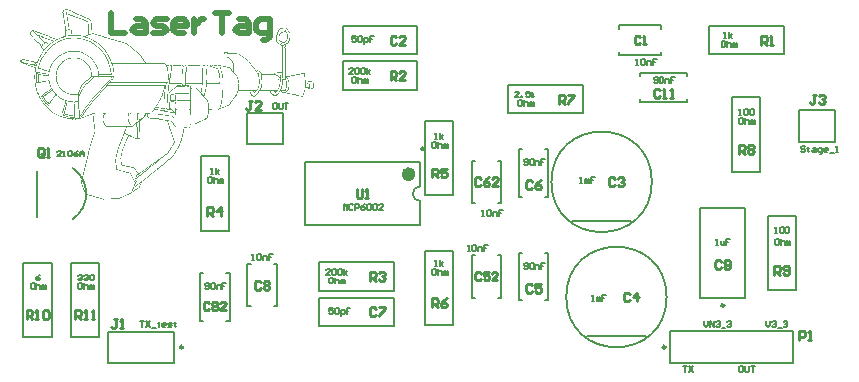
<source format=gbr>
G04*
G04 #@! TF.GenerationSoftware,Altium Limited,Altium Designer,23.5.1 (21)*
G04*
G04 Layer_Color=65535*
%FSLAX44Y44*%
%MOMM*%
G71*
G04*
G04 #@! TF.SameCoordinates,3F3CA9D7-E4A9-492A-9304-BF7569E67BA2*
G04*
G04*
G04 #@! TF.FilePolarity,Positive*
G04*
G01*
G75*
%ADD10C,0.2500*%
%ADD11C,0.2000*%
%ADD12C,0.6000*%
%ADD13C,0.1500*%
%ADD14C,0.2540*%
%ADD15C,0.5000*%
G36*
X75441Y315735D02*
X76323D01*
Y315441D01*
X77206D01*
Y315147D01*
X78088D01*
Y314853D01*
X78677D01*
Y314559D01*
X79265D01*
Y314265D01*
X80147D01*
Y313971D01*
X80735D01*
Y313676D01*
X81323D01*
Y313382D01*
X81912D01*
Y313088D01*
X82500D01*
Y312794D01*
X83382D01*
Y312500D01*
X83971D01*
Y312206D01*
X84559D01*
Y311912D01*
X85147D01*
Y311618D01*
X86029D01*
Y311324D01*
X86618D01*
Y311029D01*
X87206D01*
Y310735D01*
X87794D01*
Y310441D01*
X88382D01*
Y310147D01*
X88971D01*
Y309853D01*
X89853D01*
Y309559D01*
X90441D01*
Y309265D01*
X91029D01*
Y308971D01*
X91618D01*
Y308676D01*
X92500D01*
Y308382D01*
X93088D01*
Y308088D01*
X93677D01*
Y307794D01*
X93971D01*
Y307500D01*
X94559D01*
Y307206D01*
X94853D01*
Y306618D01*
X95147D01*
Y306029D01*
X95441D01*
Y304853D01*
X95735D01*
Y298971D01*
X95441D01*
Y295441D01*
X96029D01*
Y295735D01*
X97500D01*
Y295441D01*
X98382D01*
Y295147D01*
X99265D01*
Y294853D01*
X100441D01*
Y294559D01*
X101323D01*
Y294265D01*
X102206D01*
Y293971D01*
X103382D01*
Y293676D01*
X104265D01*
Y293382D01*
X105441D01*
Y293088D01*
X106323D01*
Y292794D01*
X107206D01*
Y292500D01*
X108382D01*
Y292206D01*
X109265D01*
Y291912D01*
X110147D01*
Y291618D01*
X111324D01*
Y291324D01*
X112206D01*
Y291029D01*
X113382D01*
Y290735D01*
X114265D01*
Y290441D01*
X115441D01*
Y290147D01*
X116323D01*
Y289853D01*
X117206D01*
Y289559D01*
X118382D01*
Y289265D01*
X119265D01*
Y288971D01*
X120441D01*
Y288676D01*
X121323D01*
Y288382D01*
X122206D01*
Y288088D01*
X123382D01*
Y287794D01*
X124265D01*
Y287500D01*
X125441D01*
Y287206D01*
X125735D01*
Y286912D01*
X126029D01*
Y286618D01*
X126323D01*
Y286324D01*
X126912D01*
Y286029D01*
X127206D01*
Y285735D01*
X127500D01*
Y285441D01*
X127794D01*
Y285147D01*
X128088D01*
Y284853D01*
X128677D01*
Y284559D01*
X128971D01*
Y284265D01*
X129265D01*
Y283971D01*
X129559D01*
Y283676D01*
X129853D01*
Y283382D01*
X130441D01*
Y283088D01*
X130735D01*
Y282794D01*
X131029D01*
Y282500D01*
X131323D01*
Y282206D01*
X131912D01*
Y281912D01*
X132206D01*
Y281618D01*
X132500D01*
Y281324D01*
X132794D01*
Y281029D01*
X133088D01*
Y280735D01*
X133677D01*
Y280441D01*
X133971D01*
Y280147D01*
X134265D01*
Y279853D01*
X134559D01*
Y279559D01*
X134853D01*
Y279265D01*
X135441D01*
Y278971D01*
X135735D01*
Y278676D01*
X136029D01*
Y278382D01*
X136324D01*
Y278088D01*
X136912D01*
Y277794D01*
X137206D01*
Y277206D01*
X137500D01*
Y276912D01*
X137794D01*
Y276324D01*
X138088D01*
Y275735D01*
X138382D01*
Y275441D01*
X138677D01*
Y274853D01*
X138971D01*
Y274559D01*
X139265D01*
Y273971D01*
X139559D01*
Y273676D01*
X139853D01*
Y273088D01*
X140147D01*
Y272794D01*
X140441D01*
Y272500D01*
X140735D01*
Y271912D01*
X141029D01*
Y271618D01*
X141323D01*
Y271029D01*
X141618D01*
Y270735D01*
X142500D01*
Y270441D01*
X157500D01*
Y270735D01*
X157794D01*
Y270441D01*
X158088D01*
Y270147D01*
X158382D01*
Y269559D01*
X158677D01*
Y268971D01*
X158971D01*
Y268676D01*
X159559D01*
Y268382D01*
X159853D01*
Y268676D01*
X161618D01*
Y268382D01*
X162206D01*
Y268676D01*
X162500D01*
Y268382D01*
X163088D01*
Y268676D01*
X163971D01*
Y268382D01*
X164265D01*
Y268676D01*
X171324D01*
Y268382D01*
X171912D01*
Y268676D01*
X172206D01*
Y268382D01*
X172500D01*
Y268676D01*
X172794D01*
Y268382D01*
X173971D01*
Y268676D01*
X174265D01*
Y268382D01*
X175147D01*
Y268676D01*
X175735D01*
Y268382D01*
X176029D01*
Y268676D01*
X176324D01*
Y268382D01*
X177500D01*
Y268676D01*
X187794D01*
Y268382D01*
X188088D01*
Y268676D01*
X188382D01*
Y268382D01*
X188971D01*
Y268676D01*
X189559D01*
Y268382D01*
X189853D01*
Y268676D01*
X190735D01*
Y268382D01*
X191029D01*
Y268676D01*
X191618D01*
Y268382D01*
X193382D01*
Y268676D01*
X193971D01*
Y268382D01*
X194265D01*
Y268676D01*
X194559D01*
Y268382D01*
X194853D01*
Y268676D01*
X195147D01*
Y268382D01*
X196029D01*
Y268676D01*
X196618D01*
Y268382D01*
X197794D01*
Y268676D01*
X198676D01*
Y268382D01*
X199559D01*
Y268676D01*
X202206D01*
Y268382D01*
X202794D01*
Y268676D01*
X205147D01*
Y268382D01*
X206618D01*
Y268088D01*
X207794D01*
Y267794D01*
X209265D01*
Y267500D01*
X210735D01*
Y267206D01*
X211912D01*
Y266912D01*
X212500D01*
Y266618D01*
X212794D01*
Y266324D01*
X213088D01*
Y266029D01*
X213382D01*
Y265735D01*
X213676D01*
Y265441D01*
X213971D01*
Y265147D01*
X214265D01*
Y264853D01*
X214559D01*
Y264559D01*
X214853D01*
Y264265D01*
X215147D01*
Y263971D01*
X215441D01*
Y270735D01*
X215147D01*
Y271029D01*
X214853D01*
Y271324D01*
X214559D01*
Y271618D01*
X214265D01*
Y271912D01*
X213971D01*
Y272206D01*
X213676D01*
Y272500D01*
X213382D01*
Y272794D01*
X213088D01*
Y273088D01*
X212794D01*
Y273382D01*
X212500D01*
Y273676D01*
X212206D01*
Y273971D01*
X211912D01*
Y274265D01*
X211618D01*
Y274559D01*
X211324D01*
Y274853D01*
X211029D01*
Y275147D01*
X210735D01*
Y275441D01*
X210441D01*
Y276029D01*
X210147D01*
Y276324D01*
X209853D01*
Y276618D01*
X209559D01*
Y276912D01*
X209265D01*
Y277206D01*
X208971D01*
Y277500D01*
X208676D01*
Y277794D01*
X208382D01*
Y278088D01*
X208088D01*
Y278382D01*
X207794D01*
Y278676D01*
X207500D01*
Y279559D01*
X211029D01*
Y279265D01*
X214853D01*
Y278971D01*
X218971D01*
Y278676D01*
X219265D01*
Y278971D01*
X219853D01*
Y278676D01*
X220441D01*
Y278382D01*
X220735D01*
Y278088D01*
X221324D01*
Y277794D01*
X221618D01*
Y277500D01*
X221912D01*
Y277206D01*
X222500D01*
Y276912D01*
X222794D01*
Y276618D01*
X223382D01*
Y276324D01*
X223676D01*
Y276029D01*
X223971D01*
Y275735D01*
X224559D01*
Y275441D01*
X224853D01*
Y275147D01*
X225441D01*
Y274853D01*
X225735D01*
Y274559D01*
X226029D01*
Y274265D01*
X226618D01*
Y273971D01*
X226912D01*
Y273676D01*
X227206D01*
Y273382D01*
X227794D01*
Y273088D01*
X228088D01*
Y272794D01*
X228382D01*
Y272206D01*
X228676D01*
Y272500D01*
X228971D01*
Y271912D01*
X229265D01*
Y271618D01*
X229559D01*
Y271029D01*
X229853D01*
Y270735D01*
X230147D01*
Y270441D01*
X230441D01*
Y269853D01*
X230735D01*
Y269559D01*
X231029D01*
Y269265D01*
X231324D01*
Y268971D01*
X231618D01*
Y268382D01*
X231912D01*
Y268088D01*
X232206D01*
Y267794D01*
X232500D01*
Y267206D01*
X232794D01*
Y266912D01*
X233088D01*
Y266618D01*
X233382D01*
Y266029D01*
X233676D01*
Y265735D01*
X233971D01*
Y265441D01*
X234265D01*
Y264853D01*
X234559D01*
Y264559D01*
X234853D01*
Y264265D01*
X235147D01*
Y263971D01*
X235441D01*
Y264265D01*
X235735D01*
Y264559D01*
X236912D01*
Y264265D01*
X237500D01*
Y263971D01*
X238088D01*
Y263676D01*
X238382D01*
Y263382D01*
X238676D01*
Y263088D01*
X238971D01*
Y262500D01*
X239265D01*
Y261912D01*
X239559D01*
Y261324D01*
X249853D01*
Y261618D01*
X250147D01*
Y261912D01*
X250441D01*
Y262206D01*
X251324D01*
Y262500D01*
X252500D01*
Y262794D01*
X254265D01*
Y263088D01*
X256029D01*
Y262794D01*
X256618D01*
Y262500D01*
X256912D01*
Y262206D01*
X257206D01*
Y282500D01*
X256912D01*
Y284559D01*
X257206D01*
Y285441D01*
X256324D01*
Y285735D01*
X255441D01*
Y286029D01*
X254853D01*
Y286324D01*
X254265D01*
Y286618D01*
X253676D01*
Y286912D01*
X253382D01*
Y287206D01*
X253088D01*
Y287500D01*
X252794D01*
Y287794D01*
X252500D01*
Y288088D01*
X252206D01*
Y288971D01*
X251912D01*
Y292500D01*
X252206D01*
Y294265D01*
X252500D01*
Y295441D01*
X252794D01*
Y296618D01*
X253088D01*
Y297206D01*
X253382D01*
Y298088D01*
X253676D01*
Y298382D01*
X253971D01*
Y298676D01*
X254265D01*
Y298971D01*
X254559D01*
Y299265D01*
X254853D01*
Y299559D01*
X255441D01*
Y299853D01*
X256324D01*
Y300147D01*
X257500D01*
Y300441D01*
X259853D01*
Y300735D01*
X260147D01*
Y300441D01*
X260441D01*
Y300147D01*
X260735D01*
Y299853D01*
X261029D01*
Y299559D01*
X261324D01*
Y299265D01*
X261618D01*
Y298971D01*
X261912D01*
Y298676D01*
X262206D01*
Y298088D01*
X262500D01*
Y297794D01*
X262794D01*
Y297500D01*
X263088D01*
Y296912D01*
X263382D01*
Y296324D01*
X263676D01*
Y295735D01*
X263971D01*
Y291912D01*
X263676D01*
Y290735D01*
X263382D01*
Y289559D01*
X263088D01*
Y288971D01*
X262794D01*
Y288382D01*
X262500D01*
Y287794D01*
X262206D01*
Y287500D01*
X261912D01*
Y287206D01*
X261618D01*
Y286912D01*
X261324D01*
Y286618D01*
X260735D01*
Y286324D01*
X260147D01*
Y286029D01*
X259559D01*
Y285735D01*
X259853D01*
Y285441D01*
X259559D01*
Y284853D01*
X259853D01*
Y284559D01*
X259559D01*
Y284265D01*
X259853D01*
Y283971D01*
X259559D01*
Y283676D01*
X259853D01*
Y270441D01*
X260147D01*
Y259265D01*
X261912D01*
Y259559D01*
X263382D01*
Y259853D01*
X264853D01*
Y260147D01*
X266029D01*
Y260441D01*
X267500D01*
Y260735D01*
X268971D01*
Y261029D01*
X270441D01*
Y261324D01*
X271912D01*
Y261618D01*
X273382D01*
Y261912D01*
X274853D01*
Y262206D01*
X275735D01*
Y261912D01*
X276029D01*
Y260147D01*
X276324D01*
Y258382D01*
X276618D01*
Y256324D01*
X276912D01*
Y253088D01*
X278088D01*
Y253676D01*
X278382D01*
Y253971D01*
X278676D01*
Y254559D01*
X278971D01*
Y254853D01*
X279265D01*
Y255147D01*
X279853D01*
Y255441D01*
X282206D01*
Y255147D01*
X282500D01*
Y254853D01*
X283088D01*
Y254559D01*
X283382D01*
Y253971D01*
X283676D01*
Y253382D01*
X283971D01*
Y250735D01*
X283676D01*
Y249853D01*
X283382D01*
Y249559D01*
X283088D01*
Y249265D01*
X282794D01*
Y248971D01*
X282206D01*
Y248676D01*
X281618D01*
Y248382D01*
X280441D01*
Y248676D01*
X279853D01*
Y248971D01*
X279265D01*
Y249265D01*
X278971D01*
Y249559D01*
X278676D01*
Y249853D01*
X278382D01*
Y250147D01*
X277794D01*
Y249853D01*
X277500D01*
Y250147D01*
X277206D01*
Y249853D01*
X276912D01*
Y249559D01*
X276618D01*
Y247500D01*
X276324D01*
Y246618D01*
X276029D01*
Y245735D01*
X275735D01*
Y244853D01*
X275441D01*
Y244265D01*
X275147D01*
Y243382D01*
X274853D01*
Y242794D01*
X274559D01*
Y242206D01*
X273088D01*
Y242500D01*
X271618D01*
Y242794D01*
X270147D01*
Y243088D01*
X268676D01*
Y243382D01*
X266912D01*
Y243676D01*
X265441D01*
Y243971D01*
X263971D01*
Y244265D01*
X262500D01*
Y244559D01*
X261029D01*
Y244853D01*
X259265D01*
Y245147D01*
X258088D01*
Y245441D01*
X257206D01*
Y245735D01*
X256618D01*
Y246029D01*
X256324D01*
Y246324D01*
X256029D01*
Y246618D01*
X255735D01*
Y246912D01*
X255441D01*
Y246618D01*
X255147D01*
Y246324D01*
X254853D01*
Y245735D01*
X254559D01*
Y245441D01*
X254265D01*
Y244853D01*
X253971D01*
Y244559D01*
X253676D01*
Y244265D01*
X253382D01*
Y243676D01*
X253088D01*
Y243382D01*
X252500D01*
Y243088D01*
X249559D01*
Y243382D01*
X248971D01*
Y243676D01*
X248382D01*
Y243971D01*
X248088D01*
Y244265D01*
X247794D01*
Y244559D01*
X247500D01*
Y244853D01*
X247206D01*
Y245441D01*
X246912D01*
Y246029D01*
X246618D01*
Y247206D01*
X238088D01*
Y246912D01*
X237794D01*
Y246324D01*
X237500D01*
Y246029D01*
X237206D01*
Y245441D01*
X236912D01*
Y245147D01*
X236618D01*
Y244853D01*
X236324D01*
Y244265D01*
X236029D01*
Y243971D01*
X235735D01*
Y243676D01*
X235441D01*
Y243382D01*
X235147D01*
Y243088D01*
X234853D01*
Y242794D01*
X234559D01*
Y242500D01*
X233971D01*
Y242206D01*
X231912D01*
Y242500D01*
X231618D01*
Y242794D01*
X231324D01*
Y243088D01*
X231029D01*
Y243382D01*
X230735D01*
Y243971D01*
X230441D01*
Y244559D01*
X230147D01*
Y245147D01*
X229853D01*
Y245735D01*
X229559D01*
Y246912D01*
X230147D01*
Y246029D01*
X230441D01*
Y245147D01*
X230735D01*
Y244559D01*
X231029D01*
Y244265D01*
X231324D01*
Y243676D01*
X231618D01*
Y243382D01*
X231912D01*
Y243088D01*
X232206D01*
Y242794D01*
X233971D01*
Y243088D01*
X234265D01*
Y243382D01*
X234853D01*
Y243971D01*
X235147D01*
Y244265D01*
X235441D01*
Y244559D01*
X235735D01*
Y244853D01*
X236029D01*
Y245441D01*
X236324D01*
Y245735D01*
X236618D01*
Y246029D01*
X236912D01*
Y246618D01*
X237206D01*
Y246912D01*
X237500D01*
Y247794D01*
X237794D01*
Y248088D01*
X238088D01*
Y248676D01*
X238382D01*
Y249265D01*
X238676D01*
Y249853D01*
X238971D01*
Y250735D01*
X239265D01*
Y252500D01*
X239559D01*
Y256029D01*
X239265D01*
Y259559D01*
X238971D01*
Y261618D01*
X238676D01*
Y262500D01*
X238382D01*
Y262794D01*
X238088D01*
Y263088D01*
X237794D01*
Y263382D01*
X237206D01*
Y263676D01*
X236618D01*
Y263971D01*
X236029D01*
Y263676D01*
X235441D01*
Y263382D01*
X235735D01*
Y263088D01*
X236029D01*
Y262500D01*
X236324D01*
Y262206D01*
X236618D01*
Y261912D01*
X237206D01*
Y260441D01*
X237500D01*
Y259265D01*
X237794D01*
Y257500D01*
X238088D01*
Y252500D01*
X237794D01*
Y251324D01*
X237500D01*
Y250147D01*
X237206D01*
Y249559D01*
X236912D01*
Y248676D01*
X236618D01*
Y248088D01*
X236324D01*
Y247500D01*
X236029D01*
Y247206D01*
X235735D01*
Y246912D01*
X235441D01*
Y246618D01*
X235147D01*
Y246324D01*
X234853D01*
Y246029D01*
X234559D01*
Y245735D01*
X234265D01*
Y245441D01*
X233971D01*
Y245147D01*
X233676D01*
Y244853D01*
X233382D01*
Y244559D01*
X233088D01*
Y244853D01*
X232794D01*
Y245147D01*
X233088D01*
Y245441D01*
X233382D01*
Y245735D01*
X232794D01*
Y246324D01*
X232500D01*
Y247206D01*
X219853D01*
Y246324D01*
X219559D01*
Y245441D01*
X219265D01*
Y244853D01*
X218971D01*
Y244265D01*
X218676D01*
Y243676D01*
X218382D01*
Y243088D01*
X218088D01*
Y242794D01*
X217794D01*
Y242206D01*
X217500D01*
Y241618D01*
X217206D01*
Y241324D01*
X216912D01*
Y241029D01*
X216618D01*
Y240441D01*
X216324D01*
Y240147D01*
X216029D01*
Y239853D01*
X215735D01*
Y239559D01*
X215441D01*
Y238971D01*
X215147D01*
Y238676D01*
X214853D01*
Y238382D01*
X214559D01*
Y238088D01*
X214265D01*
Y237500D01*
X213971D01*
Y237206D01*
X213676D01*
Y236912D01*
X213382D01*
Y236324D01*
X213088D01*
Y236029D01*
X212794D01*
Y235735D01*
X212500D01*
Y235441D01*
X212206D01*
Y234853D01*
X211912D01*
Y234559D01*
X211324D01*
Y234265D01*
X210735D01*
Y233971D01*
X209853D01*
Y233676D01*
X209265D01*
Y233382D01*
X208382D01*
Y233088D01*
X207794D01*
Y232794D01*
X206912D01*
Y232500D01*
X206324D01*
Y232206D01*
X205441D01*
Y231912D01*
X204853D01*
Y231618D01*
X204265D01*
Y231324D01*
X203382D01*
Y231029D01*
X202794D01*
Y231324D01*
X202206D01*
Y231029D01*
X201912D01*
Y231324D01*
X197206D01*
Y231029D01*
X196912D01*
Y231324D01*
X196618D01*
Y231029D01*
X196324D01*
Y231324D01*
X196029D01*
Y231029D01*
X195147D01*
Y228971D01*
X194853D01*
Y227500D01*
X194559D01*
Y226324D01*
X194265D01*
Y225147D01*
X193971D01*
Y223971D01*
X193676D01*
Y223382D01*
X192794D01*
Y223088D01*
X192206D01*
Y222794D01*
X191618D01*
Y222500D01*
X191029D01*
Y222206D01*
X190147D01*
Y221912D01*
X189559D01*
Y221618D01*
X188971D01*
Y221324D01*
X188382D01*
Y221029D01*
X187794D01*
Y220735D01*
X187206D01*
Y220441D01*
X186618D01*
Y220147D01*
X186029D01*
Y219853D01*
X185441D01*
Y219559D01*
X184853D01*
Y219265D01*
X184265D01*
Y218971D01*
X183382D01*
Y218676D01*
X179853D01*
Y218382D01*
X179265D01*
Y216029D01*
X178676D01*
Y215735D01*
X178382D01*
Y216029D01*
X176029D01*
Y215735D01*
X174265D01*
Y214559D01*
X173971D01*
Y213088D01*
X173676D01*
Y211618D01*
X173382D01*
Y210147D01*
X173088D01*
Y208971D01*
X172794D01*
Y207794D01*
X172500D01*
Y206912D01*
X172206D01*
Y205735D01*
X171912D01*
Y204853D01*
X171618D01*
Y204265D01*
X171324D01*
Y203382D01*
X171029D01*
Y202794D01*
X170735D01*
Y201912D01*
X170441D01*
Y201324D01*
X170147D01*
Y200735D01*
X169853D01*
Y199853D01*
X169559D01*
Y199265D01*
X169265D01*
Y198676D01*
X168971D01*
Y198088D01*
X168676D01*
Y197500D01*
X168382D01*
Y197206D01*
X168088D01*
Y196618D01*
X167794D01*
Y196029D01*
X167500D01*
Y195735D01*
X167206D01*
Y195147D01*
X166912D01*
Y194559D01*
X166618D01*
Y194265D01*
X166324D01*
Y193676D01*
X166029D01*
Y193382D01*
X165735D01*
Y192794D01*
X165441D01*
Y192500D01*
X165147D01*
Y191912D01*
X164853D01*
Y191618D01*
X164559D01*
Y191029D01*
X164265D01*
Y190735D01*
X163971D01*
Y190441D01*
X163676D01*
Y190147D01*
X163088D01*
Y189853D01*
X162794D01*
Y189559D01*
X162500D01*
Y189265D01*
X162206D01*
Y188971D01*
X161912D01*
Y188676D01*
X161324D01*
Y188382D01*
X161029D01*
Y188088D01*
X160735D01*
Y187794D01*
X160441D01*
Y187500D01*
X159853D01*
Y187206D01*
X159559D01*
Y186912D01*
X159265D01*
Y186618D01*
X158971D01*
Y186324D01*
X158677D01*
Y186029D01*
X158088D01*
Y185735D01*
X157794D01*
Y185441D01*
X157500D01*
Y185147D01*
X157206D01*
Y184853D01*
X156912D01*
Y184559D01*
X156323D01*
Y184265D01*
X156029D01*
Y183971D01*
X155735D01*
Y183676D01*
X155441D01*
Y183382D01*
X154853D01*
Y183088D01*
X154559D01*
Y182794D01*
X154265D01*
Y182500D01*
X153971D01*
Y182206D01*
X153382D01*
Y181912D01*
X153088D01*
Y181618D01*
X152794D01*
Y181324D01*
X152500D01*
Y181029D01*
X151912D01*
Y180735D01*
X151618D01*
Y180441D01*
X151323D01*
Y180147D01*
X151029D01*
Y179853D01*
X150441D01*
Y179559D01*
X150147D01*
Y179265D01*
X149853D01*
Y178971D01*
X149559D01*
Y178676D01*
X148971D01*
Y178382D01*
X148677D01*
Y178088D01*
X148382D01*
Y177794D01*
X147794D01*
Y177500D01*
X147500D01*
Y177206D01*
X147206D01*
Y176912D01*
X146912D01*
Y176618D01*
X146618D01*
Y176324D01*
X146029D01*
Y176029D01*
X145735D01*
Y175735D01*
X145441D01*
Y175441D01*
X144853D01*
Y175147D01*
X144559D01*
Y174853D01*
X144265D01*
Y174559D01*
X143971D01*
Y174265D01*
X143382D01*
Y173971D01*
X143088D01*
Y173676D01*
X142794D01*
Y173382D01*
X142500D01*
Y173088D01*
X141912D01*
Y172794D01*
X141618D01*
Y172500D01*
X141323D01*
Y172206D01*
X141029D01*
Y171912D01*
X140441D01*
Y171618D01*
X140147D01*
Y171324D01*
X139853D01*
Y171029D01*
X139559D01*
Y170735D01*
X138971D01*
Y170441D01*
X138677D01*
Y170147D01*
X138382D01*
Y169559D01*
X138088D01*
Y168971D01*
X137794D01*
Y168382D01*
X137500D01*
Y167794D01*
X137206D01*
Y167206D01*
X136912D01*
Y166618D01*
X136618D01*
Y165735D01*
X136324D01*
Y165147D01*
X136029D01*
Y164853D01*
X135735D01*
Y164559D01*
X135147D01*
Y164265D01*
X134853D01*
Y163971D01*
X134265D01*
Y163676D01*
X133971D01*
Y163382D01*
X133382D01*
Y163088D01*
X133088D01*
Y162794D01*
X132794D01*
Y162500D01*
X132206D01*
Y162206D01*
X131912D01*
Y161912D01*
X131618D01*
Y161618D01*
X131029D01*
Y161324D01*
X130735D01*
Y161029D01*
X130147D01*
Y160735D01*
X129559D01*
Y160441D01*
X129265D01*
Y160147D01*
X128677D01*
Y159853D01*
X127794D01*
Y159559D01*
X127206D01*
Y159265D01*
X126618D01*
Y158971D01*
X126029D01*
Y158677D01*
X125147D01*
Y158382D01*
X124559D01*
Y158088D01*
X123971D01*
Y157794D01*
X123382D01*
Y157500D01*
X122500D01*
Y157206D01*
X121912D01*
Y156912D01*
X121323D01*
Y156618D01*
X120441D01*
Y156323D01*
X119853D01*
Y156029D01*
X119559D01*
Y155735D01*
X117794D01*
Y155441D01*
X117500D01*
Y155735D01*
X116912D01*
Y155441D01*
X112500D01*
Y155147D01*
X112206D01*
Y155441D01*
X111912D01*
Y155147D01*
X107206D01*
Y154853D01*
X106618D01*
Y155147D01*
X106323D01*
Y154853D01*
X105735D01*
Y155147D01*
X104853D01*
Y155441D01*
X103971D01*
Y155735D01*
X102794D01*
Y156029D01*
X101912D01*
Y156323D01*
X100735D01*
Y156618D01*
X99559D01*
Y156912D01*
X98677D01*
Y157206D01*
X97794D01*
Y157500D01*
X96618D01*
Y157794D01*
X95441D01*
Y158088D01*
X94559D01*
Y158382D01*
X93382D01*
Y158677D01*
X92500D01*
Y158971D01*
X91323D01*
Y159265D01*
X90441D01*
Y159559D01*
X90147D01*
Y160441D01*
X89853D01*
Y161029D01*
X89559D01*
Y161912D01*
X89265D01*
Y162794D01*
X88971D01*
Y163382D01*
X88677D01*
Y164265D01*
X88382D01*
Y164853D01*
X88088D01*
Y165735D01*
X87794D01*
Y166324D01*
X87500D01*
Y167206D01*
X87206D01*
Y168088D01*
X86912D01*
Y168676D01*
X86618D01*
Y170735D01*
X86912D01*
Y171618D01*
X87206D01*
Y172794D01*
X87500D01*
Y173971D01*
X87794D01*
Y174853D01*
X88088D01*
Y176029D01*
X88382D01*
Y176912D01*
X88677D01*
Y178088D01*
X88971D01*
Y179265D01*
X89265D01*
Y180147D01*
X89559D01*
Y181324D01*
X89853D01*
Y182500D01*
X90147D01*
Y183676D01*
X90441D01*
Y184853D01*
X90735D01*
Y186029D01*
X91029D01*
Y187500D01*
X91323D01*
Y188676D01*
X91618D01*
Y190147D01*
X91912D01*
Y191618D01*
X92206D01*
Y193088D01*
X92500D01*
Y194265D01*
X92794D01*
Y195735D01*
X93088D01*
Y196912D01*
X93382D01*
Y198088D01*
X93677D01*
Y198971D01*
X93971D01*
Y200147D01*
X94265D01*
Y201029D01*
X94559D01*
Y201912D01*
X94853D01*
Y202794D01*
X95147D01*
Y203676D01*
X95441D01*
Y203971D01*
Y204559D01*
X95735D01*
Y205441D01*
X96029D01*
Y206324D01*
X96324D01*
Y207206D01*
X96618D01*
Y208088D01*
X96912D01*
Y208971D01*
X97206D01*
Y209853D01*
X97500D01*
Y210441D01*
X97794D01*
Y211324D01*
X98088D01*
Y212206D01*
X98382D01*
Y214853D01*
X98088D01*
Y216912D01*
X97794D01*
Y218971D01*
X97500D01*
Y221029D01*
X97206D01*
Y223088D01*
X96912D01*
Y225147D01*
X96618D01*
Y227206D01*
X95735D01*
Y226912D01*
X94853D01*
Y226618D01*
X94265D01*
Y226324D01*
X93382D01*
Y226029D01*
X92794D01*
Y225735D01*
X91912D01*
Y225441D01*
X91323D01*
Y225147D01*
X90441D01*
Y224853D01*
X89853D01*
Y224559D01*
X88971D01*
Y224265D01*
X88382D01*
Y223971D01*
X87794D01*
Y223676D01*
X86912D01*
Y223382D01*
X86324D01*
Y223088D01*
X82794D01*
Y222794D01*
X81323D01*
Y223088D01*
X80735D01*
Y222794D01*
X80441D01*
Y223088D01*
X80147D01*
Y222794D01*
X78971D01*
Y223088D01*
X76618D01*
Y223382D01*
X74853D01*
Y223676D01*
X73677D01*
Y223971D01*
X72500D01*
Y224265D01*
X71324D01*
Y224559D01*
X70441D01*
Y224853D01*
X69559D01*
Y225147D01*
X68971D01*
Y225441D01*
X68382D01*
Y225735D01*
X67500D01*
Y226029D01*
X66912D01*
Y226324D01*
X66323D01*
Y226618D01*
X65735D01*
Y226912D01*
X65441D01*
Y227206D01*
X64853D01*
Y227500D01*
X64265D01*
Y227794D01*
X63677D01*
Y228088D01*
X63382D01*
Y228382D01*
X62794D01*
Y228676D01*
X62500D01*
Y228971D01*
X62206D01*
Y229265D01*
X61618D01*
Y229559D01*
X61324D01*
Y229853D01*
X61029D01*
Y230147D01*
X60441D01*
Y230441D01*
X60147D01*
Y230735D01*
X59853D01*
Y231029D01*
X59559D01*
Y231324D01*
X59265D01*
Y231618D01*
X58971D01*
Y231912D01*
X58677D01*
Y232206D01*
X58382D01*
Y232500D01*
X58088D01*
Y232794D01*
X57794D01*
Y233088D01*
X57500D01*
Y233382D01*
X57206D01*
Y233676D01*
X56912D01*
Y233971D01*
X56618D01*
Y234265D01*
X56324D01*
Y234559D01*
X56029D01*
Y234853D01*
X55735D01*
Y235147D01*
X55441D01*
Y235735D01*
X55147D01*
Y236029D01*
X54853D01*
Y236324D01*
X54559D01*
Y236618D01*
X54265D01*
Y237206D01*
X53971D01*
Y237500D01*
X53677D01*
Y238088D01*
X53382D01*
Y238382D01*
X53088D01*
Y238971D01*
X52794D01*
Y239265D01*
X52500D01*
Y239853D01*
X52206D01*
Y240441D01*
X51912D01*
Y241029D01*
X51618D01*
Y241324D01*
X51323D01*
Y241912D01*
X51029D01*
Y242794D01*
X50735D01*
Y243382D01*
X50441D01*
Y243971D01*
X50147D01*
Y244559D01*
X49853D01*
Y245441D01*
X49559D01*
Y246324D01*
X49265D01*
Y247206D01*
X48971D01*
Y248088D01*
X48677D01*
Y249265D01*
X48382D01*
Y250441D01*
X48088D01*
Y251912D01*
X47794D01*
Y253676D01*
X47500D01*
Y257206D01*
X47206D01*
Y260147D01*
X47500D01*
Y263382D01*
X47794D01*
Y265441D01*
X48088D01*
Y266324D01*
X47206D01*
Y266618D01*
X46618D01*
Y266912D01*
X45735D01*
Y267206D01*
X44853D01*
Y267500D01*
X44265D01*
Y267794D01*
X43382D01*
Y268088D01*
X42794D01*
Y268382D01*
X41912D01*
Y268676D01*
X41323D01*
Y268971D01*
X40441D01*
Y269265D01*
X39853D01*
Y269559D01*
X38971D01*
Y269853D01*
X38088D01*
Y270147D01*
X37500D01*
Y270441D01*
X36618D01*
Y270735D01*
X36029D01*
Y271324D01*
X35735D01*
Y271618D01*
X35441D01*
Y272794D01*
X35735D01*
Y273088D01*
X36029D01*
Y273382D01*
X36323D01*
Y273676D01*
X39265D01*
Y273382D01*
X40735D01*
Y273088D01*
X41912D01*
Y272794D01*
X43088D01*
Y272500D01*
X44265D01*
Y272206D01*
X45441D01*
Y271912D01*
X46912D01*
Y271618D01*
X48088D01*
Y271324D01*
X48382D01*
Y271618D01*
X49559D01*
Y271912D01*
X49853D01*
Y272500D01*
X50147D01*
Y273382D01*
X50441D01*
Y273971D01*
X50735D01*
Y274559D01*
X51029D01*
Y275147D01*
X51323D01*
Y275735D01*
X51618D01*
Y276324D01*
X51912D01*
Y276912D01*
X52206D01*
Y277500D01*
X52500D01*
Y277794D01*
X52794D01*
Y278382D01*
X53088D01*
Y278676D01*
X53382D01*
Y279265D01*
X53677D01*
Y279559D01*
X53971D01*
Y280147D01*
X54265D01*
Y280441D01*
X54559D01*
Y281029D01*
X54853D01*
Y281324D01*
X55147D01*
Y281618D01*
X54853D01*
Y281912D01*
X54559D01*
Y282206D01*
X54265D01*
Y282500D01*
X53971D01*
Y282794D01*
X53677D01*
Y283382D01*
X53382D01*
Y283676D01*
X52794D01*
Y285147D01*
X52500D01*
Y285441D01*
X52206D01*
Y285735D01*
X51912D01*
Y286029D01*
X51618D01*
Y286324D01*
X51323D01*
Y286618D01*
X51029D01*
Y286912D01*
X50735D01*
Y287206D01*
X50441D01*
Y287500D01*
X50147D01*
Y287794D01*
X49853D01*
Y288088D01*
X49559D01*
Y288382D01*
X49265D01*
Y288676D01*
X48971D01*
Y288971D01*
X48677D01*
Y289265D01*
X48382D01*
Y289559D01*
X48088D01*
Y289853D01*
X47794D01*
Y290147D01*
X47500D01*
Y290441D01*
X47206D01*
Y291029D01*
X46912D01*
Y291324D01*
X46618D01*
Y291618D01*
X46324D01*
Y291912D01*
X45735D01*
Y292500D01*
X45441D01*
Y292794D01*
X45147D01*
Y293088D01*
X44853D01*
Y293382D01*
X44559D01*
Y293676D01*
X44265D01*
Y293971D01*
X43971D01*
Y294265D01*
X43677D01*
Y294559D01*
X43382D01*
Y296912D01*
X43677D01*
Y297206D01*
X43971D01*
Y297500D01*
X44265D01*
Y297794D01*
X44559D01*
Y298088D01*
X45147D01*
Y298382D01*
X46912D01*
Y298088D01*
X47500D01*
Y297794D01*
X48382D01*
Y297500D01*
X49265D01*
Y297206D01*
X49853D01*
Y296912D01*
X50735D01*
Y296618D01*
X51618D01*
Y296324D01*
X52206D01*
Y296029D01*
X53088D01*
Y295735D01*
X53677D01*
Y295441D01*
X54559D01*
Y295147D01*
X55441D01*
Y294853D01*
X56324D01*
Y294559D01*
X56912D01*
Y294265D01*
X57794D01*
Y293971D01*
X58677D01*
Y293676D01*
X59265D01*
Y293382D01*
X60147D01*
Y293088D01*
X60735D01*
Y292794D01*
X61618D01*
Y292500D01*
X62500D01*
Y292206D01*
X63088D01*
Y291912D01*
X63971D01*
Y291618D01*
X64853D01*
Y291324D01*
X65441D01*
Y291029D01*
X66323D01*
Y290735D01*
X66618D01*
Y291029D01*
X67206D01*
Y291324D01*
X67794D01*
Y291618D01*
X68382D01*
Y291912D01*
X69265D01*
Y292206D01*
X69853D01*
Y292500D01*
X70735D01*
Y292794D01*
X71618D01*
Y293088D01*
X72794D01*
Y293382D01*
X73382D01*
Y295147D01*
X73088D01*
Y298088D01*
X73382D01*
Y300147D01*
X73088D01*
Y301912D01*
X72794D01*
Y303676D01*
X72500D01*
Y305441D01*
X72206D01*
Y307206D01*
X71912D01*
Y308971D01*
X71618D01*
Y310735D01*
X71324D01*
Y312794D01*
X71029D01*
Y313971D01*
X71324D01*
Y314853D01*
X71618D01*
Y315147D01*
X71912D01*
Y315441D01*
X72206D01*
Y315735D01*
X72794D01*
Y316029D01*
X75441D01*
Y315735D01*
D02*
G37*
%LPC*%
G36*
X77794Y298676D02*
X77500D01*
Y298382D01*
X77206D01*
Y298676D01*
X75735D01*
Y298382D01*
X74559D01*
Y298088D01*
X73971D01*
Y297794D01*
X73677D01*
Y297206D01*
Y296912D01*
Y295147D01*
X73971D01*
Y293676D01*
X75441D01*
Y293971D01*
X77206D01*
Y294265D01*
X78677D01*
Y295441D01*
X78382D01*
Y297206D01*
X78088D01*
Y298382D01*
X77794D01*
Y298676D01*
D02*
G37*
G36*
X75441Y315441D02*
X73088D01*
Y315147D01*
X72500D01*
Y314853D01*
X72206D01*
Y314559D01*
X71912D01*
Y313971D01*
X71618D01*
Y312794D01*
X71912D01*
Y311324D01*
X72206D01*
Y308971D01*
X72500D01*
Y307206D01*
X72794D01*
Y305441D01*
X73088D01*
Y303676D01*
X73382D01*
Y301912D01*
X73677D01*
Y300147D01*
X73971D01*
Y298676D01*
X74265D01*
Y298971D01*
X76029D01*
Y299265D01*
X76323D01*
Y300735D01*
X76029D01*
Y302500D01*
X75735D01*
Y304265D01*
X75441D01*
Y306324D01*
X75147D01*
Y307794D01*
X74853D01*
Y309853D01*
X74559D01*
Y311618D01*
X74265D01*
Y313382D01*
X73971D01*
Y313676D01*
X74559D01*
Y313382D01*
X74853D01*
Y312500D01*
X75441D01*
Y312206D01*
X76323D01*
Y311912D01*
X77206D01*
Y311618D01*
X77794D01*
Y311324D01*
X78677D01*
Y311029D01*
X79559D01*
Y310735D01*
X80441D01*
Y310441D01*
X81029D01*
Y310147D01*
X81912D01*
Y309853D01*
X82794D01*
Y309559D01*
X83677D01*
Y309265D01*
X84559D01*
Y308971D01*
X85441D01*
Y308676D01*
X86324D01*
Y308382D01*
X86912D01*
Y308088D01*
X87794D01*
Y307794D01*
X88677D01*
Y307500D01*
X89559D01*
Y307206D01*
X90147D01*
Y306912D01*
X90735D01*
Y306618D01*
X91618D01*
Y306324D01*
X92206D01*
Y306029D01*
X92794D01*
Y303971D01*
X93088D01*
Y298088D01*
X93382D01*
Y294853D01*
X94265D01*
Y295147D01*
X94853D01*
Y299265D01*
X95147D01*
Y304853D01*
X94853D01*
Y306029D01*
X94559D01*
Y306618D01*
X94265D01*
Y306912D01*
X93971D01*
Y307206D01*
X93382D01*
Y307500D01*
X92794D01*
Y307794D01*
X92206D01*
Y308088D01*
X91618D01*
Y308382D01*
X91029D01*
Y308676D01*
X90147D01*
Y308971D01*
X89559D01*
Y309265D01*
X88971D01*
Y309559D01*
X88382D01*
Y309853D01*
X87794D01*
Y310147D01*
X87206D01*
Y310441D01*
X86324D01*
Y310735D01*
X85735D01*
Y311029D01*
X85147D01*
Y311324D01*
X84559D01*
Y311618D01*
X83677D01*
Y311912D01*
X83088D01*
Y312206D01*
X82500D01*
Y312500D01*
X81912D01*
Y312794D01*
X81323D01*
Y313088D01*
X80441D01*
Y313382D01*
X79853D01*
Y313676D01*
X79265D01*
Y313971D01*
X78677D01*
Y314265D01*
X77794D01*
Y314559D01*
X77206D01*
Y314853D01*
X76323D01*
Y315147D01*
X75441D01*
Y315441D01*
D02*
G37*
G36*
Y311912D02*
X74853D01*
Y311618D01*
X75147D01*
Y309853D01*
X75441D01*
Y308088D01*
X75735D01*
Y306324D01*
X76029D01*
Y304265D01*
X76323D01*
Y302500D01*
X76618D01*
Y300735D01*
X76912D01*
Y299265D01*
X77794D01*
Y298971D01*
X78382D01*
Y298676D01*
X78677D01*
Y297206D01*
X78971D01*
Y295441D01*
X79265D01*
Y294265D01*
X85147D01*
Y293971D01*
X86912D01*
Y293676D01*
X88382D01*
Y293382D01*
X90441D01*
Y293676D01*
X91029D01*
Y293971D01*
X91912D01*
Y294265D01*
X92794D01*
Y298088D01*
X92500D01*
Y303971D01*
X92206D01*
Y305735D01*
X91323D01*
Y306029D01*
X90735D01*
Y306324D01*
X89853D01*
Y306618D01*
X89265D01*
Y306912D01*
X88382D01*
Y307206D01*
X87794D01*
Y307500D01*
X86912D01*
Y307794D01*
X86029D01*
Y308088D01*
X85147D01*
Y308382D01*
X84559D01*
Y308676D01*
X83677D01*
Y308971D01*
X82794D01*
Y309265D01*
X81912D01*
Y309559D01*
X81029D01*
Y309853D01*
X80147D01*
Y310147D01*
X79265D01*
Y310441D01*
X78677D01*
Y310735D01*
X77794D01*
Y311029D01*
X76912D01*
Y311324D01*
X76323D01*
Y311618D01*
X75441D01*
Y311912D01*
D02*
G37*
G36*
X83088Y291618D02*
X78971D01*
Y291324D01*
X78677D01*
Y291618D01*
X78382D01*
Y291324D01*
X75735D01*
Y291029D01*
X73971D01*
Y290735D01*
X73088D01*
Y290441D01*
X72206D01*
Y290147D01*
X71324D01*
Y289853D01*
X70735D01*
Y289559D01*
X69853D01*
Y289265D01*
X69265D01*
Y288971D01*
X68677D01*
Y288676D01*
X68088D01*
Y288382D01*
X67794D01*
Y288088D01*
X67206D01*
Y287794D01*
X66618D01*
Y287500D01*
X66323D01*
Y287206D01*
X65735D01*
Y286912D01*
X65147D01*
Y286618D01*
X64853D01*
Y286324D01*
X64265D01*
Y286029D01*
X63971D01*
Y285735D01*
X63382D01*
Y285441D01*
X63088D01*
Y285147D01*
X62794D01*
Y284853D01*
X62206D01*
Y284559D01*
X61912D01*
Y284265D01*
X61618D01*
Y283971D01*
X61324D01*
Y283676D01*
X61029D01*
Y283382D01*
X60735D01*
Y283088D01*
X60441D01*
Y282794D01*
X60147D01*
Y282500D01*
X59853D01*
Y282206D01*
X59559D01*
Y281912D01*
X59265D01*
Y281618D01*
X58971D01*
Y281029D01*
X58677D01*
Y280735D01*
X58382D01*
Y280441D01*
X58088D01*
Y280147D01*
X57794D01*
Y279559D01*
X57500D01*
Y279265D01*
X57206D01*
Y278971D01*
X56912D01*
Y278676D01*
X56618D01*
Y278088D01*
X56324D01*
Y277794D01*
X56029D01*
Y277206D01*
X55735D01*
Y276912D01*
X55441D01*
Y276324D01*
X55147D01*
Y276029D01*
X54853D01*
Y275441D01*
X54559D01*
Y275147D01*
X54265D01*
Y274559D01*
X53971D01*
Y274265D01*
X53677D01*
Y273676D01*
X53382D01*
Y273088D01*
X53088D01*
Y272500D01*
X52794D01*
Y271912D01*
X52500D01*
Y271324D01*
X52206D01*
Y270441D01*
X51912D01*
Y269853D01*
X51618D01*
Y268676D01*
X51323D01*
Y267794D01*
X51029D01*
Y266324D01*
X51323D01*
Y266029D01*
X52500D01*
Y265735D01*
X53382D01*
Y265441D01*
X54559D01*
Y265147D01*
X55735D01*
Y264853D01*
X56912D01*
Y264559D01*
X58088D01*
Y264265D01*
X59265D01*
Y263971D01*
X59559D01*
Y264265D01*
X59853D01*
Y265441D01*
X60147D01*
Y266324D01*
X60441D01*
Y267206D01*
X60735D01*
Y267794D01*
X61029D01*
Y268382D01*
X61324D01*
Y268971D01*
X61618D01*
Y269559D01*
X61912D01*
Y270147D01*
X62206D01*
Y270441D01*
X62500D01*
Y271029D01*
X62794D01*
Y271618D01*
X63088D01*
Y271912D01*
X63382D01*
Y272206D01*
X63677D01*
Y272794D01*
X63971D01*
Y273088D01*
X64265D01*
Y273382D01*
X64559D01*
Y273676D01*
X64853D01*
Y273971D01*
X65147D01*
Y274265D01*
X65441D01*
Y274559D01*
X65735D01*
Y274853D01*
X66029D01*
Y275147D01*
X66323D01*
Y275441D01*
X66618D01*
Y275735D01*
X66912D01*
Y276029D01*
X67206D01*
Y276324D01*
X67794D01*
Y276618D01*
X68088D01*
Y276912D01*
X68382D01*
Y277206D01*
X68971D01*
Y277500D01*
X69265D01*
Y277794D01*
X69853D01*
Y278088D01*
X70441D01*
Y278382D01*
X71029D01*
Y278676D01*
X71618D01*
Y278971D01*
X72206D01*
Y279265D01*
X72794D01*
Y279559D01*
X73677D01*
Y279853D01*
X74853D01*
Y280147D01*
X75735D01*
Y280441D01*
X77206D01*
Y280735D01*
X83677D01*
Y280441D01*
X85441D01*
Y280147D01*
X86324D01*
Y279853D01*
X87500D01*
Y279559D01*
X88088D01*
Y279265D01*
X88971D01*
Y278971D01*
X89559D01*
Y278676D01*
X90147D01*
Y278382D01*
X90735D01*
Y278088D01*
X91323D01*
Y277794D01*
X91618D01*
Y277500D01*
X92206D01*
Y277206D01*
X92794D01*
Y276912D01*
X93088D01*
Y276618D01*
X93382D01*
Y276324D01*
X93677D01*
Y276029D01*
X94265D01*
Y275735D01*
X94559D01*
Y275441D01*
X94853D01*
Y275147D01*
X95147D01*
Y274853D01*
X95441D01*
Y274559D01*
X95735D01*
Y274265D01*
X96029D01*
Y273971D01*
X96324D01*
Y273676D01*
X96618D01*
Y273382D01*
X96912D01*
Y273088D01*
X97206D01*
Y272500D01*
X97500D01*
Y272206D01*
X97794D01*
Y271912D01*
X98088D01*
Y271324D01*
X98382D01*
Y271029D01*
X98677D01*
Y270441D01*
X98971D01*
Y269853D01*
X99265D01*
Y269559D01*
X99559D01*
Y268971D01*
X99853D01*
Y268382D01*
X100147D01*
Y267794D01*
X100441D01*
Y266912D01*
X100735D01*
Y266029D01*
X101029D01*
Y265147D01*
X101323D01*
Y263971D01*
X101618D01*
Y262500D01*
X101912D01*
Y261324D01*
X112206D01*
Y262206D01*
X111912D01*
Y263382D01*
X111618D01*
Y264559D01*
X111324D01*
Y265735D01*
X111029D01*
Y266912D01*
X110735D01*
Y268088D01*
X110441D01*
Y268971D01*
X110147D01*
Y270147D01*
X109853D01*
Y271029D01*
X109559D01*
Y271618D01*
X109265D01*
Y272500D01*
X108971D01*
Y273088D01*
X108677D01*
Y273676D01*
X108382D01*
Y274265D01*
X108088D01*
Y274853D01*
X107794D01*
Y275441D01*
X107500D01*
Y276029D01*
X107206D01*
Y276324D01*
X106912D01*
Y276912D01*
X106618D01*
Y277500D01*
X106323D01*
Y277794D01*
X106029D01*
Y278382D01*
X105735D01*
Y278676D01*
X105441D01*
Y279265D01*
X105147D01*
Y279559D01*
X104853D01*
Y279853D01*
X104559D01*
Y280147D01*
X104265D01*
Y280735D01*
X103971D01*
Y281029D01*
X103677D01*
Y281324D01*
X103382D01*
Y281618D01*
X103088D01*
Y281912D01*
X102794D01*
Y282206D01*
X102500D01*
Y282500D01*
X102206D01*
Y282794D01*
X101912D01*
Y283088D01*
X101323D01*
Y283382D01*
X101029D01*
Y283676D01*
X100735D01*
Y283971D01*
X100441D01*
Y284265D01*
X99853D01*
Y284559D01*
X99559D01*
Y284853D01*
X99265D01*
Y285147D01*
X98677D01*
Y285441D01*
X98382D01*
Y285735D01*
X98088D01*
Y286029D01*
X97500D01*
Y286324D01*
X97206D01*
Y286618D01*
X96912D01*
Y286912D01*
X96324D01*
Y287206D01*
X96029D01*
Y287500D01*
X95735D01*
Y287794D01*
X95147D01*
Y288088D01*
X94853D01*
Y288382D01*
X93971D01*
Y288676D01*
X93088D01*
Y288971D01*
X92206D01*
Y289265D01*
X91618D01*
Y289559D01*
X90735D01*
Y289853D01*
X89853D01*
Y290147D01*
X88971D01*
Y290441D01*
X88088D01*
Y290735D01*
X86912D01*
Y291029D01*
X85735D01*
Y291324D01*
X83088D01*
Y291618D01*
D02*
G37*
G36*
X47500Y297500D02*
X47206D01*
Y297206D01*
X47500D01*
Y296912D01*
X47794D01*
Y296618D01*
X48088D01*
Y296324D01*
X48382D01*
Y296029D01*
X48677D01*
Y295735D01*
X48971D01*
Y295441D01*
X49265D01*
Y295147D01*
X49559D01*
Y294853D01*
X49853D01*
Y294559D01*
X50147D01*
Y294265D01*
X51029D01*
Y293971D01*
X51618D01*
Y293676D01*
X52500D01*
Y293382D01*
X53382D01*
Y293088D01*
X54265D01*
Y292794D01*
X54853D01*
Y292500D01*
X55735D01*
Y292206D01*
X56618D01*
Y291912D01*
X57500D01*
Y291618D01*
X58088D01*
Y291324D01*
X58971D01*
Y291029D01*
X59853D01*
Y290735D01*
X60441D01*
Y290441D01*
X61324D01*
Y290147D01*
X62206D01*
Y289853D01*
X63088D01*
Y289559D01*
X63677D01*
Y289265D01*
X63971D01*
Y289559D01*
X64559D01*
Y289853D01*
X64853D01*
Y290147D01*
X65441D01*
Y290735D01*
X64559D01*
Y291029D01*
X63971D01*
Y291324D01*
X63088D01*
Y291618D01*
X62206D01*
Y291912D01*
X61618D01*
Y292206D01*
X60735D01*
Y292500D01*
X60147D01*
Y292794D01*
X59265D01*
Y293088D01*
X58382D01*
Y293382D01*
X57794D01*
Y293676D01*
X56912D01*
Y293971D01*
X56029D01*
Y294265D01*
X55441D01*
Y294559D01*
X54559D01*
Y294853D01*
X53677D01*
Y295147D01*
X52794D01*
Y295441D01*
X52206D01*
Y295735D01*
X51323D01*
Y296029D01*
X50735D01*
Y296324D01*
X49853D01*
Y296618D01*
X48971D01*
Y296912D01*
X48382D01*
Y297206D01*
X47500D01*
Y297500D01*
D02*
G37*
G36*
X51618Y293382D02*
X51323D01*
Y293088D01*
X51618D01*
Y292794D01*
X51912D01*
Y292206D01*
X52206D01*
Y291912D01*
X52500D01*
Y291618D01*
X52794D01*
Y291324D01*
X53088D01*
Y291029D01*
X53382D01*
Y290735D01*
X53677D01*
Y290441D01*
X53971D01*
Y290147D01*
X54265D01*
Y289853D01*
X54559D01*
Y289559D01*
X54853D01*
Y289265D01*
X55147D01*
Y288971D01*
X55441D01*
Y288676D01*
X55735D01*
Y288382D01*
X56029D01*
Y288088D01*
X56618D01*
Y288382D01*
X57500D01*
Y288088D01*
X57794D01*
Y287794D01*
X58088D01*
Y287500D01*
X58677D01*
Y287206D01*
X58971D01*
Y286912D01*
X59265D01*
Y286618D01*
X60441D01*
Y286912D01*
X60735D01*
Y287206D01*
X61029D01*
Y287500D01*
X61324D01*
Y287794D01*
X61912D01*
Y288088D01*
X62206D01*
Y288382D01*
X62500D01*
Y288676D01*
X63088D01*
Y288971D01*
X62794D01*
Y289265D01*
X62206D01*
Y289559D01*
X61324D01*
Y289853D01*
X60441D01*
Y290147D01*
X59559D01*
Y290441D01*
X58971D01*
Y290735D01*
X58088D01*
Y291029D01*
X57206D01*
Y291324D01*
X56324D01*
Y291618D01*
X55735D01*
Y291912D01*
X54853D01*
Y292206D01*
X53971D01*
Y292500D01*
X53382D01*
Y292794D01*
X52500D01*
Y293088D01*
X51618D01*
Y293382D01*
D02*
G37*
G36*
X260147Y299853D02*
X257500D01*
Y299559D01*
X256324D01*
Y299265D01*
X255441D01*
Y298971D01*
X254853D01*
Y298676D01*
X254559D01*
Y298382D01*
X254265D01*
Y297794D01*
X253971D01*
Y297206D01*
X253676D01*
Y296324D01*
X253382D01*
Y295441D01*
X253088D01*
Y294265D01*
X252794D01*
Y292500D01*
X252500D01*
Y288971D01*
X252794D01*
Y288382D01*
X253088D01*
Y287794D01*
X253676D01*
Y287500D01*
X253971D01*
Y287206D01*
X254265D01*
Y286912D01*
X254853D01*
Y286618D01*
X255735D01*
Y286324D01*
X256324D01*
Y286029D01*
X256912D01*
Y285735D01*
X257500D01*
Y286029D01*
X258382D01*
Y286324D01*
X259265D01*
Y286618D01*
X259853D01*
Y286912D01*
X260441D01*
Y287206D01*
X261029D01*
Y287500D01*
X261324D01*
Y287794D01*
X261618D01*
Y288088D01*
X261912D01*
Y288382D01*
X262206D01*
Y288971D01*
X262500D01*
Y289853D01*
X262794D01*
Y290735D01*
X263088D01*
Y291912D01*
X263382D01*
Y295735D01*
X263088D01*
Y296324D01*
X262794D01*
Y296912D01*
X262500D01*
Y297206D01*
X262206D01*
Y297500D01*
X261912D01*
Y298088D01*
X261618D01*
Y298382D01*
X261324D01*
Y298676D01*
X261029D01*
Y298971D01*
X260735D01*
Y299265D01*
X260441D01*
Y299559D01*
X260147D01*
Y299853D01*
D02*
G37*
G36*
X46029Y297794D02*
X45441D01*
Y297500D01*
X44853D01*
Y297206D01*
X44559D01*
Y296912D01*
X43971D01*
Y294853D01*
X44265D01*
Y294559D01*
X44559D01*
Y294265D01*
X44853D01*
Y293971D01*
X45147D01*
Y293676D01*
X45441D01*
Y293088D01*
X45735D01*
Y292794D01*
X46029D01*
Y292500D01*
X46324D01*
Y292206D01*
X46618D01*
Y291912D01*
X46912D01*
Y291618D01*
X47206D01*
Y291324D01*
X47500D01*
Y291029D01*
X47794D01*
Y290735D01*
X48088D01*
Y290441D01*
X48382D01*
Y290147D01*
X48677D01*
Y289853D01*
X48971D01*
Y289559D01*
X49265D01*
Y289265D01*
X49559D01*
Y288971D01*
X49853D01*
Y288676D01*
X50147D01*
Y288382D01*
X50441D01*
Y288088D01*
X50735D01*
Y287794D01*
X51029D01*
Y287500D01*
X51323D01*
Y287206D01*
X51618D01*
Y286912D01*
X51912D01*
Y286618D01*
X52206D01*
Y286324D01*
X52500D01*
Y286029D01*
X52794D01*
Y285735D01*
X53088D01*
Y285441D01*
X53382D01*
Y285735D01*
X53677D01*
Y286029D01*
X53971D01*
Y286324D01*
X54559D01*
Y286618D01*
X54853D01*
Y286912D01*
X55147D01*
Y287206D01*
X55441D01*
Y287500D01*
X55735D01*
Y287794D01*
X55441D01*
Y288088D01*
X55147D01*
Y288382D01*
X54853D01*
Y288676D01*
X54559D01*
Y288971D01*
X54265D01*
Y289265D01*
X53971D01*
Y289559D01*
X53677D01*
Y289853D01*
X53382D01*
Y290147D01*
X53088D01*
Y290441D01*
X52794D01*
Y290735D01*
X52500D01*
Y291029D01*
X52206D01*
Y291324D01*
X51912D01*
Y291912D01*
X51618D01*
Y292206D01*
X51323D01*
Y292500D01*
X51029D01*
Y292794D01*
X50735D01*
Y293088D01*
X50441D01*
Y293382D01*
X50147D01*
Y293676D01*
X49853D01*
Y293971D01*
X49559D01*
Y294265D01*
X49265D01*
Y294559D01*
X48971D01*
Y294853D01*
X48677D01*
Y295147D01*
X48382D01*
Y295441D01*
X48088D01*
Y295735D01*
X47794D01*
Y296029D01*
X47500D01*
Y296324D01*
X47206D01*
Y296618D01*
X46912D01*
Y296912D01*
X46618D01*
Y297206D01*
X46324D01*
Y297500D01*
X46029D01*
Y297794D01*
D02*
G37*
G36*
X57206Y287794D02*
X56912D01*
Y287500D01*
X56324D01*
Y287206D01*
X56029D01*
Y286912D01*
X55735D01*
Y286618D01*
X55441D01*
Y286324D01*
X54853D01*
Y286029D01*
X54559D01*
Y285735D01*
X54265D01*
Y285441D01*
X53971D01*
Y285147D01*
X53677D01*
Y284559D01*
X53382D01*
Y284265D01*
X53677D01*
Y283971D01*
X53971D01*
Y283382D01*
X54265D01*
Y283088D01*
X54559D01*
Y282794D01*
X54853D01*
Y282500D01*
X55147D01*
Y282206D01*
X55441D01*
Y281912D01*
X55735D01*
Y282500D01*
X56029D01*
Y282794D01*
X56324D01*
Y283088D01*
X56618D01*
Y283382D01*
X56912D01*
Y283676D01*
X57206D01*
Y283971D01*
X57500D01*
Y284265D01*
X57794D01*
Y284559D01*
X58088D01*
Y284853D01*
X58382D01*
Y285147D01*
X58677D01*
Y285441D01*
X58971D01*
Y285735D01*
X59265D01*
Y286324D01*
X58677D01*
Y286618D01*
X58382D01*
Y286912D01*
X58088D01*
Y287206D01*
X57500D01*
Y287500D01*
X57206D01*
Y287794D01*
D02*
G37*
G36*
X211324Y278971D02*
X211029D01*
Y278676D01*
X210735D01*
Y278971D01*
X208382D01*
Y278676D01*
X208676D01*
Y278088D01*
X208971D01*
Y277794D01*
X209265D01*
Y277500D01*
X209559D01*
Y277206D01*
X209853D01*
Y276912D01*
X210147D01*
Y276618D01*
X210441D01*
Y276324D01*
X210735D01*
Y276029D01*
X211029D01*
Y275735D01*
X211324D01*
Y275441D01*
X211618D01*
Y275147D01*
X211912D01*
Y274853D01*
X212206D01*
Y274559D01*
X212500D01*
Y274265D01*
X212794D01*
Y273971D01*
X213088D01*
Y273676D01*
X213382D01*
Y273382D01*
X213676D01*
Y273088D01*
X213971D01*
Y272794D01*
X214265D01*
Y272500D01*
X214559D01*
Y272206D01*
X214853D01*
Y271912D01*
X215147D01*
Y271618D01*
X215441D01*
Y271324D01*
X215735D01*
Y271029D01*
X216029D01*
Y263088D01*
X216324D01*
Y262794D01*
X216618D01*
Y262500D01*
X216912D01*
Y262206D01*
X217206D01*
Y261912D01*
X217500D01*
Y261618D01*
X217794D01*
Y261324D01*
X217500D01*
Y261029D01*
X218088D01*
Y260735D01*
X218382D01*
Y259853D01*
X218676D01*
Y259265D01*
X218971D01*
Y258676D01*
X219265D01*
Y258088D01*
X219559D01*
Y257500D01*
X219853D01*
Y256618D01*
X220147D01*
Y255735D01*
X220441D01*
Y249265D01*
X220147D01*
Y247794D01*
X235441D01*
Y248088D01*
X235735D01*
Y248382D01*
X236029D01*
Y248971D01*
X236324D01*
Y249559D01*
X236618D01*
Y250441D01*
X236912D01*
Y251324D01*
X237206D01*
Y252500D01*
X237500D01*
Y256618D01*
X237206D01*
Y256912D01*
X220441D01*
Y257500D01*
X220735D01*
Y257206D01*
X237206D01*
Y258971D01*
X236912D01*
Y260441D01*
X236618D01*
Y261324D01*
X236324D01*
Y261618D01*
X236029D01*
Y261912D01*
X235735D01*
Y262500D01*
X235441D01*
Y262794D01*
X235147D01*
Y263088D01*
X234853D01*
Y263676D01*
X234559D01*
Y263971D01*
X234265D01*
Y264265D01*
X233971D01*
Y264853D01*
X233676D01*
Y265147D01*
X233382D01*
Y265441D01*
X233088D01*
Y266029D01*
X232794D01*
Y266324D01*
X232500D01*
Y266618D01*
X232206D01*
Y267206D01*
X231912D01*
Y267500D01*
X231618D01*
Y267794D01*
X231324D01*
Y268382D01*
X231029D01*
Y268676D01*
X230735D01*
Y268971D01*
X230441D01*
Y269559D01*
X230147D01*
Y269853D01*
X229853D01*
Y270147D01*
X229559D01*
Y270735D01*
X229265D01*
Y271029D01*
X228971D01*
Y271324D01*
X228676D01*
Y271912D01*
X228382D01*
Y272206D01*
X228088D01*
Y272500D01*
X227500D01*
Y272794D01*
X227206D01*
Y273088D01*
X226912D01*
Y273382D01*
X226324D01*
Y273676D01*
X226029D01*
Y273971D01*
X225441D01*
Y274265D01*
X225147D01*
Y274559D01*
X224853D01*
Y274853D01*
X224265D01*
Y275147D01*
X223971D01*
Y275441D01*
X223382D01*
Y275735D01*
X223088D01*
Y276029D01*
X222794D01*
Y276324D01*
X222206D01*
Y276618D01*
X221912D01*
Y276912D01*
X221618D01*
Y277206D01*
X221029D01*
Y277500D01*
X220735D01*
Y277794D01*
X220147D01*
Y278088D01*
X219853D01*
Y278382D01*
X219559D01*
Y278088D01*
X218971D01*
Y278382D01*
X215147D01*
Y278676D01*
X211324D01*
Y278971D01*
D02*
G37*
G36*
X97206Y295147D02*
X96029D01*
Y294853D01*
X95441D01*
Y294559D01*
X94559D01*
Y294265D01*
X93677D01*
Y293971D01*
X92794D01*
Y293676D01*
X91912D01*
Y293382D01*
X91323D01*
Y293088D01*
X90735D01*
Y292794D01*
X91618D01*
Y292500D01*
X92500D01*
Y292206D01*
X93088D01*
Y291912D01*
X93971D01*
Y291618D01*
X94559D01*
Y291324D01*
X95147D01*
Y291029D01*
X95735D01*
Y290735D01*
X96324D01*
Y290441D01*
X96912D01*
Y290147D01*
X97500D01*
Y289853D01*
X97794D01*
Y289559D01*
X98382D01*
Y289265D01*
X98677D01*
Y288971D01*
X99265D01*
Y288676D01*
X99559D01*
Y288382D01*
X100147D01*
Y288088D01*
X100441D01*
Y287794D01*
X100735D01*
Y287500D01*
X101323D01*
Y287206D01*
X101618D01*
Y286912D01*
X101912D01*
Y286618D01*
X102206D01*
Y286324D01*
X102794D01*
Y286029D01*
X103088D01*
Y285735D01*
X103382D01*
Y285441D01*
X103677D01*
Y285147D01*
X103971D01*
Y284853D01*
X104265D01*
Y284559D01*
X104559D01*
Y284265D01*
X104853D01*
Y283971D01*
X105147D01*
Y283676D01*
X105441D01*
Y283382D01*
X105735D01*
Y283088D01*
X106029D01*
Y282794D01*
X106323D01*
Y282206D01*
X106618D01*
Y281912D01*
X106912D01*
Y281618D01*
X107206D01*
Y281324D01*
X107500D01*
Y280735D01*
X107794D01*
Y280441D01*
X108088D01*
Y280147D01*
X108382D01*
Y279559D01*
X108677D01*
Y279265D01*
X108971D01*
Y278676D01*
X109265D01*
Y278382D01*
X109559D01*
Y277794D01*
X109853D01*
Y277206D01*
X110147D01*
Y276618D01*
X110441D01*
Y276324D01*
X110735D01*
Y275735D01*
X111029D01*
Y275147D01*
X111324D01*
Y274559D01*
X111618D01*
Y273971D01*
X111912D01*
Y273088D01*
X112206D01*
Y272500D01*
X112500D01*
Y271618D01*
X112794D01*
Y271029D01*
X113088D01*
Y270441D01*
X113382D01*
Y270735D01*
X113677D01*
Y270441D01*
X114559D01*
Y270735D01*
X114853D01*
Y270441D01*
X138971D01*
Y270735D01*
X139265D01*
Y270441D01*
X139559D01*
Y270735D01*
X140147D01*
Y270441D01*
X140441D01*
Y270735D01*
X141029D01*
Y271029D01*
X140735D01*
Y271324D01*
X140441D01*
Y271618D01*
X140147D01*
Y272206D01*
X139853D01*
Y272500D01*
X139559D01*
Y273088D01*
X139265D01*
Y273382D01*
X138971D01*
Y273971D01*
X138677D01*
Y274265D01*
X138382D01*
Y274853D01*
X138088D01*
Y275147D01*
X137794D01*
Y275735D01*
X137500D01*
Y276029D01*
X137206D01*
Y276618D01*
X136912D01*
Y277206D01*
X136618D01*
Y277500D01*
X136324D01*
Y277794D01*
X135735D01*
Y278088D01*
X135441D01*
Y278382D01*
X135147D01*
Y278676D01*
X134853D01*
Y278971D01*
X134559D01*
Y279265D01*
X133971D01*
Y279559D01*
X133677D01*
Y279853D01*
X133382D01*
Y280147D01*
X133088D01*
Y280441D01*
X132794D01*
Y280735D01*
X132206D01*
Y281029D01*
X131912D01*
Y281324D01*
X131618D01*
Y281618D01*
X131323D01*
Y281912D01*
X130735D01*
Y282206D01*
X130441D01*
Y282500D01*
X130147D01*
Y282794D01*
X129853D01*
Y283088D01*
X129559D01*
Y283382D01*
X128971D01*
Y283676D01*
X128677D01*
Y283971D01*
X128382D01*
Y284265D01*
X128088D01*
Y284559D01*
X127794D01*
Y284853D01*
X127206D01*
Y285147D01*
X126912D01*
Y285441D01*
X126618D01*
Y285735D01*
X126323D01*
Y286029D01*
X125735D01*
Y286324D01*
X125441D01*
Y286618D01*
X125147D01*
Y286912D01*
X124265D01*
Y287206D01*
X123088D01*
Y287500D01*
X122206D01*
Y287794D01*
X121323D01*
Y288088D01*
X120147D01*
Y288382D01*
X119265D01*
Y288676D01*
X118088D01*
Y288971D01*
X117206D01*
Y289265D01*
X116323D01*
Y289559D01*
X115147D01*
Y289853D01*
X114265D01*
Y290147D01*
X113088D01*
Y290441D01*
X112206D01*
Y290735D01*
X111324D01*
Y291029D01*
X110147D01*
Y291324D01*
X109265D01*
Y291618D01*
X108382D01*
Y291912D01*
X107206D01*
Y292206D01*
X106323D01*
Y292500D01*
X105147D01*
Y292794D01*
X104265D01*
Y293088D01*
X103382D01*
Y293382D01*
X102206D01*
Y293676D01*
X101323D01*
Y293971D01*
X100147D01*
Y294265D01*
X99265D01*
Y294559D01*
X98382D01*
Y294853D01*
X97206D01*
Y295147D01*
D02*
G37*
G36*
X157500Y270147D02*
X142794D01*
Y269853D01*
X142500D01*
Y270147D01*
X142206D01*
Y269853D01*
X140735D01*
Y270147D01*
X140441D01*
Y269853D01*
X139559D01*
Y270147D01*
X138677D01*
Y269853D01*
X138382D01*
Y270147D01*
X114853D01*
Y269853D01*
X114559D01*
Y270147D01*
X114265D01*
Y269853D01*
X113971D01*
Y270147D01*
X113382D01*
Y268971D01*
X113677D01*
Y267794D01*
X113971D01*
Y266618D01*
X114265D01*
Y265147D01*
X114559D01*
Y263088D01*
X114853D01*
Y258382D01*
X114559D01*
Y258088D01*
X114265D01*
Y257794D01*
X113971D01*
Y257206D01*
X113677D01*
Y256912D01*
X113382D01*
Y256618D01*
X113088D01*
Y256324D01*
X112794D01*
Y256029D01*
X112500D01*
Y255735D01*
X112206D01*
Y255147D01*
X111912D01*
Y254853D01*
X111618D01*
Y254559D01*
X111324D01*
Y254265D01*
X159853D01*
Y254559D01*
X160147D01*
Y256324D01*
X160441D01*
Y261029D01*
X160147D01*
Y263676D01*
X159853D01*
Y265147D01*
X159559D01*
Y266324D01*
X159265D01*
Y267206D01*
X158971D01*
Y267794D01*
X158677D01*
Y268382D01*
X158382D01*
Y268971D01*
X158088D01*
Y269559D01*
X157794D01*
Y269853D01*
X157500D01*
Y270147D01*
D02*
G37*
G36*
X40441D02*
X39853D01*
Y269853D01*
X40441D01*
Y270147D01*
D02*
G37*
G36*
X39265Y273088D02*
X36618D01*
Y272794D01*
X36323D01*
Y272500D01*
X36029D01*
Y271912D01*
X36323D01*
Y271618D01*
X36912D01*
Y271324D01*
X38088D01*
Y271029D01*
X38971D01*
Y270735D01*
X40441D01*
Y270441D01*
X41912D01*
Y270147D01*
X43382D01*
Y269853D01*
X45147D01*
Y269559D01*
X46618D01*
Y269265D01*
X47206D01*
Y269559D01*
X47500D01*
Y270147D01*
X47794D01*
Y271029D01*
X46618D01*
Y271324D01*
X45441D01*
Y271618D01*
X44265D01*
Y271912D01*
X43088D01*
Y272206D01*
X41618D01*
Y272500D01*
X40441D01*
Y272794D01*
X39265D01*
Y273088D01*
D02*
G37*
G36*
X49265Y271029D02*
X48677D01*
Y270441D01*
X48382D01*
Y270147D01*
X48088D01*
Y269559D01*
X47794D01*
Y268676D01*
X48382D01*
Y268382D01*
X48677D01*
Y268676D01*
Y269265D01*
X48971D01*
Y270147D01*
X49265D01*
Y271029D01*
D02*
G37*
G36*
X203382Y268088D02*
X203088D01*
Y267794D01*
X202794D01*
Y268088D01*
X202500D01*
Y267794D01*
X202206D01*
Y268088D01*
X199559D01*
Y267794D01*
X199265D01*
Y268088D01*
X197500D01*
Y267500D01*
X198382D01*
Y267206D01*
X199265D01*
Y266912D01*
X200147D01*
Y266618D01*
X201029D01*
Y266324D01*
X201912D01*
Y266029D01*
X202794D01*
Y265735D01*
X203088D01*
Y264559D01*
X203382D01*
Y263382D01*
X203676D01*
Y262206D01*
X203971D01*
Y260441D01*
X204265D01*
Y258382D01*
Y258088D01*
Y257794D01*
X204559D01*
Y254559D01*
X204265D01*
Y252794D01*
X193088D01*
Y250735D01*
X192794D01*
Y248971D01*
X192500D01*
Y247500D01*
X192206D01*
Y246029D01*
X191912D01*
Y244559D01*
X191618D01*
Y243971D01*
X191324D01*
Y242794D01*
X191029D01*
Y242206D01*
X191324D01*
Y241912D01*
X191618D01*
Y241618D01*
X191912D01*
Y241324D01*
X192206D01*
Y241029D01*
X192500D01*
Y240735D01*
X192794D01*
Y240441D01*
X193088D01*
Y240147D01*
X193382D01*
Y239853D01*
X193676D01*
Y239265D01*
X193971D01*
Y238971D01*
X194265D01*
Y238088D01*
X194559D01*
Y236618D01*
X194853D01*
Y234853D01*
X195147D01*
Y231912D01*
X195735D01*
Y231618D01*
X196618D01*
Y231912D01*
X202206D01*
Y231618D01*
X202500D01*
Y231912D01*
X203088D01*
Y231618D01*
X203382D01*
Y231912D01*
X203676D01*
Y232500D01*
X203971D01*
Y233382D01*
X204265D01*
Y234265D01*
X204559D01*
Y235441D01*
X204853D01*
Y236618D01*
X205147D01*
Y237794D01*
X205441D01*
Y239265D01*
X205735D01*
Y241029D01*
X206029D01*
Y243971D01*
X206324D01*
Y247500D01*
X206618D01*
Y257794D01*
X206324D01*
Y259559D01*
X206029D01*
Y260735D01*
X205735D01*
Y261912D01*
X205441D01*
Y263088D01*
X205147D01*
Y264265D01*
X204853D01*
Y265147D01*
X204559D01*
Y266029D01*
X204265D01*
Y266912D01*
X203971D01*
Y267794D01*
X203382D01*
Y268088D01*
D02*
G37*
G36*
X197206D02*
X196912D01*
Y267794D01*
X197206D01*
Y268088D01*
D02*
G37*
G36*
X194853D02*
X194559D01*
Y267794D01*
X194265D01*
Y268088D01*
X193971D01*
Y267794D01*
X193676D01*
Y268088D01*
X193382D01*
Y267794D01*
X193088D01*
Y268088D01*
X192794D01*
Y265735D01*
X193088D01*
Y263676D01*
X193382D01*
Y260735D01*
X193676D01*
Y256618D01*
X193382D01*
Y253382D01*
X203676D01*
Y254559D01*
X203971D01*
Y258088D01*
X203676D01*
Y260441D01*
X203382D01*
Y261912D01*
X203088D01*
Y263382D01*
X202794D01*
Y264559D01*
X202500D01*
Y265441D01*
X201912D01*
Y265735D01*
X201029D01*
Y266029D01*
X200147D01*
Y266324D01*
X199265D01*
Y266618D01*
X198382D01*
Y266912D01*
X197500D01*
Y267206D01*
X196618D01*
Y267500D01*
X195735D01*
Y267794D01*
X194853D01*
Y268088D01*
D02*
G37*
G36*
X191618D02*
X191029D01*
Y267794D01*
X190441D01*
Y268088D01*
X190147D01*
Y267794D01*
X189559D01*
Y266618D01*
X189853D01*
Y263088D01*
X190147D01*
Y255147D01*
X189853D01*
Y252206D01*
X189559D01*
Y249559D01*
X189265D01*
Y248088D01*
X188971D01*
Y246324D01*
X188676D01*
Y246029D01*
Y245735D01*
Y244853D01*
X188971D01*
Y244559D01*
X189265D01*
Y244265D01*
X189559D01*
Y243971D01*
X189853D01*
Y243676D01*
X190147D01*
Y243382D01*
X190441D01*
Y243088D01*
X190735D01*
Y244265D01*
X191029D01*
Y245147D01*
X191324D01*
Y246029D01*
X191618D01*
Y247500D01*
X191912D01*
Y248971D01*
X192206D01*
Y250735D01*
X192500D01*
Y253088D01*
X192794D01*
Y256618D01*
X193088D01*
Y260735D01*
X192794D01*
Y263382D01*
X192500D01*
Y265735D01*
X192206D01*
Y267794D01*
X191618D01*
Y268088D01*
D02*
G37*
G36*
X188676D02*
X188382D01*
Y267794D01*
X188088D01*
Y268088D01*
X178382D01*
Y267794D01*
X177794D01*
Y268088D01*
X177500D01*
Y267794D01*
X177206D01*
Y268088D01*
X176618D01*
Y266912D01*
X176324D01*
Y265147D01*
X176029D01*
Y263382D01*
X175735D01*
Y260441D01*
X175441D01*
Y254265D01*
X175735D01*
Y253382D01*
X180147D01*
Y253676D01*
X180735D01*
Y253382D01*
X188088D01*
Y253676D01*
X188676D01*
Y253382D01*
X188971D01*
Y253676D01*
X189265D01*
Y255441D01*
X189559D01*
Y263088D01*
X189265D01*
Y266324D01*
X188971D01*
Y267794D01*
X188676D01*
Y268088D01*
D02*
G37*
G36*
X175735D02*
X175147D01*
Y267794D01*
X174853D01*
Y268088D01*
X174265D01*
Y267794D01*
X173971D01*
Y268088D01*
X173676D01*
Y267206D01*
X173382D01*
Y265735D01*
X173088D01*
Y263971D01*
X172794D01*
Y261618D01*
X172500D01*
Y252500D01*
X172794D01*
Y251618D01*
X175147D01*
Y254559D01*
X174853D01*
Y260147D01*
X175147D01*
Y263382D01*
X175441D01*
Y265147D01*
X175735D01*
Y266912D01*
X176029D01*
Y267794D01*
X175735D01*
Y268088D01*
D02*
G37*
G36*
X172794D02*
X172206D01*
Y267794D01*
X171912D01*
Y268088D01*
X171618D01*
Y267794D01*
X171324D01*
Y268088D01*
X163971D01*
Y267794D01*
X163676D01*
Y266029D01*
X163382D01*
Y264265D01*
X163088D01*
Y261912D01*
X162794D01*
Y259853D01*
X162500D01*
Y257794D01*
X162206D01*
Y255735D01*
X161912D01*
Y253676D01*
X161618D01*
Y253382D01*
X171912D01*
Y261618D01*
X172206D01*
Y263971D01*
X172500D01*
Y265735D01*
X172794D01*
Y267206D01*
X173088D01*
Y267794D01*
X172794D01*
Y268088D01*
D02*
G37*
G36*
X163088D02*
X162794D01*
Y267794D01*
X162500D01*
Y268088D01*
X161618D01*
Y267794D01*
X160735D01*
Y267500D01*
X160441D01*
Y263971D01*
X160735D01*
Y261029D01*
X161029D01*
Y256324D01*
X160735D01*
Y254265D01*
X160441D01*
Y253971D01*
X160147D01*
Y253382D01*
X159853D01*
Y253088D01*
X159559D01*
Y252794D01*
X159265D01*
Y252500D01*
X158971D01*
Y252206D01*
X158677D01*
Y250441D01*
X158382D01*
Y248382D01*
X158088D01*
Y246029D01*
X157794D01*
Y243382D01*
X157500D01*
Y239853D01*
X157206D01*
Y236029D01*
Y235735D01*
Y233676D01*
X156912D01*
Y233382D01*
X157206D01*
Y232794D01*
X156912D01*
Y232500D01*
X157206D01*
Y232206D01*
X157794D01*
Y231912D01*
X158971D01*
Y232206D01*
X159265D01*
Y236618D01*
X159559D01*
Y241029D01*
X159853D01*
Y244265D01*
X160147D01*
Y246912D01*
X160441D01*
Y249265D01*
X160735D01*
Y251618D01*
X161029D01*
Y253971D01*
X161324D01*
Y256029D01*
X161618D01*
Y257794D01*
X161912D01*
Y260147D01*
X162206D01*
Y261912D01*
X162500D01*
Y263971D01*
X162794D01*
Y266029D01*
X163088D01*
Y268088D01*
D02*
G37*
G36*
X160147Y267794D02*
X159559D01*
Y267206D01*
X159853D01*
Y267500D01*
X160147D01*
Y267794D01*
D02*
G37*
G36*
X41912Y269853D02*
X40735D01*
Y269559D01*
X41323D01*
Y269265D01*
X42206D01*
Y268971D01*
X42794D01*
Y268676D01*
X43677D01*
Y268382D01*
X44265D01*
Y268088D01*
X45147D01*
Y267794D01*
X45735D01*
Y267500D01*
X46618D01*
Y267206D01*
X47206D01*
Y266912D01*
X48382D01*
Y268088D01*
X47794D01*
Y268382D01*
X47206D01*
Y268676D01*
X46618D01*
Y268971D01*
X44853D01*
Y269265D01*
X43382D01*
Y269559D01*
X41912D01*
Y269853D01*
D02*
G37*
G36*
X50735Y262500D02*
X50147D01*
Y261912D01*
X50441D01*
Y261324D01*
X50735D01*
Y261029D01*
X52794D01*
Y260735D01*
X54853D01*
Y260441D01*
X56912D01*
Y260147D01*
X59265D01*
Y260735D01*
X58382D01*
Y261029D01*
X56912D01*
Y261324D01*
X55441D01*
Y261618D01*
X53677D01*
Y261912D01*
X52206D01*
Y262206D01*
X50735D01*
Y262500D01*
D02*
G37*
G36*
X85147Y293676D02*
X77206D01*
Y293382D01*
X75441D01*
Y293088D01*
X73971D01*
Y292794D01*
X72794D01*
Y292500D01*
X71912D01*
Y292206D01*
X70735D01*
Y291912D01*
X70147D01*
Y291618D01*
X69265D01*
Y291324D01*
X68677D01*
Y291029D01*
X67794D01*
Y290735D01*
X67206D01*
Y290441D01*
X66618D01*
Y290147D01*
X66323D01*
Y289853D01*
X65735D01*
Y289559D01*
X65147D01*
Y289265D01*
X64559D01*
Y288971D01*
X63971D01*
Y288676D01*
X63677D01*
Y288382D01*
X63088D01*
Y288088D01*
X62794D01*
Y287794D01*
X62500D01*
Y287500D01*
X61912D01*
Y287206D01*
X61618D01*
Y286912D01*
X61324D01*
Y286618D01*
X60735D01*
Y286324D01*
X60441D01*
Y286029D01*
X60147D01*
Y285735D01*
X59853D01*
Y285441D01*
X59559D01*
Y285147D01*
X59265D01*
Y284853D01*
X58971D01*
Y284559D01*
X58677D01*
Y284265D01*
X58382D01*
Y283971D01*
X58088D01*
Y283676D01*
X57794D01*
Y283382D01*
X57500D01*
Y283088D01*
X57206D01*
Y282794D01*
X56912D01*
Y282500D01*
X56618D01*
Y282206D01*
X56324D01*
Y281912D01*
X56029D01*
Y281324D01*
X55735D01*
Y281029D01*
X55441D01*
Y280735D01*
X55147D01*
Y280441D01*
X54853D01*
Y279853D01*
X54559D01*
Y279559D01*
X54265D01*
Y278971D01*
X53971D01*
Y278676D01*
X53677D01*
Y278088D01*
X53382D01*
Y277794D01*
X53088D01*
Y277206D01*
X52794D01*
Y276618D01*
X52500D01*
Y276029D01*
X52206D01*
Y275735D01*
X51912D01*
Y275147D01*
X51618D01*
Y274559D01*
X51323D01*
Y273971D01*
X51029D01*
Y273088D01*
X50735D01*
Y272500D01*
X50441D01*
Y271618D01*
X50147D01*
Y271029D01*
X49853D01*
Y270147D01*
X49559D01*
Y268971D01*
X49265D01*
Y268088D01*
X48971D01*
Y266912D01*
X48677D01*
Y265147D01*
X48382D01*
Y263382D01*
X48088D01*
Y260147D01*
X47794D01*
Y257206D01*
X48088D01*
Y253971D01*
X48382D01*
Y251912D01*
X48677D01*
Y250441D01*
X48971D01*
Y249265D01*
X49265D01*
Y248088D01*
X49559D01*
Y247206D01*
X49853D01*
Y246324D01*
X50147D01*
Y245735D01*
X50441D01*
Y244853D01*
X50735D01*
Y243971D01*
X51029D01*
Y243382D01*
X51323D01*
Y242794D01*
X51618D01*
Y242206D01*
X51912D01*
Y241618D01*
X52206D01*
Y241029D01*
X52500D01*
Y240441D01*
X52794D01*
Y240147D01*
X53088D01*
Y239559D01*
X53382D01*
Y238971D01*
X53677D01*
Y238676D01*
X53971D01*
Y238088D01*
X54265D01*
Y237794D01*
X54559D01*
Y237206D01*
X54853D01*
Y236912D01*
X55147D01*
Y236618D01*
X55441D01*
Y236029D01*
X55735D01*
Y235735D01*
X56029D01*
Y235441D01*
X56324D01*
Y235147D01*
X56618D01*
Y234853D01*
X56912D01*
Y234559D01*
X57206D01*
Y233971D01*
X57500D01*
Y233676D01*
X57794D01*
Y233382D01*
X58088D01*
Y233088D01*
X58382D01*
Y232794D01*
X58677D01*
Y232500D01*
X58971D01*
Y232206D01*
X59265D01*
Y231912D01*
X59853D01*
Y231618D01*
X60147D01*
Y231324D01*
X60441D01*
Y231029D01*
X60735D01*
Y230735D01*
X61029D01*
Y230441D01*
X61618D01*
Y230147D01*
X61912D01*
Y229853D01*
X62206D01*
Y229559D01*
X62794D01*
Y229265D01*
X63088D01*
Y228971D01*
X63382D01*
Y228676D01*
X63971D01*
Y228382D01*
X64559D01*
Y228088D01*
X64853D01*
Y227794D01*
X65441D01*
Y227500D01*
X66029D01*
Y227206D01*
X66618D01*
Y226912D01*
X67206D01*
Y226618D01*
X67794D01*
Y226324D01*
X68382D01*
Y226029D01*
X68971D01*
Y225735D01*
X69853D01*
Y225441D01*
X70735D01*
Y225147D01*
X71618D01*
Y224853D01*
X72500D01*
Y224559D01*
X73677D01*
Y224265D01*
X74853D01*
Y223971D01*
X76618D01*
Y223676D01*
X79853D01*
Y223382D01*
X80147D01*
Y223676D01*
X80441D01*
Y223382D01*
X80735D01*
Y223676D01*
X81029D01*
Y223382D01*
X81323D01*
Y223676D01*
X85441D01*
Y224265D01*
X85147D01*
Y228088D01*
X84853D01*
Y231324D01*
X84559D01*
Y234559D01*
X84265D01*
Y237500D01*
X81912D01*
Y237206D01*
X81618D01*
Y237500D01*
X81323D01*
Y236912D01*
X81029D01*
Y236324D01*
X81323D01*
Y228971D01*
X81618D01*
Y224265D01*
X81029D01*
Y223971D01*
X80735D01*
Y224265D01*
X78382D01*
Y224559D01*
X78088D01*
Y224265D01*
X77794D01*
Y224559D01*
X76029D01*
Y224853D01*
X74559D01*
Y225147D01*
X73677D01*
Y225441D01*
X72794D01*
Y225735D01*
X71912D01*
Y226029D01*
X71324D01*
Y226324D01*
X70441D01*
Y227794D01*
X70735D01*
Y228971D01*
X71029D01*
Y230147D01*
X71324D01*
Y231029D01*
X71618D01*
Y232206D01*
X71912D01*
Y233382D01*
X72206D01*
Y234265D01*
X72500D01*
Y235441D01*
X72794D01*
Y236324D01*
X73088D01*
Y237500D01*
X73382D01*
Y238676D01*
X72794D01*
Y238971D01*
X71912D01*
Y239265D01*
X71324D01*
Y239559D01*
X70735D01*
Y239853D01*
X70147D01*
Y240147D01*
X69853D01*
Y240441D01*
X69265D01*
Y240735D01*
X68677D01*
Y241029D01*
X68382D01*
Y241324D01*
X68088D01*
Y241618D01*
X67500D01*
Y241912D01*
X67206D01*
Y242206D01*
X66912D01*
Y242500D01*
X66618D01*
Y242794D01*
X66323D01*
Y243088D01*
X65735D01*
Y243382D01*
X65147D01*
Y242794D01*
X64853D01*
Y242500D01*
X64559D01*
Y241912D01*
X64265D01*
Y241618D01*
X63971D01*
Y241324D01*
X63677D01*
Y240735D01*
X63382D01*
Y240441D01*
X63088D01*
Y239853D01*
X62794D01*
Y239559D01*
X62500D01*
Y239265D01*
X62206D01*
Y238676D01*
X61912D01*
Y238382D01*
X61618D01*
Y237794D01*
X61324D01*
Y237500D01*
X61029D01*
Y236912D01*
X60735D01*
Y236618D01*
X60441D01*
Y236029D01*
X60147D01*
Y235735D01*
X59853D01*
Y235441D01*
X59559D01*
Y234853D01*
X59265D01*
Y234559D01*
X58971D01*
Y234265D01*
X58677D01*
Y234559D01*
X58382D01*
Y234853D01*
X58088D01*
Y235147D01*
X57794D01*
Y235441D01*
X57500D01*
Y235735D01*
X57206D01*
Y236029D01*
X56912D01*
Y236324D01*
X56618D01*
Y236618D01*
X56324D01*
Y236912D01*
X56029D01*
Y237206D01*
X55735D01*
Y237794D01*
X55441D01*
Y238088D01*
X55147D01*
Y238382D01*
X54853D01*
Y238676D01*
X54559D01*
Y239265D01*
X54265D01*
Y239853D01*
X53971D01*
Y240441D01*
X53677D01*
Y241029D01*
X53382D01*
Y241618D01*
X53088D01*
Y242500D01*
X52794D01*
Y243088D01*
X53382D01*
Y243382D01*
X53677D01*
Y243676D01*
X54265D01*
Y243971D01*
X54559D01*
Y244265D01*
X54853D01*
Y244559D01*
X55441D01*
Y244853D01*
X55735D01*
Y245147D01*
X56324D01*
Y245441D01*
X56618D01*
Y245735D01*
X57206D01*
Y246029D01*
X57500D01*
Y246324D01*
X57794D01*
Y246618D01*
X58382D01*
Y246912D01*
X58677D01*
Y247206D01*
X59265D01*
Y247500D01*
X59559D01*
Y247794D01*
X59853D01*
Y248088D01*
X60441D01*
Y248382D01*
X60735D01*
Y248676D01*
X61324D01*
Y248971D01*
X61618D01*
Y249265D01*
X61324D01*
Y249853D01*
X61029D01*
Y250441D01*
X60735D01*
Y251029D01*
X60441D01*
Y251912D01*
X60147D01*
Y252794D01*
X59853D01*
Y253971D01*
X59559D01*
Y255441D01*
X58382D01*
Y255147D01*
X56912D01*
Y254853D01*
X55441D01*
Y254559D01*
X53971D01*
Y254265D01*
X52500D01*
Y253971D01*
X51029D01*
Y253676D01*
X48971D01*
Y253971D01*
X48677D01*
Y261618D01*
X48971D01*
Y263088D01*
X50735D01*
Y262794D01*
X52206D01*
Y262500D01*
X53677D01*
Y262206D01*
X55441D01*
Y261912D01*
X56912D01*
Y261618D01*
X58382D01*
Y261324D01*
X59265D01*
Y262794D01*
X59559D01*
Y263382D01*
X58971D01*
Y263676D01*
X58088D01*
Y263971D01*
X56912D01*
Y264265D01*
X55735D01*
Y264559D01*
X54559D01*
Y264853D01*
X53382D01*
Y265147D01*
X52500D01*
Y265441D01*
X51029D01*
Y265735D01*
X50147D01*
Y266618D01*
X50441D01*
Y267794D01*
X50735D01*
Y268971D01*
X51029D01*
Y269853D01*
X51323D01*
Y270735D01*
X51618D01*
Y271618D01*
X51912D01*
Y272206D01*
X52206D01*
Y272794D01*
X52500D01*
Y273382D01*
X52794D01*
Y273971D01*
X53088D01*
Y274559D01*
X53382D01*
Y274853D01*
X53677D01*
Y275147D01*
X53971D01*
Y275735D01*
X54265D01*
Y276029D01*
X54559D01*
Y276618D01*
X54853D01*
Y276912D01*
X55147D01*
Y277500D01*
X55441D01*
Y277794D01*
X55735D01*
Y278382D01*
X56029D01*
Y278676D01*
X56324D01*
Y278971D01*
X56618D01*
Y279559D01*
X56912D01*
Y279853D01*
X57206D01*
Y280147D01*
X57500D01*
Y280735D01*
X57794D01*
Y281029D01*
X58088D01*
Y281324D01*
X58382D01*
Y281618D01*
X58677D01*
Y282206D01*
X58971D01*
Y282500D01*
X59265D01*
Y282794D01*
X59559D01*
Y283088D01*
X59853D01*
Y283382D01*
X60147D01*
Y283676D01*
X60441D01*
Y283971D01*
X60735D01*
Y284265D01*
X61029D01*
Y284559D01*
X61324D01*
Y284853D01*
X61618D01*
Y285147D01*
X62206D01*
Y285441D01*
X62500D01*
Y285735D01*
X62794D01*
Y286029D01*
X63382D01*
Y286324D01*
X63677D01*
Y286618D01*
X64265D01*
Y286912D01*
X64559D01*
Y287206D01*
X65147D01*
Y287500D01*
X65441D01*
Y287794D01*
X66029D01*
Y288088D01*
X66618D01*
Y288382D01*
X67206D01*
Y288676D01*
X67500D01*
Y288971D01*
X68088D01*
Y289265D01*
X68382D01*
Y289559D01*
X68971D01*
Y289853D01*
X69853D01*
Y290147D01*
X70441D01*
Y290441D01*
X71324D01*
Y290735D01*
X71912D01*
Y291029D01*
X73088D01*
Y291324D01*
X73971D01*
Y291618D01*
X75735D01*
Y291912D01*
X78382D01*
Y292206D01*
X83088D01*
Y291912D01*
X85735D01*
Y291618D01*
X86912D01*
Y291324D01*
X88088D01*
Y291029D01*
X88971D01*
Y290735D01*
X89853D01*
Y290441D01*
X90735D01*
Y290147D01*
X91618D01*
Y289853D01*
X92500D01*
Y289559D01*
X93382D01*
Y289265D01*
X93971D01*
Y288971D01*
X94853D01*
Y288676D01*
X95441D01*
Y288382D01*
X95735D01*
Y288088D01*
X96029D01*
Y287794D01*
X96618D01*
Y287500D01*
X96912D01*
Y287206D01*
X97500D01*
Y286912D01*
X97794D01*
Y286618D01*
X98088D01*
Y286324D01*
X98677D01*
Y286029D01*
X98971D01*
Y285735D01*
X99265D01*
Y285441D01*
X99853D01*
Y285147D01*
X100147D01*
Y284853D01*
X100441D01*
Y284559D01*
X101029D01*
Y284265D01*
X101323D01*
Y283971D01*
X101618D01*
Y283676D01*
X101912D01*
Y283382D01*
X102206D01*
Y283088D01*
X102794D01*
Y282794D01*
X103088D01*
Y282500D01*
X103382D01*
Y282206D01*
X103677D01*
Y281912D01*
X103971D01*
Y281618D01*
X104265D01*
Y281029D01*
X104559D01*
Y280735D01*
X104853D01*
Y280441D01*
X105147D01*
Y280147D01*
X105441D01*
Y279853D01*
X105735D01*
Y279265D01*
X106029D01*
Y278971D01*
X106323D01*
Y278382D01*
X106618D01*
Y278088D01*
X106912D01*
Y277500D01*
X107206D01*
Y277206D01*
X107500D01*
Y276618D01*
X107794D01*
Y276029D01*
X108088D01*
Y275441D01*
X108382D01*
Y274853D01*
X108677D01*
Y274265D01*
X108971D01*
Y273676D01*
X109265D01*
Y273088D01*
X109559D01*
Y272500D01*
X109853D01*
Y271912D01*
X110147D01*
Y271029D01*
X110441D01*
Y270147D01*
X110735D01*
Y269265D01*
X111029D01*
Y268088D01*
X111324D01*
Y266912D01*
X111618D01*
Y266029D01*
X111912D01*
Y264853D01*
X112206D01*
Y263382D01*
X112500D01*
Y262206D01*
X112794D01*
Y260735D01*
X101912D01*
Y259265D01*
X114265D01*
Y263088D01*
X113971D01*
Y265147D01*
X113677D01*
Y266618D01*
X113382D01*
Y267794D01*
X113088D01*
Y268971D01*
X112794D01*
Y269853D01*
X112500D01*
Y270735D01*
X112206D01*
Y271618D01*
X111912D01*
Y272206D01*
X111618D01*
Y273088D01*
X111324D01*
Y273676D01*
X111029D01*
Y274265D01*
X110735D01*
Y274853D01*
X110441D01*
Y275441D01*
X110147D01*
Y276029D01*
X109853D01*
Y276618D01*
X109559D01*
Y277206D01*
X109265D01*
Y277500D01*
X108971D01*
Y278088D01*
X108677D01*
Y278676D01*
X108382D01*
Y278971D01*
X108088D01*
Y279265D01*
X107794D01*
Y279853D01*
X107500D01*
Y280147D01*
X107206D01*
Y280735D01*
X106912D01*
Y281029D01*
X106618D01*
Y281324D01*
X106323D01*
Y281912D01*
X106029D01*
Y282206D01*
X105735D01*
Y282500D01*
X105441D01*
Y282794D01*
X105147D01*
Y283088D01*
X104853D01*
Y283382D01*
X104559D01*
Y283676D01*
X104265D01*
Y283971D01*
X103971D01*
Y284265D01*
X103677D01*
Y284559D01*
X103382D01*
Y284853D01*
X103088D01*
Y285147D01*
X102794D01*
Y285441D01*
X102500D01*
Y285735D01*
X102206D01*
Y286029D01*
X101912D01*
Y286324D01*
X101323D01*
Y286618D01*
X101029D01*
Y286912D01*
X100735D01*
Y287206D01*
X100147D01*
Y287500D01*
X99853D01*
Y287794D01*
X99559D01*
Y288088D01*
X98971D01*
Y288382D01*
X98677D01*
Y288676D01*
X98088D01*
Y288971D01*
X97794D01*
Y289265D01*
X97206D01*
Y289559D01*
X96618D01*
Y289853D01*
X96029D01*
Y290147D01*
X95441D01*
Y290441D01*
X94853D01*
Y290735D01*
X94265D01*
Y291029D01*
X93677D01*
Y291324D01*
X93088D01*
Y291618D01*
X92206D01*
Y291912D01*
X91323D01*
Y292206D01*
X90441D01*
Y292500D01*
X89559D01*
Y292794D01*
X88382D01*
Y293088D01*
X86912D01*
Y293382D01*
X85147D01*
Y293676D01*
D02*
G37*
G36*
X83677Y280147D02*
X77206D01*
Y279853D01*
X75735D01*
Y279559D01*
X74853D01*
Y279265D01*
X73677D01*
Y278971D01*
X73088D01*
Y278676D01*
X72206D01*
Y278382D01*
X71618D01*
Y278088D01*
X71029D01*
Y277794D01*
X70441D01*
Y277500D01*
X70147D01*
Y277206D01*
X69559D01*
Y276912D01*
X69265D01*
Y276618D01*
X68677D01*
Y276324D01*
X68382D01*
Y276029D01*
X67794D01*
Y275735D01*
X67500D01*
Y275441D01*
X67206D01*
Y275147D01*
X66912D01*
Y274853D01*
X66618D01*
Y274559D01*
X66323D01*
Y274265D01*
X65735D01*
Y273971D01*
X65441D01*
Y273382D01*
X65147D01*
Y273088D01*
X64853D01*
Y272794D01*
X64559D01*
Y272500D01*
X64265D01*
Y272206D01*
X63971D01*
Y271618D01*
X63677D01*
Y271324D01*
X63382D01*
Y271029D01*
X63088D01*
Y270441D01*
X62794D01*
Y269853D01*
X62500D01*
Y269559D01*
X62206D01*
Y268971D01*
X61912D01*
Y268382D01*
X61618D01*
Y267500D01*
X61324D01*
Y266912D01*
X61029D01*
Y266029D01*
X60735D01*
Y265147D01*
X60441D01*
Y264265D01*
X60147D01*
Y262794D01*
X59853D01*
Y260441D01*
X59559D01*
Y260147D01*
X59853D01*
Y259853D01*
X59559D01*
Y259559D01*
X59853D01*
Y259265D01*
X59559D01*
Y258676D01*
X59853D01*
Y258088D01*
X59559D01*
Y257794D01*
X59853D01*
Y255441D01*
X60147D01*
Y253971D01*
X60441D01*
Y252794D01*
X60735D01*
Y251912D01*
X61029D01*
Y251324D01*
X61324D01*
Y250735D01*
Y250441D01*
X61618D01*
Y249853D01*
X61912D01*
Y249265D01*
X62206D01*
Y248676D01*
X62500D01*
Y248382D01*
X62794D01*
Y247794D01*
X63088D01*
Y247206D01*
X63382D01*
Y246912D01*
X63677D01*
Y246324D01*
X63971D01*
Y246029D01*
X64265D01*
Y245735D01*
X64559D01*
Y245441D01*
X64853D01*
Y245147D01*
X65147D01*
Y244559D01*
X65441D01*
Y244265D01*
X65735D01*
Y243971D01*
X66029D01*
Y243676D01*
X66323D01*
Y243382D01*
X66618D01*
Y243088D01*
X66912D01*
Y242794D01*
X67500D01*
Y242500D01*
X67794D01*
Y242206D01*
X68088D01*
Y241912D01*
X68677D01*
Y241618D01*
X68971D01*
Y241324D01*
X69559D01*
Y241029D01*
X69853D01*
Y240735D01*
X70441D01*
Y240441D01*
X71029D01*
Y240147D01*
X71618D01*
Y239853D01*
X72206D01*
Y239559D01*
X72794D01*
Y239265D01*
X73677D01*
Y238971D01*
X74559D01*
Y238676D01*
X75441D01*
Y238382D01*
X76912D01*
Y238088D01*
X78971D01*
Y237794D01*
X79265D01*
Y238088D01*
X79853D01*
Y237794D01*
X81323D01*
Y238088D01*
X81618D01*
Y237794D01*
X81912D01*
Y238088D01*
X84265D01*
Y243971D01*
X83971D01*
Y243676D01*
X77500D01*
Y243971D01*
X76323D01*
Y244265D01*
X75441D01*
Y244559D01*
X74853D01*
Y244853D01*
X74265D01*
Y245147D01*
X73677D01*
Y245441D01*
X73088D01*
Y245735D01*
X72500D01*
Y246029D01*
X72206D01*
Y246324D01*
X71618D01*
Y246618D01*
X71324D01*
Y246912D01*
X71029D01*
Y247206D01*
X70735D01*
Y247500D01*
X70441D01*
Y247794D01*
X70147D01*
Y248088D01*
X69853D01*
Y248382D01*
X69559D01*
Y248676D01*
X69265D01*
Y248971D01*
X68971D01*
Y249265D01*
X68677D01*
Y249559D01*
X68382D01*
Y250147D01*
X68088D01*
Y250441D01*
X67794D01*
Y251029D01*
X67500D01*
Y251324D01*
X67206D01*
Y251912D01*
X66912D01*
Y252500D01*
X66618D01*
Y253088D01*
X66323D01*
Y253971D01*
X66029D01*
Y254853D01*
X65735D01*
Y256324D01*
X65441D01*
Y259265D01*
X65147D01*
Y259559D01*
X65441D01*
Y262500D01*
X65735D01*
Y263676D01*
X66029D01*
Y264559D01*
X66323D01*
Y265441D01*
X66618D01*
Y266029D01*
X66912D01*
Y266912D01*
X67206D01*
Y267206D01*
X67500D01*
Y267794D01*
X67794D01*
Y268382D01*
X68088D01*
Y268676D01*
X68382D01*
Y269265D01*
X68677D01*
Y269559D01*
X68971D01*
Y269853D01*
X69265D01*
Y270147D01*
X69559D01*
Y270441D01*
X69853D01*
Y270735D01*
X70147D01*
Y271029D01*
X70441D01*
Y271324D01*
X70735D01*
Y271618D01*
X71029D01*
Y271912D01*
X71324D01*
Y272206D01*
X71912D01*
Y272500D01*
X72206D01*
Y272794D01*
X72794D01*
Y273088D01*
X73088D01*
Y273382D01*
X73677D01*
Y273676D01*
X74265D01*
Y273971D01*
X75147D01*
Y274265D01*
X75735D01*
Y274559D01*
X76618D01*
Y274853D01*
X78088D01*
Y275147D01*
X83382D01*
Y274853D01*
X84559D01*
Y274559D01*
X85735D01*
Y274265D01*
X86324D01*
Y273971D01*
X86912D01*
Y273676D01*
X87500D01*
Y273382D01*
X88088D01*
Y273088D01*
X88677D01*
Y272794D01*
X89265D01*
Y272500D01*
X89559D01*
Y272206D01*
X89853D01*
Y271912D01*
X90441D01*
Y271618D01*
X90735D01*
Y271324D01*
X91029D01*
Y271029D01*
X91323D01*
Y270735D01*
X91618D01*
Y270441D01*
X91912D01*
Y270147D01*
X92206D01*
Y269853D01*
X92500D01*
Y269559D01*
X92794D01*
Y268971D01*
X93088D01*
Y268676D01*
X93382D01*
Y268088D01*
X93677D01*
Y267794D01*
X93971D01*
Y267206D01*
X94265D01*
Y266618D01*
X94559D01*
Y266029D01*
X94853D01*
Y265441D01*
X95147D01*
Y264559D01*
X95441D01*
Y263382D01*
X95735D01*
Y262206D01*
X96029D01*
Y259559D01*
X96324D01*
Y259265D01*
X101323D01*
Y262500D01*
X101029D01*
Y263971D01*
X100735D01*
Y265147D01*
X100441D01*
Y266029D01*
X100147D01*
Y266912D01*
X99853D01*
Y267500D01*
X99559D01*
Y268088D01*
X99265D01*
Y268676D01*
X98971D01*
Y269265D01*
X98677D01*
Y269853D01*
X98382D01*
Y270441D01*
X98088D01*
Y270735D01*
X97794D01*
Y271324D01*
X97500D01*
Y271618D01*
X97206D01*
Y271912D01*
X96912D01*
Y272500D01*
X96618D01*
Y272794D01*
X96324D01*
Y273088D01*
X96029D01*
Y273382D01*
X95735D01*
Y273676D01*
X95441D01*
Y273971D01*
X95147D01*
Y274265D01*
X94853D01*
Y274559D01*
X94559D01*
Y274853D01*
X94265D01*
Y275147D01*
X93971D01*
Y275441D01*
X93677D01*
Y275735D01*
X93088D01*
Y276029D01*
X92794D01*
Y276324D01*
X92500D01*
Y276618D01*
X91912D01*
Y276912D01*
X91618D01*
Y277206D01*
X91029D01*
Y277500D01*
X90735D01*
Y277794D01*
X90147D01*
Y278088D01*
X89559D01*
Y278382D01*
X88971D01*
Y278676D01*
X88088D01*
Y278971D01*
X87206D01*
Y279265D01*
X86324D01*
Y279559D01*
X85147D01*
Y279853D01*
X83677D01*
Y280147D01*
D02*
G37*
G36*
X255147Y260147D02*
X253382D01*
Y259559D01*
X253676D01*
Y259265D01*
X254265D01*
Y258971D01*
X254559D01*
Y258676D01*
X254853D01*
Y258382D01*
X255147D01*
Y258088D01*
X255441D01*
Y259559D01*
X255147D01*
Y260147D01*
D02*
G37*
G36*
X259265Y285735D02*
X258382D01*
Y285441D01*
X257794D01*
Y285147D01*
X257500D01*
Y284853D01*
X257794D01*
Y284265D01*
X257500D01*
Y283088D01*
X257794D01*
Y258382D01*
X258088D01*
Y258088D01*
X257794D01*
Y257500D01*
X258382D01*
Y257206D01*
X258971D01*
Y257500D01*
X259559D01*
Y269265D01*
Y269559D01*
Y270441D01*
X259265D01*
Y283676D01*
X258971D01*
Y284265D01*
X259265D01*
Y284853D01*
X258971D01*
Y285147D01*
X259265D01*
Y285735D01*
D02*
G37*
G36*
X251618Y260735D02*
X239559D01*
Y259559D01*
X239853D01*
Y257500D01*
X240441D01*
Y257206D01*
X241324D01*
Y257500D01*
X241912D01*
Y257206D01*
X253676D01*
Y257500D01*
X254265D01*
Y257206D01*
X254853D01*
Y257794D01*
X254559D01*
Y258088D01*
X254265D01*
Y258382D01*
X253971D01*
Y258676D01*
X253676D01*
Y258971D01*
X253382D01*
Y259265D01*
X252794D01*
Y259559D01*
X252500D01*
Y259853D01*
X252206D01*
Y260147D01*
X251912D01*
Y260441D01*
X251618D01*
Y260735D01*
D02*
G37*
G36*
X259559Y256912D02*
X259265D01*
Y256618D01*
X258676D01*
Y256912D01*
X258382D01*
Y256618D01*
X257794D01*
Y253676D01*
X257500D01*
Y252206D01*
X257206D01*
Y251029D01*
X256912D01*
Y249853D01*
X256618D01*
Y248971D01*
X256324D01*
Y248382D01*
X256029D01*
Y247794D01*
X259559D01*
Y248382D01*
X259853D01*
Y249559D01*
X260147D01*
Y250735D01*
X260441D01*
Y253971D01*
X260147D01*
Y255441D01*
X259853D01*
Y256618D01*
X259559D01*
Y256912D01*
D02*
G37*
G36*
X254853D02*
X254559D01*
Y256618D01*
X254265D01*
Y256912D01*
X253971D01*
Y256618D01*
X253676D01*
Y256912D01*
X241029D01*
Y256618D01*
X240735D01*
Y256912D01*
X240147D01*
Y256618D01*
X239853D01*
Y256029D01*
X240147D01*
Y253088D01*
Y252794D01*
Y252500D01*
X239853D01*
Y250735D01*
X239559D01*
Y249853D01*
X239265D01*
Y249265D01*
X238971D01*
Y248382D01*
X238676D01*
Y247794D01*
X252794D01*
Y248088D01*
X253088D01*
Y248676D01*
X253382D01*
Y249265D01*
X253676D01*
Y249853D01*
X253971D01*
Y250441D01*
X254265D01*
Y251618D01*
X254559D01*
Y253088D01*
X254853D01*
Y254853D01*
X255147D01*
Y256618D01*
X254853D01*
Y256912D01*
D02*
G37*
G36*
X52794Y260441D02*
X50735D01*
Y254265D01*
X51029D01*
Y254559D01*
X52500D01*
Y254853D01*
X53971D01*
Y255147D01*
X55441D01*
Y255441D01*
X56912D01*
Y255735D01*
X58382D01*
Y256029D01*
X59265D01*
Y257794D01*
X58971D01*
Y258088D01*
X59265D01*
Y259265D01*
X58677D01*
Y259559D01*
X56618D01*
Y259853D01*
X54853D01*
Y260147D01*
X52794D01*
Y260441D01*
D02*
G37*
G36*
X49853Y261912D02*
X49559D01*
Y261618D01*
X49265D01*
Y258382D01*
Y258088D01*
Y254265D01*
X50147D01*
Y261324D01*
X49853D01*
Y261912D01*
D02*
G37*
G36*
X188971Y253088D02*
X188382D01*
Y252794D01*
X187794D01*
Y253088D01*
X180735D01*
Y252794D01*
X180441D01*
Y253088D01*
X180147D01*
Y252794D01*
X175735D01*
Y251618D01*
X178382D01*
Y251324D01*
X178676D01*
Y251618D01*
X178971D01*
Y251324D01*
X179559D01*
Y249265D01*
X180735D01*
Y248971D01*
X183088D01*
Y249265D01*
X183382D01*
Y248971D01*
X183971D01*
Y249265D01*
X184559D01*
Y248971D01*
X185147D01*
Y248382D01*
X185735D01*
Y247794D01*
X186029D01*
Y247500D01*
X186324D01*
Y247206D01*
X186618D01*
Y246912D01*
X186912D01*
Y246618D01*
X187206D01*
Y246324D01*
X187500D01*
Y246029D01*
X187794D01*
Y245735D01*
X188088D01*
Y246618D01*
X188382D01*
Y248088D01*
X188676D01*
Y249853D01*
X188971D01*
Y251912D01*
X189265D01*
Y252794D01*
X188971D01*
Y253088D01*
D02*
G37*
G36*
X159265Y253676D02*
X110735D01*
Y253382D01*
X110441D01*
Y253088D01*
X110147D01*
Y252794D01*
X109853D01*
Y252500D01*
X109559D01*
Y251912D01*
X157500D01*
Y252206D01*
X158382D01*
Y252794D01*
X158677D01*
Y253088D01*
X158971D01*
Y253382D01*
X159265D01*
Y253676D01*
D02*
G37*
G36*
X171912Y252794D02*
X161618D01*
Y251324D01*
X161324D01*
Y249265D01*
X161029D01*
Y247206D01*
X160735D01*
Y244265D01*
X160441D01*
Y241029D01*
X160147D01*
Y236912D01*
X159853D01*
Y232794D01*
X161029D01*
Y233382D01*
X161324D01*
Y237500D01*
X161618D01*
Y237794D01*
X162500D01*
Y238088D01*
X163676D01*
Y238382D01*
X163971D01*
Y238676D01*
X162206D01*
Y238971D01*
X161912D01*
Y240441D01*
X162206D01*
Y243676D01*
X162794D01*
Y243971D01*
X164265D01*
Y244265D01*
X165441D01*
Y244559D01*
X166618D01*
Y244853D01*
X161618D01*
Y245147D01*
X161324D01*
Y245441D01*
X161029D01*
Y245735D01*
X161324D01*
Y246029D01*
X161618D01*
Y246324D01*
X161912D01*
Y246618D01*
X162206D01*
Y246912D01*
X162794D01*
Y247206D01*
X163088D01*
Y247500D01*
X163382D01*
Y247794D01*
X163676D01*
Y248088D01*
X163971D01*
Y248382D01*
X164559D01*
Y248676D01*
X164853D01*
Y248971D01*
X165147D01*
Y249265D01*
X165441D01*
Y249559D01*
X165735D01*
Y249853D01*
X166029D01*
Y250147D01*
X166324D01*
Y250441D01*
X166912D01*
Y250735D01*
X167206D01*
Y251029D01*
X167500D01*
Y251324D01*
X168382D01*
Y251618D01*
X168676D01*
Y251324D01*
X168971D01*
Y251618D01*
X171618D01*
Y251324D01*
X171912D01*
Y251618D01*
X172206D01*
Y252500D01*
X171912D01*
Y252794D01*
D02*
G37*
G36*
X178971Y251029D02*
X178382D01*
Y250735D01*
X176029D01*
Y251029D01*
X175735D01*
Y250735D01*
X175441D01*
Y251029D01*
X174853D01*
Y250735D01*
X174265D01*
Y251029D01*
X173971D01*
Y250735D01*
X172206D01*
Y251029D01*
X171912D01*
Y250735D01*
X171618D01*
Y251029D01*
X171324D01*
Y250735D01*
X168971D01*
Y251029D01*
X168676D01*
Y250735D01*
X168382D01*
Y251029D01*
X168088D01*
Y250735D01*
X167794D01*
Y250441D01*
X167500D01*
Y250147D01*
X166912D01*
Y249853D01*
X166618D01*
Y249559D01*
X166324D01*
Y249265D01*
X166029D01*
Y248971D01*
X165735D01*
Y248676D01*
X165441D01*
Y248382D01*
X164853D01*
Y248088D01*
X164559D01*
Y247794D01*
X164265D01*
Y247500D01*
X163971D01*
Y247206D01*
X163676D01*
Y246912D01*
X163382D01*
Y246618D01*
X162794D01*
Y246324D01*
X162500D01*
Y246029D01*
X162206D01*
Y245735D01*
X161912D01*
Y245441D01*
X169265D01*
Y245147D01*
X178088D01*
Y245441D01*
X178676D01*
Y244853D01*
X178382D01*
Y244559D01*
X168382D01*
Y244853D01*
X168088D01*
Y244559D01*
X167794D01*
Y244265D01*
X167500D01*
Y243676D01*
X167206D01*
Y238971D01*
X167500D01*
Y238676D01*
X168088D01*
Y238971D01*
X168676D01*
Y238676D01*
X168971D01*
Y238971D01*
X178971D01*
Y251029D01*
D02*
G37*
G36*
X280147Y252500D02*
X276912D01*
Y250735D01*
X277206D01*
Y250441D01*
X277500D01*
Y250735D01*
X278971D01*
Y250441D01*
X279265D01*
Y250735D01*
X280147D01*
Y252500D01*
D02*
G37*
G36*
X281912Y254853D02*
X280147D01*
Y254559D01*
X279559D01*
Y254265D01*
X279265D01*
Y253971D01*
X278971D01*
Y253382D01*
X278676D01*
Y253088D01*
X280147D01*
Y252794D01*
X280441D01*
Y252500D01*
X280735D01*
Y250147D01*
X280441D01*
Y249853D01*
X279559D01*
Y249559D01*
X279853D01*
Y249265D01*
X280735D01*
Y248971D01*
X281324D01*
Y249265D01*
X282206D01*
Y249559D01*
X282500D01*
Y249853D01*
X282794D01*
Y250147D01*
X283088D01*
Y250735D01*
X283382D01*
Y253382D01*
X283088D01*
Y253971D01*
X282794D01*
Y254265D01*
X282500D01*
Y254559D01*
X281912D01*
Y254853D01*
D02*
G37*
G36*
X184265Y248676D02*
X183676D01*
Y248382D01*
X183382D01*
Y248676D01*
X183088D01*
Y248382D01*
X180441D01*
Y248676D01*
X180147D01*
Y248382D01*
X179853D01*
Y248676D01*
X179559D01*
Y226912D01*
X179265D01*
Y220735D01*
Y220441D01*
Y219265D01*
X179559D01*
Y218971D01*
X179853D01*
Y219265D01*
X183382D01*
Y219559D01*
X183971D01*
Y219853D01*
X184559D01*
Y220147D01*
X185147D01*
Y220441D01*
X185735D01*
Y220735D01*
X186324D01*
Y221029D01*
X186912D01*
Y221324D01*
X187794D01*
Y221618D01*
X188382D01*
Y221912D01*
X188971D01*
Y222206D01*
X189559D01*
Y222500D01*
X190147D01*
Y222794D01*
X190735D01*
Y223088D01*
X191324D01*
Y223382D01*
X191912D01*
Y223676D01*
X192500D01*
Y223971D01*
X193382D01*
Y225147D01*
X193676D01*
Y226324D01*
X193971D01*
Y227500D01*
X194265D01*
Y229265D01*
X194559D01*
Y234559D01*
X194265D01*
Y236324D01*
X193971D01*
Y237794D01*
X193676D01*
Y238971D01*
X193382D01*
Y239265D01*
X193088D01*
Y239559D01*
X192794D01*
Y239853D01*
X192500D01*
Y240147D01*
X192206D01*
Y240441D01*
X191912D01*
Y240735D01*
X191618D01*
Y241029D01*
X191324D01*
Y241324D01*
X191029D01*
Y241618D01*
X190735D01*
Y241912D01*
X190441D01*
Y242206D01*
X190147D01*
Y242500D01*
X189853D01*
Y242794D01*
X189559D01*
Y243382D01*
X189265D01*
Y243676D01*
X188676D01*
Y243971D01*
X188382D01*
Y244265D01*
X188088D01*
Y244853D01*
X187794D01*
Y245147D01*
X187500D01*
Y245441D01*
X187206D01*
Y245735D01*
X186912D01*
Y246029D01*
X186618D01*
Y246324D01*
X186324D01*
Y246618D01*
X186029D01*
Y247206D01*
X185735D01*
Y247500D01*
X185441D01*
Y247794D01*
X185147D01*
Y248088D01*
X184853D01*
Y248382D01*
X184265D01*
Y248676D01*
D02*
G37*
G36*
X252206Y247206D02*
X250147D01*
Y246912D01*
X250441D01*
Y246618D01*
X251912D01*
Y246912D01*
X252206D01*
Y247206D01*
D02*
G37*
G36*
X234853D02*
X233088D01*
Y246324D01*
X233676D01*
Y246029D01*
X233971D01*
Y246324D01*
X234265D01*
Y246618D01*
X234559D01*
Y246912D01*
X234853D01*
Y247206D01*
D02*
G37*
G36*
X260441Y258088D02*
X260147D01*
Y256912D01*
X260441D01*
Y255441D01*
X260735D01*
Y253971D01*
X261029D01*
Y250735D01*
X260735D01*
Y249265D01*
X260441D01*
Y248088D01*
X260147D01*
Y247206D01*
X256324D01*
Y246912D01*
X256618D01*
Y246618D01*
X256912D01*
Y246324D01*
X257500D01*
Y246029D01*
X258382D01*
Y245735D01*
X258971D01*
Y246029D01*
X259853D01*
Y246324D01*
X260441D01*
Y246618D01*
X260735D01*
Y246912D01*
X261029D01*
Y247206D01*
X261324D01*
Y247794D01*
X261618D01*
Y248382D01*
X261912D01*
Y248971D01*
X262206D01*
Y250147D01*
X262500D01*
Y254559D01*
X262206D01*
Y255735D01*
X261912D01*
Y256324D01*
X261618D01*
Y256912D01*
X261324D01*
Y257206D01*
X261029D01*
Y257794D01*
X260441D01*
Y258088D01*
D02*
G37*
G36*
X256029Y262500D02*
X254265D01*
Y262206D01*
X252500D01*
Y261912D01*
X251324D01*
Y261618D01*
X250735D01*
Y261324D01*
X251912D01*
Y261029D01*
X252206D01*
Y260735D01*
X252500D01*
Y260441D01*
X252794D01*
Y260735D01*
X255441D01*
Y260441D01*
X255735D01*
Y259559D01*
X256029D01*
Y256912D01*
X255735D01*
Y254853D01*
X255441D01*
Y253088D01*
X255147D01*
Y251618D01*
X254853D01*
Y250441D01*
X254559D01*
Y249559D01*
X254265D01*
Y248971D01*
X253971D01*
Y248382D01*
X253676D01*
Y248088D01*
X253382D01*
Y247500D01*
X253088D01*
Y247206D01*
X252794D01*
Y246618D01*
X252500D01*
Y246324D01*
X252206D01*
Y246029D01*
X251912D01*
Y245441D01*
X251618D01*
Y245147D01*
X251029D01*
Y244853D01*
X250147D01*
Y245441D01*
X250735D01*
Y245735D01*
X251324D01*
Y246029D01*
X250147D01*
Y246324D01*
X249853D01*
Y246618D01*
X249559D01*
Y246912D01*
X249265D01*
Y247206D01*
X247206D01*
Y246324D01*
X247500D01*
Y245441D01*
X247794D01*
Y244853D01*
X248088D01*
Y244559D01*
X248676D01*
Y244265D01*
X248971D01*
Y243971D01*
X249853D01*
Y243676D01*
X252206D01*
Y243971D01*
X252794D01*
Y244265D01*
X253088D01*
Y244853D01*
X253382D01*
Y245147D01*
X253676D01*
Y245441D01*
X253971D01*
Y246029D01*
X254265D01*
Y246324D01*
X254559D01*
Y246912D01*
X254853D01*
Y247500D01*
X255147D01*
Y247794D01*
X255441D01*
Y248382D01*
X255735D01*
Y249265D01*
X256029D01*
Y250147D01*
X256324D01*
Y251029D01*
X256618D01*
Y252206D01*
X256912D01*
Y253676D01*
X257206D01*
Y257206D01*
X257500D01*
Y257794D01*
X257206D01*
Y260441D01*
X256912D01*
Y261324D01*
X256618D01*
Y262206D01*
X256029D01*
Y262500D01*
D02*
G37*
G36*
X83382Y274559D02*
X78088D01*
Y274265D01*
X76912D01*
Y273971D01*
X75735D01*
Y273676D01*
X75147D01*
Y273382D01*
X74559D01*
Y273088D01*
X73971D01*
Y272794D01*
X73382D01*
Y272500D01*
X72794D01*
Y272206D01*
X72500D01*
Y271912D01*
X71912D01*
Y271618D01*
X71618D01*
Y271324D01*
X71324D01*
Y271029D01*
X71029D01*
Y270735D01*
X70735D01*
Y270441D01*
X70441D01*
Y270147D01*
X70147D01*
Y269853D01*
X69853D01*
Y269559D01*
X69559D01*
Y269265D01*
X69265D01*
Y268971D01*
X68971D01*
Y268382D01*
X68677D01*
Y268088D01*
X68382D01*
Y267794D01*
X68088D01*
Y267206D01*
X67794D01*
Y266618D01*
X67500D01*
Y266029D01*
X67206D01*
Y265441D01*
X66912D01*
Y264559D01*
X66618D01*
Y263676D01*
X66323D01*
Y262500D01*
X66029D01*
Y260147D01*
X65735D01*
Y259265D01*
X66029D01*
Y256324D01*
X66323D01*
Y254853D01*
X66618D01*
Y254265D01*
X66912D01*
Y253382D01*
X67206D01*
Y252794D01*
X67500D01*
Y252206D01*
X67794D01*
Y251618D01*
X68088D01*
Y251029D01*
X68382D01*
Y250735D01*
X68677D01*
Y250147D01*
X68971D01*
Y249853D01*
X69265D01*
Y249559D01*
X69559D01*
Y249265D01*
X69853D01*
Y248676D01*
X70147D01*
Y248382D01*
X70441D01*
Y248088D01*
X70735D01*
Y247794D01*
X71029D01*
Y247500D01*
X71618D01*
Y247206D01*
X71912D01*
Y246912D01*
X72206D01*
Y246618D01*
X72794D01*
Y246324D01*
X73088D01*
Y246029D01*
X73677D01*
Y245735D01*
X74265D01*
Y245441D01*
X74853D01*
Y245147D01*
X75735D01*
Y244853D01*
X76618D01*
Y244559D01*
X77794D01*
Y244265D01*
X79265D01*
Y243971D01*
X81912D01*
Y244265D01*
X83971D01*
Y244559D01*
X84265D01*
Y245441D01*
X84559D01*
Y246324D01*
X84853D01*
Y247206D01*
X85147D01*
Y248088D01*
X85441D01*
Y248971D01*
X85735D01*
Y249559D01*
X86029D01*
Y250147D01*
X86324D01*
Y250441D01*
X86618D01*
Y251029D01*
X86912D01*
Y251618D01*
X87206D01*
Y251912D01*
X87500D01*
Y252206D01*
X87794D01*
Y252794D01*
X88088D01*
Y253088D01*
X88382D01*
Y253382D01*
X88677D01*
Y253676D01*
X88971D01*
Y253971D01*
X89265D01*
Y254265D01*
X89559D01*
Y254559D01*
X89853D01*
Y254853D01*
X90147D01*
Y255147D01*
X90441D01*
Y255441D01*
X90735D01*
Y255735D01*
X91029D01*
Y256029D01*
X91618D01*
Y256324D01*
X91912D01*
Y256618D01*
X92206D01*
Y256912D01*
X92794D01*
Y257206D01*
X93088D01*
Y257500D01*
X93382D01*
Y257794D01*
X93971D01*
Y258088D01*
X94265D01*
Y258382D01*
X94853D01*
Y258676D01*
X95147D01*
Y258971D01*
X95441D01*
Y262206D01*
X95147D01*
Y263382D01*
X94853D01*
Y264559D01*
X94559D01*
Y265147D01*
X94265D01*
Y266029D01*
X93971D01*
Y266618D01*
X93677D01*
Y267206D01*
X93382D01*
Y267500D01*
X93088D01*
Y268088D01*
X92794D01*
Y268382D01*
X92500D01*
Y268676D01*
X92206D01*
Y269265D01*
X91912D01*
Y269559D01*
X91618D01*
Y269853D01*
X91323D01*
Y270147D01*
X91029D01*
Y270441D01*
X90735D01*
Y270735D01*
X90441D01*
Y271029D01*
X90147D01*
Y271324D01*
X89853D01*
Y271618D01*
X89265D01*
Y271912D01*
X88971D01*
Y272206D01*
X88382D01*
Y272500D01*
X88088D01*
Y272794D01*
X87500D01*
Y273088D01*
X86912D01*
Y273382D01*
X86324D01*
Y273676D01*
X85441D01*
Y273971D01*
X84559D01*
Y274265D01*
X83382D01*
Y274559D01*
D02*
G37*
G36*
X97206Y258676D02*
X95441D01*
Y258382D01*
X95147D01*
Y258088D01*
X94853D01*
Y257794D01*
X94559D01*
Y257500D01*
X93971D01*
Y257206D01*
X93677D01*
Y256912D01*
X93382D01*
Y256618D01*
X92794D01*
Y256324D01*
X92500D01*
Y256029D01*
X92206D01*
Y255735D01*
X91618D01*
Y255441D01*
X91323D01*
Y255147D01*
X91029D01*
Y254853D01*
X90735D01*
Y254559D01*
X90441D01*
Y254265D01*
X90147D01*
Y253971D01*
X89853D01*
Y253676D01*
X89559D01*
Y253382D01*
X89265D01*
Y253088D01*
X88971D01*
Y252794D01*
X88677D01*
Y252500D01*
X88382D01*
Y252206D01*
X88088D01*
Y251618D01*
X87794D01*
Y251324D01*
X87500D01*
Y250735D01*
X87206D01*
Y250441D01*
X86912D01*
Y249853D01*
X86618D01*
Y249265D01*
X86324D01*
Y248676D01*
X86029D01*
Y248088D01*
X85735D01*
Y247206D01*
X85441D01*
Y246324D01*
X85147D01*
Y245441D01*
X84853D01*
Y243382D01*
X85147D01*
Y243971D01*
X85441D01*
Y244559D01*
X85735D01*
Y245147D01*
X86029D01*
Y245735D01*
X86324D01*
Y246324D01*
X86618D01*
Y246912D01*
X86912D01*
Y247500D01*
X87206D01*
Y248088D01*
X87500D01*
Y248676D01*
X87794D01*
Y248971D01*
X88088D01*
Y249559D01*
X88382D01*
Y249853D01*
X88677D01*
Y250441D01*
X88971D01*
Y250735D01*
X89265D01*
Y251029D01*
X89559D01*
Y251324D01*
X89853D01*
Y251912D01*
X90147D01*
Y252206D01*
X90441D01*
Y252500D01*
X90735D01*
Y252794D01*
X91029D01*
Y253088D01*
X91323D01*
Y253382D01*
X91618D01*
Y253676D01*
X91912D01*
Y253971D01*
X92206D01*
Y254265D01*
X92500D01*
Y254559D01*
X92794D01*
Y254853D01*
X93088D01*
Y255147D01*
X93382D01*
Y255441D01*
X93677D01*
Y255735D01*
X93971D01*
Y256029D01*
X94265D01*
Y256324D01*
X94853D01*
Y256618D01*
X95147D01*
Y256912D01*
X95441D01*
Y257206D01*
X95735D01*
Y257500D01*
X96029D01*
Y257794D01*
X96324D01*
Y258088D01*
X96912D01*
Y258382D01*
X97206D01*
Y258676D01*
D02*
G37*
G36*
X275441Y261618D02*
X274853D01*
Y261324D01*
X273382D01*
Y261029D01*
X271912D01*
Y260735D01*
X270441D01*
Y260441D01*
X268971D01*
Y260147D01*
X267794D01*
Y259853D01*
X266324D01*
Y259559D01*
X264853D01*
Y259265D01*
X263382D01*
Y258971D01*
X261912D01*
Y258676D01*
X260735D01*
Y258382D01*
X261029D01*
Y258088D01*
X261324D01*
Y257794D01*
X261618D01*
Y257500D01*
X261912D01*
Y256912D01*
X262206D01*
Y256324D01*
X262500D01*
Y255735D01*
X262794D01*
Y254559D01*
X263088D01*
Y249853D01*
X262794D01*
Y248971D01*
X262500D01*
Y248088D01*
X262206D01*
Y247500D01*
X261912D01*
Y247206D01*
X261618D01*
Y246618D01*
X261324D01*
Y246324D01*
X261029D01*
Y246029D01*
X260441D01*
Y245735D01*
X260147D01*
Y245441D01*
X261029D01*
Y245147D01*
X262500D01*
Y244853D01*
X263971D01*
Y244559D01*
X265441D01*
Y244265D01*
X267206D01*
Y243971D01*
X268676D01*
Y243676D01*
X270147D01*
Y243382D01*
X271618D01*
Y243088D01*
X273382D01*
Y242794D01*
X274265D01*
Y243676D01*
X274559D01*
Y244265D01*
X274853D01*
Y244853D01*
X275147D01*
Y245735D01*
X275441D01*
Y246618D01*
X275735D01*
Y247794D01*
X276029D01*
Y249559D01*
X276324D01*
Y256324D01*
X276029D01*
Y258382D01*
X275735D01*
Y260147D01*
X275441D01*
Y261029D01*
Y261324D01*
Y261618D01*
D02*
G37*
G36*
X61912Y248382D02*
X61324D01*
Y248088D01*
X61029D01*
Y247794D01*
X60735D01*
Y247500D01*
X60147D01*
Y247206D01*
X59853D01*
Y246912D01*
X59265D01*
Y246618D01*
X58971D01*
Y246324D01*
X58382D01*
Y246029D01*
X58088D01*
Y245735D01*
X57794D01*
Y245441D01*
X57206D01*
Y245147D01*
X56912D01*
Y244853D01*
X56324D01*
Y244559D01*
X56029D01*
Y244265D01*
X55441D01*
Y243971D01*
X55147D01*
Y243676D01*
X54853D01*
Y243382D01*
X54265D01*
Y243088D01*
X53971D01*
Y242794D01*
X54265D01*
Y242500D01*
X54853D01*
Y242794D01*
X55441D01*
Y243088D01*
X55735D01*
Y243382D01*
X56324D01*
Y243676D01*
X56618D01*
Y243971D01*
X56912D01*
Y244265D01*
X57500D01*
Y244559D01*
X57794D01*
Y244853D01*
X58088D01*
Y245147D01*
X58677D01*
Y245441D01*
X58971D01*
Y245735D01*
X59559D01*
Y246029D01*
X59853D01*
Y246324D01*
X60147D01*
Y246618D01*
X60735D01*
Y246912D01*
X61029D01*
Y247206D01*
X61618D01*
Y247500D01*
X61912D01*
Y247794D01*
X62206D01*
Y248088D01*
X61912D01*
Y248382D01*
D02*
G37*
G36*
X166912Y243971D02*
X165441D01*
Y243676D01*
X164265D01*
Y243382D01*
X163088D01*
Y243088D01*
X162794D01*
Y241618D01*
Y241324D01*
Y240147D01*
X162500D01*
Y239265D01*
X164265D01*
Y238971D01*
X166618D01*
Y243676D01*
X166912D01*
Y243971D01*
D02*
G37*
G36*
X62794Y247206D02*
X62206D01*
Y246912D01*
X61618D01*
Y246618D01*
X61324D01*
Y246324D01*
X60735D01*
Y246029D01*
X60441D01*
Y245735D01*
X60147D01*
Y245441D01*
X59559D01*
Y245147D01*
X59265D01*
Y244853D01*
X58677D01*
Y244559D01*
X58382D01*
Y244265D01*
X58088D01*
Y243971D01*
X57500D01*
Y243676D01*
X57206D01*
Y243382D01*
X56912D01*
Y243088D01*
X56324D01*
Y242794D01*
X56029D01*
Y242500D01*
X55441D01*
Y241618D01*
X55735D01*
Y241324D01*
Y240735D01*
X56029D01*
Y240147D01*
X56324D01*
Y239559D01*
X56618D01*
Y239265D01*
X56912D01*
Y238971D01*
X57206D01*
Y238676D01*
X57500D01*
Y238382D01*
X57794D01*
Y238088D01*
X58088D01*
Y237794D01*
X58382D01*
Y237500D01*
X58677D01*
Y237206D01*
X59265D01*
Y236912D01*
X59559D01*
Y236618D01*
X59853D01*
Y236912D01*
X60147D01*
Y237206D01*
X60441D01*
Y237500D01*
X60735D01*
Y238088D01*
X61029D01*
Y238382D01*
X61324D01*
Y238971D01*
X61618D01*
Y239265D01*
X61912D01*
Y239853D01*
X62206D01*
Y240147D01*
X62500D01*
Y240441D01*
X62794D01*
Y241029D01*
X63088D01*
Y241324D01*
X63382D01*
Y241912D01*
X63677D01*
Y242206D01*
X63971D01*
Y242500D01*
X64265D01*
Y243088D01*
X64559D01*
Y243382D01*
X64853D01*
Y244559D01*
X64559D01*
Y244853D01*
X64265D01*
Y245147D01*
X63971D01*
Y245441D01*
X63677D01*
Y245735D01*
X63382D01*
Y246324D01*
X63088D01*
Y246618D01*
X62794D01*
Y247206D01*
D02*
G37*
G36*
X54265Y242206D02*
X53677D01*
Y241912D01*
X53971D01*
Y241029D01*
X54265D01*
Y240441D01*
X54559D01*
Y239853D01*
X54853D01*
Y239559D01*
X55147D01*
Y238971D01*
X55441D01*
Y238676D01*
X55735D01*
Y238382D01*
X56029D01*
Y237794D01*
X56324D01*
Y237500D01*
X56618D01*
Y237206D01*
X56912D01*
Y236912D01*
X57206D01*
Y236618D01*
X57500D01*
Y236324D01*
X57794D01*
Y236029D01*
X58088D01*
Y235735D01*
X58382D01*
Y235441D01*
X58677D01*
Y235147D01*
X58971D01*
Y235441D01*
X59265D01*
Y236324D01*
X58971D01*
Y236618D01*
X58677D01*
Y236912D01*
X58088D01*
Y237206D01*
X57794D01*
Y237500D01*
X57500D01*
Y237794D01*
X57206D01*
Y238088D01*
X56912D01*
Y238382D01*
X56618D01*
Y238676D01*
X56324D01*
Y238971D01*
X56029D01*
Y239559D01*
X55735D01*
Y240147D01*
X55441D01*
Y240735D01*
X55147D01*
Y241324D01*
X54853D01*
Y241912D01*
X54265D01*
Y242206D01*
D02*
G37*
G36*
X205147Y268088D02*
X204559D01*
Y267206D01*
X204853D01*
Y266029D01*
X205147D01*
Y265147D01*
X205441D01*
Y264265D01*
X205735D01*
Y263382D01*
X206029D01*
Y262206D01*
X206324D01*
Y261029D01*
X206618D01*
Y259559D01*
X206912D01*
Y257794D01*
X207206D01*
Y247500D01*
X206912D01*
Y243676D01*
X206618D01*
Y241029D01*
X206324D01*
Y239265D01*
X206029D01*
Y237794D01*
X205735D01*
Y236324D01*
X205441D01*
Y235441D01*
X205147D01*
Y234265D01*
X204853D01*
Y233382D01*
X204559D01*
Y232500D01*
X205441D01*
Y232794D01*
X206029D01*
Y233088D01*
X206912D01*
Y233382D01*
X207500D01*
Y233676D01*
X208382D01*
Y233971D01*
X208971D01*
Y234265D01*
X209853D01*
Y234559D01*
X210441D01*
Y234853D01*
X211324D01*
Y235147D01*
X211618D01*
Y235441D01*
X211912D01*
Y236029D01*
X212206D01*
Y236324D01*
X212500D01*
Y236618D01*
X212794D01*
Y236912D01*
X213088D01*
Y237500D01*
X213382D01*
Y237794D01*
X213676D01*
Y238088D01*
X213971D01*
Y238382D01*
X214265D01*
Y238971D01*
X214559D01*
Y239265D01*
X214853D01*
Y239559D01*
X215147D01*
Y240147D01*
X215441D01*
Y240441D01*
X215735D01*
Y240735D01*
X216029D01*
Y241029D01*
X216324D01*
Y241618D01*
X216618D01*
Y241912D01*
X216912D01*
Y242500D01*
X217206D01*
Y242794D01*
X217500D01*
Y243382D01*
X217794D01*
Y243676D01*
X218088D01*
Y244265D01*
X218382D01*
Y244853D01*
X218676D01*
Y245735D01*
X218971D01*
Y246618D01*
X219265D01*
Y247500D01*
X219559D01*
Y249265D01*
X219853D01*
Y253088D01*
X220147D01*
Y253676D01*
X219853D01*
Y255735D01*
X219559D01*
Y256618D01*
X219265D01*
Y257206D01*
X218971D01*
Y258088D01*
X218676D01*
Y258676D01*
X218382D01*
Y259265D01*
X218088D01*
Y259853D01*
X217794D01*
Y260441D01*
X217500D01*
Y261029D01*
X217206D01*
Y261324D01*
X216912D01*
Y261618D01*
X216618D01*
Y261912D01*
X216324D01*
Y262206D01*
X216029D01*
Y262500D01*
X215735D01*
Y262794D01*
X215441D01*
Y263088D01*
X215147D01*
Y263382D01*
X214853D01*
Y263676D01*
X214559D01*
Y263971D01*
X214265D01*
Y264265D01*
X213971D01*
Y264559D01*
X213676D01*
Y264853D01*
X213382D01*
Y265147D01*
X213088D01*
Y265441D01*
X212794D01*
Y265735D01*
X212500D01*
Y266029D01*
X212206D01*
Y266324D01*
X211912D01*
Y266618D01*
X210441D01*
Y266912D01*
X209265D01*
Y267206D01*
X207794D01*
Y267500D01*
X206618D01*
Y267794D01*
X205147D01*
Y268088D01*
D02*
G37*
G36*
X157794Y249853D02*
X157500D01*
Y249559D01*
Y249265D01*
Y248676D01*
X157206D01*
Y247794D01*
X156912D01*
Y246912D01*
X156618D01*
Y245735D01*
X156323D01*
Y244853D01*
X156029D01*
Y243971D01*
X155735D01*
Y243088D01*
X155441D01*
Y242500D01*
X155147D01*
Y241618D01*
X154853D01*
Y240735D01*
X154559D01*
Y240147D01*
X154265D01*
Y239559D01*
X153971D01*
Y238971D01*
X153677D01*
Y238676D01*
X153382D01*
Y238088D01*
X153088D01*
Y237500D01*
X152794D01*
Y237206D01*
X152500D01*
Y236618D01*
X152206D01*
Y236029D01*
X151912D01*
Y235735D01*
X151618D01*
Y235147D01*
X151323D01*
Y234853D01*
X151029D01*
Y234265D01*
X150735D01*
Y233971D01*
X150441D01*
Y233382D01*
X151029D01*
Y233088D01*
X152794D01*
Y232794D01*
X154265D01*
Y232500D01*
X156029D01*
Y232206D01*
X156323D01*
Y232794D01*
X156618D01*
Y239853D01*
X156912D01*
Y243382D01*
X157206D01*
Y246324D01*
X157500D01*
Y248382D01*
X157794D01*
Y249853D01*
D02*
G37*
G36*
X204559Y232500D02*
X204265D01*
Y232206D01*
X204559D01*
Y232500D01*
D02*
G37*
G36*
X178382Y238382D02*
X168088D01*
Y238088D01*
X167500D01*
Y237794D01*
X167206D01*
Y237206D01*
X166912D01*
Y236029D01*
X166618D01*
Y232500D01*
X166912D01*
Y231912D01*
X167206D01*
Y231618D01*
X167500D01*
Y231912D01*
X167794D01*
Y231618D01*
X168382D01*
Y231912D01*
X178382D01*
Y231618D01*
X178676D01*
Y231912D01*
X178971D01*
Y238088D01*
X178382D01*
Y238382D01*
D02*
G37*
G36*
X161618Y232206D02*
X159853D01*
Y231912D01*
X159559D01*
Y231618D01*
X161029D01*
Y231324D01*
X162500D01*
Y231618D01*
X161912D01*
Y231912D01*
X161618D01*
Y232206D01*
D02*
G37*
G36*
X178382Y231324D02*
X168971D01*
Y231029D01*
X168676D01*
Y231324D01*
X168382D01*
Y231029D01*
X166912D01*
Y226324D01*
X166618D01*
Y217794D01*
X166324D01*
Y217500D01*
X166618D01*
Y216912D01*
X166912D01*
Y216618D01*
X168382D01*
Y216324D01*
X168676D01*
Y216618D01*
X168971D01*
Y216324D01*
X173676D01*
Y216618D01*
X173971D01*
Y216324D01*
X174265D01*
Y216618D01*
X176029D01*
Y216324D01*
X178676D01*
Y220441D01*
Y220735D01*
Y227206D01*
X178971D01*
Y231029D01*
X178382D01*
Y231324D01*
D02*
G37*
G36*
X166912Y238088D02*
X165441D01*
Y237794D01*
X163676D01*
Y237500D01*
X162794D01*
Y237206D01*
X161912D01*
Y233382D01*
X161618D01*
Y233088D01*
X161912D01*
Y232500D01*
X162206D01*
Y232206D01*
X162500D01*
Y231912D01*
X162794D01*
Y231618D01*
X163382D01*
Y231324D01*
X163676D01*
Y231029D01*
X164265D01*
Y230735D01*
X164559D01*
Y230441D01*
X164853D01*
Y230147D01*
X165147D01*
Y229853D01*
X165441D01*
Y229559D01*
X165735D01*
Y229265D01*
X166324D01*
Y232206D01*
X166029D01*
Y236324D01*
X166324D01*
Y237206D01*
X166618D01*
Y237794D01*
X166912D01*
Y238088D01*
D02*
G37*
G36*
X151029Y232794D02*
X149853D01*
Y232500D01*
X149559D01*
Y231912D01*
X149265D01*
Y231618D01*
X150735D01*
Y231324D01*
X152206D01*
Y231029D01*
X153971D01*
Y230735D01*
X155735D01*
Y230441D01*
X157500D01*
Y230147D01*
X158971D01*
Y229853D01*
X160735D01*
Y229559D01*
X162500D01*
Y229265D01*
X164853D01*
Y229559D01*
X164559D01*
Y229853D01*
X164265D01*
Y230147D01*
X163676D01*
Y230441D01*
X162500D01*
Y230735D01*
X160735D01*
Y231029D01*
X159265D01*
Y231324D01*
X157794D01*
Y231618D01*
X156029D01*
Y231912D01*
X154265D01*
Y232206D01*
X152794D01*
Y232500D01*
X151029D01*
Y232794D01*
D02*
G37*
G36*
X157500Y251324D02*
X108677D01*
Y251029D01*
X108382D01*
Y250735D01*
X108088D01*
Y250441D01*
X107794D01*
Y249853D01*
X107500D01*
Y249559D01*
X107206D01*
Y249265D01*
X106912D01*
Y248971D01*
X106618D01*
Y248676D01*
X106323D01*
Y248088D01*
X106029D01*
Y247794D01*
X105735D01*
Y247500D01*
X105441D01*
Y247206D01*
X105147D01*
Y246912D01*
X104853D01*
Y246618D01*
X104559D01*
Y246029D01*
X104265D01*
Y245735D01*
X103971D01*
Y245441D01*
X103677D01*
Y245147D01*
X103382D01*
Y244853D01*
X103088D01*
Y244559D01*
X102794D01*
Y243971D01*
X102500D01*
Y243676D01*
X102206D01*
Y243382D01*
X101912D01*
Y243088D01*
X101618D01*
Y242794D01*
X101323D01*
Y242500D01*
X101029D01*
Y242206D01*
X100735D01*
Y241912D01*
X100441D01*
Y241618D01*
X100147D01*
Y241029D01*
X99853D01*
Y240735D01*
X99559D01*
Y240441D01*
X99265D01*
Y240147D01*
X98971D01*
Y239853D01*
X98677D01*
Y239559D01*
X98382D01*
Y239265D01*
X98088D01*
Y238971D01*
X97794D01*
Y238382D01*
X97500D01*
Y238088D01*
X97206D01*
Y237794D01*
X96912D01*
Y237500D01*
X96618D01*
Y237206D01*
X96324D01*
Y236912D01*
X96029D01*
Y236324D01*
X95735D01*
Y236029D01*
X95441D01*
Y235735D01*
X95147D01*
Y235441D01*
X94853D01*
Y234853D01*
X94559D01*
Y234559D01*
X94265D01*
Y234265D01*
X93971D01*
Y233971D01*
X93677D01*
Y233382D01*
X93382D01*
Y233088D01*
X93088D01*
Y232794D01*
X92794D01*
Y232206D01*
X92500D01*
Y231912D01*
X92206D01*
Y231618D01*
X91912D01*
Y231029D01*
X91618D01*
Y230735D01*
X91323D01*
Y230147D01*
X91029D01*
Y229853D01*
X90735D01*
Y229559D01*
X90441D01*
Y228971D01*
X90147D01*
Y228676D01*
X89853D01*
Y228088D01*
X89559D01*
Y227794D01*
X89265D01*
Y227500D01*
X88971D01*
Y226912D01*
X88677D01*
Y226618D01*
X88382D01*
Y226029D01*
X88088D01*
Y225735D01*
X87794D01*
Y225147D01*
X87500D01*
Y224853D01*
X87206D01*
Y224559D01*
X86912D01*
Y224265D01*
X87500D01*
Y224559D01*
X88382D01*
Y224853D01*
X88971D01*
Y225147D01*
X89853D01*
Y225441D01*
X90441D01*
Y225735D01*
X91029D01*
Y226029D01*
X91912D01*
Y226324D01*
X92500D01*
Y226618D01*
X93382D01*
Y226912D01*
X93971D01*
Y227206D01*
X94853D01*
Y227500D01*
X95441D01*
Y227794D01*
X96324D01*
Y228088D01*
X96912D01*
Y228382D01*
X97500D01*
Y228676D01*
X97794D01*
Y228382D01*
X98382D01*
Y228676D01*
X105441D01*
Y228382D01*
X105735D01*
Y228676D01*
X106323D01*
Y228382D01*
X106618D01*
Y228676D01*
X107206D01*
Y228382D01*
X107500D01*
Y228676D01*
X126912D01*
Y228382D01*
X127206D01*
Y228676D01*
X127794D01*
Y228382D01*
X128971D01*
Y228676D01*
X133677D01*
Y228382D01*
X133971D01*
Y228676D01*
X134853D01*
Y228382D01*
X135441D01*
Y228676D01*
X135735D01*
Y228382D01*
X136029D01*
Y228676D01*
X141029D01*
Y228382D01*
X141618D01*
Y228676D01*
X141912D01*
Y228382D01*
X142500D01*
Y228676D01*
X142794D01*
Y228382D01*
X143088D01*
Y228676D01*
X143382D01*
Y228382D01*
X143677D01*
Y228676D01*
X143971D01*
Y228382D01*
X144265D01*
Y228676D01*
X144559D01*
Y228382D01*
X145147D01*
Y228676D01*
X146618D01*
Y228971D01*
X146912D01*
Y229559D01*
X147206D01*
Y229853D01*
X147500D01*
Y230441D01*
X147794D01*
Y230735D01*
X148088D01*
Y231324D01*
X148382D01*
Y231618D01*
X148677D01*
Y232206D01*
X148971D01*
Y232500D01*
X149265D01*
Y233088D01*
X149559D01*
Y233382D01*
X149853D01*
Y233971D01*
X150147D01*
Y234559D01*
X150441D01*
Y234853D01*
X150735D01*
Y235441D01*
X151029D01*
Y235735D01*
X151323D01*
Y236324D01*
X151618D01*
Y236912D01*
X151912D01*
Y237206D01*
X152206D01*
Y237794D01*
X152500D01*
Y238382D01*
X152794D01*
Y238676D01*
X153088D01*
Y239265D01*
X153382D01*
Y239853D01*
X153677D01*
Y240441D01*
X153971D01*
Y241029D01*
X154265D01*
Y241618D01*
X154559D01*
Y242500D01*
X154853D01*
Y243088D01*
X155147D01*
Y243971D01*
X155441D01*
Y245147D01*
X155735D01*
Y246029D01*
X156029D01*
Y246912D01*
X156323D01*
Y247794D01*
X156618D01*
Y248971D01*
X156912D01*
Y249853D01*
X157206D01*
Y251029D01*
X157500D01*
Y251324D01*
D02*
G37*
G36*
X149265Y231618D02*
X148971D01*
Y231029D01*
X148677D01*
Y230735D01*
X148382D01*
Y230147D01*
X148088D01*
Y229853D01*
X147794D01*
Y229265D01*
X147500D01*
Y228971D01*
X147206D01*
Y228382D01*
X146912D01*
Y228088D01*
X146029D01*
Y227794D01*
X145735D01*
Y228088D01*
X145147D01*
Y227794D01*
X144265D01*
Y228088D01*
X143971D01*
Y227794D01*
X143677D01*
Y227206D01*
X143382D01*
Y224853D01*
X143677D01*
Y224559D01*
X144265D01*
Y224265D01*
X144853D01*
Y223971D01*
X145441D01*
Y223676D01*
X147794D01*
Y223971D01*
X151029D01*
Y223676D01*
X152794D01*
Y223382D01*
X154265D01*
Y223088D01*
X156029D01*
Y222794D01*
X157794D01*
Y222500D01*
X159559D01*
Y222206D01*
X161324D01*
Y221912D01*
X163382D01*
Y221618D01*
X163676D01*
Y221324D01*
X163971D01*
Y220735D01*
X164265D01*
Y220441D01*
X164559D01*
Y219853D01*
X164853D01*
Y219559D01*
X165147D01*
Y218971D01*
X165441D01*
Y218676D01*
X165735D01*
Y218382D01*
X166029D01*
Y223676D01*
X165441D01*
Y223971D01*
X165147D01*
Y224265D01*
X164853D01*
Y224559D01*
X164559D01*
Y224853D01*
X164265D01*
Y225147D01*
X163971D01*
Y225441D01*
X161324D01*
Y225735D01*
X159559D01*
Y226029D01*
X157500D01*
Y226324D01*
X155441D01*
Y226618D01*
X153677D01*
Y226912D01*
X151618D01*
Y227206D01*
X151323D01*
Y227794D01*
X151618D01*
Y227500D01*
X153677D01*
Y227206D01*
X155735D01*
Y226912D01*
X157500D01*
Y226618D01*
X159559D01*
Y226324D01*
X161618D01*
Y226029D01*
X163676D01*
Y225735D01*
X164559D01*
Y225441D01*
X164853D01*
Y225147D01*
X165147D01*
Y224853D01*
X165441D01*
Y224559D01*
X165735D01*
Y224265D01*
X166029D01*
Y226324D01*
X166324D01*
Y226618D01*
X166029D01*
Y226912D01*
X166324D01*
Y228676D01*
X166029D01*
Y228382D01*
X164853D01*
Y228676D01*
X164559D01*
Y228382D01*
X163971D01*
Y228676D01*
X162206D01*
Y228971D01*
X160735D01*
Y229265D01*
X158971D01*
Y229559D01*
X157206D01*
Y229853D01*
X155735D01*
Y230147D01*
X153971D01*
Y230441D01*
X152206D01*
Y230735D01*
X150735D01*
Y231029D01*
X149265D01*
Y231618D01*
D02*
G37*
G36*
X133971Y228088D02*
X128971D01*
Y227794D01*
X128088D01*
Y228088D01*
X127500D01*
Y227794D01*
X127206D01*
Y225441D01*
X126912D01*
Y223088D01*
X127206D01*
Y221618D01*
X127500D01*
Y220441D01*
X127794D01*
Y219853D01*
X128088D01*
Y219265D01*
X128382D01*
Y218676D01*
X128677D01*
Y218382D01*
X128971D01*
Y218088D01*
X129265D01*
Y217500D01*
X129559D01*
Y217206D01*
X130147D01*
Y217500D01*
X130735D01*
Y217794D01*
X131029D01*
Y218088D01*
X131323D01*
Y218382D01*
X131618D01*
Y218676D01*
X132206D01*
Y218971D01*
X132500D01*
Y219265D01*
X132794D01*
Y219559D01*
X133088D01*
Y219853D01*
X133382D01*
Y220147D01*
X133677D01*
Y220441D01*
X134265D01*
Y220735D01*
X134559D01*
Y221029D01*
X134853D01*
Y221324D01*
X135441D01*
Y221618D01*
X135735D01*
Y221912D01*
X136029D01*
Y222206D01*
X136618D01*
Y222500D01*
X135735D01*
Y222206D01*
X135441D01*
Y222500D01*
X134559D01*
Y222794D01*
X134265D01*
Y223382D01*
X133971D01*
Y228088D01*
D02*
G37*
G36*
X126618D02*
X107794D01*
Y227794D01*
X107206D01*
Y228088D01*
X106912D01*
Y227500D01*
X106618D01*
Y226618D01*
X106323D01*
Y225735D01*
X106029D01*
Y224265D01*
X105735D01*
Y221324D01*
X106029D01*
Y220441D01*
X106323D01*
Y219853D01*
X106618D01*
Y219265D01*
X106912D01*
Y218676D01*
X107206D01*
Y218088D01*
X107500D01*
Y217500D01*
X107794D01*
Y217206D01*
X110147D01*
Y216912D01*
X115147D01*
Y217206D01*
X115441D01*
Y216912D01*
X115735D01*
Y217206D01*
X116029D01*
Y216912D01*
X116618D01*
Y217206D01*
X116912D01*
Y216912D01*
X124853D01*
Y217206D01*
X125441D01*
Y216912D01*
X125735D01*
Y217206D01*
X126323D01*
Y216912D01*
X126618D01*
Y217206D01*
X126912D01*
Y216912D01*
X127206D01*
Y217206D01*
X127500D01*
Y216912D01*
X127794D01*
Y217206D01*
X128382D01*
Y216912D01*
X128677D01*
Y217206D01*
X128971D01*
Y217500D01*
X128677D01*
Y217794D01*
X128382D01*
Y218088D01*
X128088D01*
Y218676D01*
X127794D01*
Y219265D01*
X127500D01*
Y219853D01*
X127206D01*
Y220441D01*
X126912D01*
Y221324D01*
X126618D01*
Y223088D01*
X126323D01*
Y225147D01*
X126618D01*
Y228088D01*
D02*
G37*
G36*
X112500Y258676D02*
X98088D01*
Y258382D01*
X97794D01*
Y258088D01*
X97500D01*
Y257794D01*
X96912D01*
Y257500D01*
X96618D01*
Y257206D01*
X96324D01*
Y256912D01*
X96029D01*
Y256618D01*
X95735D01*
Y256324D01*
X95147D01*
Y256029D01*
X94853D01*
Y255735D01*
X94559D01*
Y255441D01*
X94265D01*
Y255147D01*
X93971D01*
Y254853D01*
X93677D01*
Y254559D01*
X93382D01*
Y254265D01*
X93088D01*
Y253971D01*
X92794D01*
Y253676D01*
X92206D01*
Y253088D01*
X91912D01*
Y252794D01*
X91618D01*
Y252500D01*
X91323D01*
Y252206D01*
X91029D01*
Y251912D01*
X90735D01*
Y251618D01*
X90441D01*
Y251324D01*
X90147D01*
Y250735D01*
X89853D01*
Y250441D01*
X89559D01*
Y250147D01*
X89265D01*
Y249559D01*
X88971D01*
Y249265D01*
X88677D01*
Y248676D01*
X88382D01*
Y248382D01*
X88088D01*
Y247794D01*
X87794D01*
Y247500D01*
X87500D01*
Y246912D01*
X87206D01*
Y246324D01*
X86912D01*
Y245735D01*
X86618D01*
Y245147D01*
X86324D01*
Y244559D01*
X86029D01*
Y243676D01*
X85735D01*
Y243088D01*
X85441D01*
Y242500D01*
X85147D01*
Y241912D01*
X84853D01*
Y234559D01*
X85147D01*
Y231029D01*
X85441D01*
Y227794D01*
X85735D01*
Y226029D01*
X86029D01*
Y226324D01*
X86324D01*
Y226912D01*
X86618D01*
Y227206D01*
X86912D01*
Y227794D01*
X87206D01*
Y228382D01*
X87500D01*
Y228676D01*
X87794D01*
Y229265D01*
X88088D01*
Y229559D01*
X88382D01*
Y230147D01*
X88677D01*
Y230441D01*
X88971D01*
Y231029D01*
X89265D01*
Y231324D01*
X89559D01*
Y231912D01*
X89853D01*
Y232206D01*
X90147D01*
Y232794D01*
X90441D01*
Y233088D01*
X90735D01*
Y233676D01*
X91029D01*
Y233971D01*
X91323D01*
Y234559D01*
X91618D01*
Y234853D01*
X91912D01*
Y235147D01*
X92206D01*
Y235735D01*
X92500D01*
Y236029D01*
X92794D01*
Y236324D01*
X93088D01*
Y236912D01*
X93382D01*
Y237206D01*
X93677D01*
Y237500D01*
X93971D01*
Y237794D01*
X94265D01*
Y238382D01*
X94559D01*
Y238676D01*
X94853D01*
Y238971D01*
X95147D01*
Y239265D01*
X95441D01*
Y239559D01*
X95735D01*
Y239853D01*
X96029D01*
Y240441D01*
X96324D01*
Y240735D01*
X96618D01*
Y241029D01*
X96912D01*
Y241324D01*
X97206D01*
Y241618D01*
X97500D01*
Y241912D01*
X97794D01*
Y242206D01*
X98088D01*
Y242794D01*
X98382D01*
Y243088D01*
X98677D01*
Y243382D01*
X98971D01*
Y243676D01*
X99265D01*
Y243971D01*
X99559D01*
Y244265D01*
X99853D01*
Y244559D01*
X100147D01*
Y244853D01*
X100441D01*
Y245147D01*
X100735D01*
Y245735D01*
X101029D01*
Y246029D01*
X101323D01*
Y246324D01*
X101618D01*
Y246618D01*
X101912D01*
Y246912D01*
X102206D01*
Y247206D01*
X102500D01*
Y247500D01*
X102794D01*
Y247794D01*
X103088D01*
Y248088D01*
X103382D01*
Y248676D01*
X103677D01*
Y248971D01*
X103971D01*
Y249265D01*
X104265D01*
Y249559D01*
X104559D01*
Y249853D01*
X104853D01*
Y250147D01*
X105147D01*
Y250441D01*
X105441D01*
Y250735D01*
X105735D01*
Y251324D01*
X106029D01*
Y251618D01*
X106323D01*
Y251912D01*
X106618D01*
Y252206D01*
X106912D01*
Y252500D01*
X107206D01*
Y252794D01*
X107500D01*
Y253088D01*
X107794D01*
Y253382D01*
X108088D01*
Y253676D01*
X108382D01*
Y253971D01*
X108677D01*
Y254559D01*
X108971D01*
Y254853D01*
X109265D01*
Y255147D01*
X109559D01*
Y255441D01*
X109853D01*
Y255735D01*
X110147D01*
Y256029D01*
X110441D01*
Y256324D01*
X110735D01*
Y256618D01*
X111029D01*
Y256912D01*
X111324D01*
Y257206D01*
X111618D01*
Y257500D01*
X111912D01*
Y258088D01*
X112206D01*
Y258382D01*
X112500D01*
Y258676D01*
D02*
G37*
G36*
X74265Y238382D02*
X73971D01*
Y237500D01*
X73677D01*
Y236324D01*
X73382D01*
Y235147D01*
X73088D01*
Y234265D01*
X72794D01*
Y233088D01*
X72500D01*
Y232206D01*
X72206D01*
Y231029D01*
X71912D01*
Y229853D01*
X71618D01*
Y228971D01*
X71324D01*
Y228088D01*
X71029D01*
Y226912D01*
X71324D01*
Y227206D01*
X71618D01*
Y227500D01*
X71912D01*
Y227794D01*
X72206D01*
Y228971D01*
X72500D01*
Y230147D01*
X72794D01*
Y231324D01*
X73088D01*
Y232500D01*
X73382D01*
Y233382D01*
X73677D01*
Y234559D01*
X73971D01*
Y235735D01*
X74265D01*
Y236912D01*
X74559D01*
Y237794D01*
X75147D01*
Y236618D01*
X74853D01*
Y235735D01*
X74559D01*
Y234559D01*
X74265D01*
Y233382D01*
X73971D01*
Y232206D01*
X73677D01*
Y231029D01*
X73382D01*
Y229853D01*
X73088D01*
Y228971D01*
X72794D01*
Y227794D01*
X73382D01*
Y227500D01*
X74265D01*
Y227206D01*
X75441D01*
Y226912D01*
X76912D01*
Y226618D01*
X78088D01*
Y226324D01*
X79559D01*
Y226029D01*
X81029D01*
Y228971D01*
X80735D01*
Y236324D01*
X80441D01*
Y237500D01*
X80147D01*
Y237206D01*
X79853D01*
Y237500D01*
X79265D01*
Y237206D01*
X78971D01*
Y237500D01*
X76618D01*
Y237794D01*
X75441D01*
Y238088D01*
X74265D01*
Y238382D01*
D02*
G37*
G36*
X73382Y227206D02*
X72500D01*
Y226912D01*
X71912D01*
Y226324D01*
X72794D01*
Y226029D01*
X73677D01*
Y225735D01*
X74559D01*
Y225441D01*
X76029D01*
Y225147D01*
X77794D01*
Y224853D01*
X78088D01*
Y225147D01*
X78382D01*
Y224853D01*
X80441D01*
Y224559D01*
X81029D01*
Y225147D01*
X80735D01*
Y225441D01*
X79559D01*
Y225735D01*
X78088D01*
Y226029D01*
X76912D01*
Y226324D01*
X75441D01*
Y226618D01*
X74265D01*
Y226912D01*
X73382D01*
Y227206D01*
D02*
G37*
G36*
X113971Y258676D02*
X113382D01*
Y258382D01*
X113088D01*
Y258088D01*
X112794D01*
Y257794D01*
X112500D01*
Y257500D01*
X112206D01*
Y257206D01*
X111912D01*
Y256912D01*
X111618D01*
Y256324D01*
X111324D01*
Y256029D01*
X111029D01*
Y255735D01*
X110735D01*
Y255441D01*
X110441D01*
Y255147D01*
X110147D01*
Y254853D01*
X109853D01*
Y254559D01*
X109559D01*
Y254265D01*
X109265D01*
Y253971D01*
X108971D01*
Y253676D01*
X108677D01*
Y253088D01*
X108382D01*
Y252794D01*
X108088D01*
Y252500D01*
X107794D01*
Y252206D01*
X107500D01*
Y251912D01*
X107206D01*
Y251618D01*
X106912D01*
Y251324D01*
X106618D01*
Y251029D01*
X106323D01*
Y250735D01*
X106029D01*
Y250441D01*
X105735D01*
Y249853D01*
X105441D01*
Y249559D01*
X105147D01*
Y249265D01*
X104853D01*
Y248971D01*
X104559D01*
Y248676D01*
X104265D01*
Y248382D01*
X103971D01*
Y248088D01*
X103677D01*
Y247794D01*
X103382D01*
Y247206D01*
X103088D01*
Y246912D01*
X102794D01*
Y246618D01*
X102500D01*
Y246324D01*
X102206D01*
Y246029D01*
X101912D01*
Y245735D01*
X101618D01*
Y245441D01*
X101323D01*
Y245147D01*
X101029D01*
Y244853D01*
X100735D01*
Y244265D01*
X100441D01*
Y243971D01*
X100147D01*
Y243676D01*
X99853D01*
Y243382D01*
X99559D01*
Y243088D01*
X99265D01*
Y242794D01*
X98971D01*
Y242500D01*
X98677D01*
Y242206D01*
X98382D01*
Y241912D01*
X98088D01*
Y241324D01*
X97794D01*
Y241029D01*
X97500D01*
Y240735D01*
X97206D01*
Y240441D01*
X96912D01*
Y240147D01*
X96618D01*
Y239853D01*
X96324D01*
Y239559D01*
X96029D01*
Y238971D01*
X95735D01*
Y238676D01*
X95441D01*
Y238382D01*
X95147D01*
Y238088D01*
X94853D01*
Y237794D01*
X94559D01*
Y237206D01*
X94265D01*
Y236912D01*
X93971D01*
Y236618D01*
X93677D01*
Y236324D01*
X93382D01*
Y235735D01*
X93088D01*
Y235441D01*
X92794D01*
Y235147D01*
X92500D01*
Y234559D01*
X92206D01*
Y234265D01*
X91912D01*
Y233971D01*
X91618D01*
Y233382D01*
X91323D01*
Y233088D01*
X91029D01*
Y232500D01*
X90735D01*
Y232206D01*
X90441D01*
Y231618D01*
X90147D01*
Y231324D01*
X89853D01*
Y230735D01*
X89559D01*
Y230441D01*
X89265D01*
Y229853D01*
X88971D01*
Y229559D01*
X88677D01*
Y228971D01*
X88382D01*
Y228676D01*
X88088D01*
Y228088D01*
X87794D01*
Y227794D01*
X87500D01*
Y227206D01*
X87206D01*
Y226618D01*
X86912D01*
Y226324D01*
X86618D01*
Y225735D01*
X86324D01*
Y225441D01*
X86029D01*
Y224853D01*
X85735D01*
Y224559D01*
X86029D01*
Y224265D01*
X86324D01*
Y224559D01*
X86618D01*
Y225147D01*
X86912D01*
Y225441D01*
X87206D01*
Y226029D01*
X87500D01*
Y226324D01*
X87794D01*
Y226618D01*
X88088D01*
Y227206D01*
X88382D01*
Y227500D01*
X88677D01*
Y228088D01*
X88971D01*
Y228382D01*
X89265D01*
Y228676D01*
X89559D01*
Y229265D01*
X89853D01*
Y229559D01*
X90147D01*
Y230147D01*
X90441D01*
Y230441D01*
X90735D01*
Y230735D01*
X91029D01*
Y231324D01*
X91323D01*
Y231618D01*
X91618D01*
Y232206D01*
X91912D01*
Y232500D01*
X92206D01*
Y232794D01*
X92500D01*
Y233382D01*
X92794D01*
Y233676D01*
X93088D01*
Y233971D01*
X93382D01*
Y234559D01*
X93677D01*
Y234853D01*
X93971D01*
Y235147D01*
X94265D01*
Y235441D01*
X94559D01*
Y236029D01*
X94853D01*
Y236324D01*
X95147D01*
Y236618D01*
X95441D01*
Y236912D01*
X95735D01*
Y237206D01*
X96029D01*
Y237794D01*
X96324D01*
Y238088D01*
X96618D01*
Y238382D01*
X96912D01*
Y238676D01*
X97206D01*
Y238971D01*
X97500D01*
Y239265D01*
X97794D01*
Y239853D01*
X98088D01*
Y240147D01*
X98382D01*
Y240441D01*
X98677D01*
Y240735D01*
X98971D01*
Y241029D01*
X99265D01*
Y241324D01*
X99559D01*
Y241618D01*
X99853D01*
Y241912D01*
X100147D01*
Y242500D01*
X100441D01*
Y242794D01*
X100735D01*
Y243088D01*
X101029D01*
Y243382D01*
X101323D01*
Y243676D01*
X101618D01*
Y243971D01*
X101912D01*
Y244265D01*
X102206D01*
Y244559D01*
X102500D01*
Y245147D01*
X102794D01*
Y245441D01*
X103088D01*
Y245735D01*
X103382D01*
Y246029D01*
X103677D01*
Y246324D01*
X103971D01*
Y246618D01*
X104265D01*
Y246912D01*
X104559D01*
Y247500D01*
X104853D01*
Y247794D01*
X105147D01*
Y248088D01*
X105441D01*
Y248382D01*
X105735D01*
Y248676D01*
X106029D01*
Y248971D01*
X106323D01*
Y249559D01*
X106618D01*
Y249853D01*
X106912D01*
Y250147D01*
X107206D01*
Y250441D01*
X107500D01*
Y250735D01*
X107794D01*
Y251324D01*
X108088D01*
Y251618D01*
X108382D01*
Y251912D01*
X108677D01*
Y252206D01*
X108971D01*
Y252794D01*
X109265D01*
Y253088D01*
X109559D01*
Y253382D01*
X109853D01*
Y253676D01*
X110147D01*
Y253971D01*
X110441D01*
Y254265D01*
X110735D01*
Y254853D01*
X111029D01*
Y255147D01*
X111324D01*
Y255441D01*
X111618D01*
Y255735D01*
X111912D01*
Y256029D01*
X112206D01*
Y256618D01*
X112500D01*
Y256912D01*
X112794D01*
Y257206D01*
X113088D01*
Y257500D01*
X113382D01*
Y257794D01*
X113677D01*
Y258382D01*
X113971D01*
Y258676D01*
D02*
G37*
G36*
X140735Y228088D02*
X135735D01*
Y227794D01*
X134559D01*
Y223382D01*
X134853D01*
Y223088D01*
X135147D01*
Y222794D01*
X136029D01*
Y223088D01*
X137206D01*
Y223382D01*
X137794D01*
Y223676D01*
X138382D01*
Y223971D01*
X138971D01*
Y224265D01*
X139265D01*
Y224559D01*
X139559D01*
Y224853D01*
X139853D01*
Y225441D01*
X140147D01*
Y225735D01*
X140441D01*
Y226324D01*
X140735D01*
Y226618D01*
X141029D01*
Y227206D01*
X141323D01*
Y227500D01*
X141029D01*
Y227794D01*
X140735D01*
Y228088D01*
D02*
G37*
G36*
X133677Y219265D02*
X133382D01*
Y218971D01*
X133088D01*
Y218676D01*
X132794D01*
Y218382D01*
X132206D01*
Y218088D01*
X131912D01*
Y217794D01*
X131618D01*
Y217500D01*
X131029D01*
Y217206D01*
X130735D01*
Y216912D01*
X130441D01*
Y216618D01*
X130147D01*
Y216324D01*
X129265D01*
Y216618D01*
X128971D01*
Y216324D01*
X128677D01*
Y216618D01*
X127500D01*
Y216324D01*
X127206D01*
Y216618D01*
X126912D01*
Y216324D01*
X126323D01*
Y216618D01*
X125735D01*
Y216029D01*
X125441D01*
Y215441D01*
X125147D01*
Y214853D01*
X124853D01*
Y214265D01*
X124559D01*
Y213382D01*
X124265D01*
Y212794D01*
X123971D01*
Y211912D01*
X123677D01*
Y211324D01*
X123971D01*
Y211029D01*
X124559D01*
Y210735D01*
X125147D01*
Y210441D01*
X125735D01*
Y210147D01*
X126618D01*
Y209853D01*
X127206D01*
Y209559D01*
X127794D01*
Y209265D01*
X128677D01*
Y208971D01*
X129265D01*
Y208676D01*
X129853D01*
Y208382D01*
X130735D01*
Y208088D01*
X131323D01*
Y207794D01*
X131912D01*
Y207500D01*
X132500D01*
Y207206D01*
X133382D01*
Y206912D01*
X133971D01*
Y206618D01*
X134265D01*
Y211029D01*
X133971D01*
Y216618D01*
X133677D01*
Y219265D01*
D02*
G37*
G36*
X135735Y221029D02*
X135441D01*
Y220735D01*
X135147D01*
Y220441D01*
X134853D01*
Y220147D01*
X134265D01*
Y216618D01*
X134559D01*
Y211029D01*
X134853D01*
Y206912D01*
X136324D01*
Y212500D01*
X136029D01*
Y218088D01*
X135735D01*
Y221029D01*
D02*
G37*
G36*
X142500Y228088D02*
X142206D01*
Y227500D01*
X141912D01*
Y226912D01*
X141618D01*
Y226324D01*
X141323D01*
Y226029D01*
X141029D01*
Y225441D01*
X140735D01*
Y225147D01*
X140441D01*
Y224853D01*
X140147D01*
Y224265D01*
X139853D01*
Y223971D01*
X139559D01*
Y223676D01*
X138971D01*
Y223382D01*
X138677D01*
Y223088D01*
X138382D01*
Y222794D01*
X138088D01*
Y222500D01*
X137500D01*
Y222206D01*
X137206D01*
Y221912D01*
X136618D01*
Y221618D01*
X136324D01*
Y218382D01*
X136618D01*
Y212500D01*
X136912D01*
Y208676D01*
Y208382D01*
Y206618D01*
X136324D01*
Y206324D01*
X135147D01*
Y206029D01*
X133971D01*
Y206324D01*
X133088D01*
Y206618D01*
X132500D01*
Y206912D01*
X131912D01*
Y207206D01*
X131029D01*
Y207500D01*
X130441D01*
Y207794D01*
X129853D01*
Y208088D01*
X128971D01*
Y208382D01*
X128382D01*
Y208676D01*
X127794D01*
Y208971D01*
X127206D01*
Y208382D01*
X126912D01*
Y207794D01*
X126618D01*
Y207206D01*
X126323D01*
Y206324D01*
X126029D01*
Y205735D01*
X125735D01*
Y205147D01*
X125441D01*
Y204559D01*
X125147D01*
Y203971D01*
X124853D01*
Y203382D01*
X124559D01*
Y202794D01*
X124265D01*
Y201912D01*
X123971D01*
Y201324D01*
X123677D01*
Y200441D01*
X123382D01*
Y199853D01*
X123088D01*
Y199265D01*
X122794D01*
Y198382D01*
X122500D01*
Y197500D01*
X122206D01*
Y196618D01*
X121912D01*
Y195735D01*
X121618D01*
Y194853D01*
X121323D01*
Y193676D01*
X121029D01*
Y191912D01*
X120735D01*
Y190441D01*
X120441D01*
Y189265D01*
X120735D01*
Y186912D01*
X121029D01*
Y184559D01*
X121323D01*
Y184265D01*
X122500D01*
Y183971D01*
X123677D01*
Y183676D01*
X125147D01*
Y183382D01*
X126323D01*
Y183088D01*
X127794D01*
Y182794D01*
X128971D01*
Y182500D01*
X130147D01*
Y182206D01*
X131618D01*
Y181912D01*
X132206D01*
Y181618D01*
X132500D01*
Y181029D01*
X132794D01*
Y180735D01*
X133088D01*
Y180441D01*
X133382D01*
Y179853D01*
X133677D01*
Y179559D01*
X133971D01*
Y178971D01*
X134265D01*
Y178676D01*
X134559D01*
Y178088D01*
X134853D01*
Y177794D01*
X135147D01*
Y177500D01*
X135441D01*
Y176912D01*
X135735D01*
Y177206D01*
X136029D01*
Y177500D01*
X136618D01*
Y177794D01*
X136912D01*
Y178088D01*
X137206D01*
Y178382D01*
X137794D01*
Y178676D01*
X138088D01*
Y178971D01*
X138677D01*
Y179265D01*
X138971D01*
Y179559D01*
X139265D01*
Y179853D01*
X139853D01*
Y180147D01*
X140147D01*
Y180441D01*
X140735D01*
Y180735D01*
X141029D01*
Y181029D01*
X141323D01*
Y181324D01*
X141912D01*
Y181618D01*
X142206D01*
Y181912D01*
X142794D01*
Y182206D01*
X143088D01*
Y182500D01*
X143382D01*
Y182794D01*
X143971D01*
Y183088D01*
X144265D01*
Y183382D01*
X144559D01*
Y183676D01*
X145147D01*
Y183971D01*
X145441D01*
Y184265D01*
X146029D01*
Y184559D01*
X146323D01*
Y184853D01*
X146618D01*
Y185147D01*
X147206D01*
Y185441D01*
X147500D01*
Y185735D01*
X148088D01*
Y186029D01*
X148382D01*
Y186324D01*
X148677D01*
Y186618D01*
X149265D01*
Y186912D01*
X149559D01*
Y187206D01*
X150147D01*
Y187500D01*
X150441D01*
Y187794D01*
X150735D01*
Y188088D01*
X151323D01*
Y188382D01*
X151618D01*
Y188676D01*
X151912D01*
Y188971D01*
X152500D01*
Y189265D01*
X152794D01*
Y189559D01*
X153382D01*
Y189853D01*
X153677D01*
Y190147D01*
X153971D01*
Y190441D01*
X154559D01*
Y190735D01*
X154853D01*
Y191029D01*
X155441D01*
Y191324D01*
X155735D01*
Y191618D01*
X156029D01*
Y191912D01*
X156618D01*
Y192206D01*
X156912D01*
Y192500D01*
X157500D01*
Y192794D01*
X157794D01*
Y193088D01*
X158088D01*
Y193382D01*
X158677D01*
Y193676D01*
X158971D01*
Y193971D01*
X159265D01*
Y194265D01*
X159853D01*
Y194559D01*
X160147D01*
Y194853D01*
X160441D01*
Y195147D01*
X160735D01*
Y195735D01*
X161029D01*
Y196324D01*
X161324D01*
Y196912D01*
X161618D01*
Y197206D01*
X161912D01*
Y197794D01*
X162206D01*
Y198382D01*
X162500D01*
Y198971D01*
X162794D01*
Y199265D01*
X163088D01*
Y199853D01*
X163382D01*
Y200441D01*
X163676D01*
Y200735D01*
X163971D01*
Y201324D01*
X164265D01*
Y201912D01*
X164559D01*
Y202500D01*
X164853D01*
Y202794D01*
X165147D01*
Y203382D01*
X165441D01*
Y204265D01*
X165147D01*
Y205147D01*
X164853D01*
Y206029D01*
X164559D01*
Y206912D01*
X164265D01*
Y207794D01*
X163971D01*
Y208382D01*
X163676D01*
Y209265D01*
X163382D01*
Y210147D01*
X163088D01*
Y211029D01*
X162794D01*
Y211912D01*
X162500D01*
Y212794D01*
X162206D01*
Y213971D01*
X161912D01*
Y214853D01*
X161618D01*
Y215735D01*
X161324D01*
Y216618D01*
X161029D01*
Y217794D01*
X160735D01*
Y218676D01*
X160441D01*
Y219559D01*
X160147D01*
Y220735D01*
X159853D01*
Y221618D01*
X159559D01*
Y221912D01*
X157794D01*
Y222206D01*
X156029D01*
Y222500D01*
X154265D01*
Y222794D01*
X152794D01*
Y223088D01*
X151029D01*
Y223382D01*
X148088D01*
Y223088D01*
X145441D01*
Y223382D01*
X144853D01*
Y223676D01*
X144265D01*
Y223971D01*
X143382D01*
Y224265D01*
X143088D01*
Y224853D01*
X142794D01*
Y227206D01*
X143088D01*
Y227794D01*
X142500D01*
Y228088D01*
D02*
G37*
G36*
X149559Y186324D02*
X149265D01*
Y186029D01*
X148971D01*
Y185735D01*
X149265D01*
X149559Y186029D01*
Y186324D01*
D02*
G37*
G36*
X148971Y185735D02*
X148677D01*
Y185441D01*
X148971D01*
Y185735D01*
D02*
G37*
G36*
X148382Y185441D02*
X148088D01*
Y185147D01*
X148382D01*
Y185441D01*
D02*
G37*
G36*
X148088Y185147D02*
X147794D01*
Y184853D01*
X148088D01*
Y185147D01*
D02*
G37*
G36*
X147794Y184853D02*
X147206D01*
Y184559D01*
X147794D01*
Y184853D01*
D02*
G37*
G36*
X147206Y184559D02*
X146912D01*
Y184265D01*
X147206D01*
Y184559D01*
D02*
G37*
G36*
X146912Y184265D02*
X146618D01*
Y183971D01*
X146912D01*
Y184265D01*
D02*
G37*
G36*
X146618Y183971D02*
X146029D01*
Y183676D01*
X145735D01*
Y183382D01*
X146323D01*
Y183676D01*
X146618D01*
Y183971D01*
D02*
G37*
G36*
X145735Y183382D02*
X145147D01*
Y183088D01*
X144853D01*
Y182794D01*
X144559D01*
Y182500D01*
X143971D01*
Y182206D01*
X143677D01*
Y181912D01*
X143088D01*
Y181618D01*
X142794D01*
Y181324D01*
X142500D01*
Y181029D01*
X141912D01*
Y180735D01*
X141618D01*
Y180441D01*
X141323D01*
Y180147D01*
X140735D01*
Y179853D01*
X140441D01*
Y179559D01*
X140147D01*
Y179265D01*
X139559D01*
Y178971D01*
X139265D01*
Y178676D01*
X138677D01*
Y178382D01*
X138382D01*
Y178088D01*
X137794D01*
Y177794D01*
X137500D01*
Y177500D01*
X137206D01*
Y177206D01*
X136618D01*
Y176912D01*
X136324D01*
Y176618D01*
X136029D01*
Y176324D01*
X135735D01*
Y176029D01*
X135147D01*
Y175735D01*
X134559D01*
Y175441D01*
X134265D01*
Y174853D01*
X133971D01*
Y174265D01*
X133677D01*
Y173676D01*
X134265D01*
Y173971D01*
X134559D01*
Y174265D01*
X134853D01*
Y174559D01*
X135441D01*
Y174853D01*
X135735D01*
Y175147D01*
X136029D01*
Y175441D01*
X136324D01*
Y175735D01*
X136618D01*
Y176029D01*
X137206D01*
Y176324D01*
X137500D01*
Y176618D01*
X137794D01*
Y176912D01*
X138088D01*
Y177206D01*
X138677D01*
Y177500D01*
X138971D01*
Y177794D01*
X139265D01*
Y178088D01*
X139559D01*
Y178382D01*
X139853D01*
Y178676D01*
X140441D01*
Y178971D01*
X140735D01*
Y179265D01*
X141029D01*
Y179559D01*
X141323D01*
Y179853D01*
X141912D01*
Y180147D01*
X142206D01*
Y180441D01*
X142500D01*
Y180735D01*
X143088D01*
Y181029D01*
X143382D01*
Y181324D01*
X143677D01*
Y181618D01*
X143971D01*
Y181912D01*
X144559D01*
Y182206D01*
X144853D01*
Y182500D01*
X145147D01*
Y182794D01*
X145441D01*
Y183088D01*
X145735D01*
Y183382D01*
D02*
G37*
G36*
X133677Y173676D02*
X133382D01*
Y173382D01*
X133677D01*
Y173676D01*
D02*
G37*
G36*
X123677Y210735D02*
X123382D01*
Y210441D01*
X123088D01*
Y209853D01*
X122794D01*
Y208971D01*
X122500D01*
Y208088D01*
X122206D01*
Y207500D01*
X121912D01*
Y206618D01*
X121618D01*
Y206029D01*
X121323D01*
Y205147D01*
X121029D01*
Y204265D01*
X120735D01*
Y203382D01*
X120441D01*
Y202794D01*
X120147D01*
Y201912D01*
X119853D01*
Y201029D01*
X119559D01*
Y200441D01*
X119265D01*
Y199559D01*
X118971D01*
Y198676D01*
X118677D01*
Y197794D01*
X118382D01*
Y196618D01*
X118088D01*
Y195735D01*
X117794D01*
Y194559D01*
X117500D01*
Y193382D01*
X117206D01*
Y191912D01*
X116912D01*
Y190735D01*
X116618D01*
Y189265D01*
X116323D01*
Y186029D01*
X116618D01*
Y184265D01*
X116912D01*
Y182500D01*
X117206D01*
Y181324D01*
Y181029D01*
Y180735D01*
X117794D01*
Y180441D01*
X118677D01*
Y180147D01*
X119853D01*
Y179853D01*
X120735D01*
Y179559D01*
X121912D01*
Y179265D01*
X123088D01*
Y178971D01*
X123971D01*
Y178676D01*
X125147D01*
Y178382D01*
X126323D01*
Y178088D01*
X127206D01*
Y177794D01*
X128382D01*
Y177500D01*
X128677D01*
Y177206D01*
X128971D01*
Y176618D01*
X129265D01*
Y176029D01*
X129559D01*
Y175441D01*
X129853D01*
Y174853D01*
X130147D01*
Y174265D01*
X130441D01*
Y173676D01*
X130735D01*
Y173088D01*
X131029D01*
Y172500D01*
X131323D01*
Y171912D01*
X131618D01*
Y171618D01*
X131912D01*
Y170735D01*
X132206D01*
Y170147D01*
X132500D01*
Y169559D01*
X132794D01*
Y169853D01*
X133088D01*
Y170735D01*
X132794D01*
Y171324D01*
X132500D01*
Y171618D01*
X132206D01*
Y172500D01*
X132500D01*
Y173088D01*
X132794D01*
Y173676D01*
X133088D01*
Y174265D01*
X133382D01*
Y175147D01*
X133677D01*
Y175735D01*
X133971D01*
Y176029D01*
X134265D01*
Y176324D01*
X134853D01*
Y176618D01*
X135147D01*
Y176912D01*
X134853D01*
Y177206D01*
X134559D01*
Y177500D01*
X134265D01*
Y178088D01*
X133971D01*
Y178382D01*
X133677D01*
Y178971D01*
X133382D01*
Y179265D01*
X133088D01*
Y179853D01*
X132794D01*
Y180147D01*
X132500D01*
Y180441D01*
X132206D01*
Y181029D01*
X131912D01*
Y181324D01*
X131323D01*
Y181618D01*
X130147D01*
Y181912D01*
X128971D01*
Y182206D01*
X127500D01*
Y182500D01*
X126323D01*
Y182794D01*
X124853D01*
Y183088D01*
X123677D01*
Y183382D01*
X122500D01*
Y183676D01*
X121029D01*
Y183971D01*
X120735D01*
Y184853D01*
X120441D01*
Y186618D01*
X120147D01*
Y189559D01*
X119853D01*
Y190441D01*
X120147D01*
Y192206D01*
X120441D01*
Y193676D01*
X120735D01*
Y194853D01*
X121029D01*
Y196029D01*
X121323D01*
Y196912D01*
X121618D01*
Y197794D01*
X121912D01*
Y198382D01*
X122206D01*
Y199265D01*
X122500D01*
Y199853D01*
X122794D01*
Y200735D01*
X123088D01*
Y201324D01*
X123382D01*
Y202206D01*
X123677D01*
Y202794D01*
X123971D01*
Y203382D01*
X124265D01*
Y203971D01*
X124559D01*
Y204853D01*
X124853D01*
Y205441D01*
X125147D01*
Y206029D01*
X125441D01*
Y206618D01*
X125735D01*
Y207206D01*
X126029D01*
Y207794D01*
X126323D01*
Y208382D01*
X126618D01*
Y208971D01*
X126912D01*
Y209265D01*
X126323D01*
Y209559D01*
X125735D01*
Y209853D01*
X125147D01*
Y210147D01*
X124265D01*
Y210441D01*
X123677D01*
Y210735D01*
D02*
G37*
G36*
X161324Y221618D02*
X160441D01*
Y220735D01*
X160735D01*
Y219853D01*
X161029D01*
Y218676D01*
X161324D01*
Y217794D01*
X161618D01*
Y216912D01*
X161912D01*
Y216029D01*
X162206D01*
Y214853D01*
X162500D01*
Y213971D01*
X162794D01*
Y213088D01*
X163088D01*
Y211912D01*
X163382D01*
Y211029D01*
X163676D01*
Y210441D01*
X163971D01*
Y209559D01*
X164265D01*
Y208676D01*
X164559D01*
Y207794D01*
X164853D01*
Y206912D01*
X165147D01*
Y206029D01*
X165441D01*
Y205147D01*
X165735D01*
Y204265D01*
X166029D01*
Y203088D01*
X165735D01*
Y202794D01*
X165441D01*
Y202206D01*
X165147D01*
Y201618D01*
X164853D01*
Y201324D01*
X164559D01*
Y200735D01*
X164265D01*
Y200147D01*
X163971D01*
Y199559D01*
X163676D01*
Y199265D01*
X163382D01*
Y198676D01*
X163088D01*
Y198088D01*
X162794D01*
Y197794D01*
X162500D01*
Y197206D01*
X162206D01*
Y196618D01*
X161912D01*
Y196029D01*
X161618D01*
Y195735D01*
X161324D01*
Y195147D01*
X161029D01*
Y194559D01*
X160735D01*
Y194265D01*
X160441D01*
Y193971D01*
X160147D01*
Y193676D01*
X159853D01*
Y193382D01*
X159265D01*
Y193088D01*
X158971D01*
Y192794D01*
X158677D01*
Y192500D01*
X158088D01*
Y192206D01*
X157794D01*
Y191912D01*
X157500D01*
Y191618D01*
X157206D01*
Y191324D01*
X156618D01*
Y191029D01*
X156323D01*
Y190735D01*
X156029D01*
Y190441D01*
X155735D01*
Y190147D01*
X155441D01*
Y189853D01*
X154853D01*
Y189559D01*
X154559D01*
Y189265D01*
X154265D01*
Y188971D01*
X153677D01*
Y188676D01*
X153382D01*
Y188382D01*
X153088D01*
Y188088D01*
X152794D01*
Y187794D01*
X152206D01*
Y187500D01*
X151912D01*
Y187206D01*
X151618D01*
Y186912D01*
X151323D01*
Y186618D01*
X150735D01*
Y186324D01*
X150441D01*
Y186029D01*
X150147D01*
Y185735D01*
X149853D01*
Y185441D01*
X149265D01*
Y185147D01*
X148971D01*
Y184853D01*
X148677D01*
Y184559D01*
X148382D01*
Y184265D01*
X147794D01*
Y183971D01*
X147500D01*
Y183676D01*
X147206D01*
Y183382D01*
X146912D01*
Y183088D01*
X146323D01*
Y182794D01*
X146029D01*
Y182500D01*
X145735D01*
Y182206D01*
X145441D01*
Y181912D01*
X144853D01*
Y181618D01*
X144559D01*
Y181324D01*
X144265D01*
Y181029D01*
X143971D01*
Y180735D01*
X143382D01*
Y180441D01*
X143088D01*
Y180147D01*
X142794D01*
Y179853D01*
X142500D01*
Y179559D01*
X141912D01*
Y179265D01*
X141618D01*
Y178971D01*
X141323D01*
Y178676D01*
X141029D01*
Y178382D01*
X140735D01*
Y178088D01*
X140147D01*
Y177794D01*
X139853D01*
Y177500D01*
X139559D01*
Y177206D01*
X139265D01*
Y176912D01*
X138677D01*
Y176618D01*
X138382D01*
Y176324D01*
X138088D01*
Y176029D01*
X137500D01*
Y175735D01*
X137206D01*
Y175147D01*
X136912D01*
Y174853D01*
X136324D01*
Y174559D01*
X136029D01*
Y174265D01*
X135441D01*
Y173971D01*
X135147D01*
Y173676D01*
X134853D01*
Y173382D01*
X134265D01*
Y173088D01*
X133971D01*
Y172794D01*
X133382D01*
Y172500D01*
X133088D01*
Y172206D01*
X132794D01*
Y171912D01*
X133088D01*
Y171324D01*
X133382D01*
Y171029D01*
X133677D01*
Y170441D01*
X133971D01*
Y169853D01*
X133382D01*
Y169265D01*
X133088D01*
Y168382D01*
X132794D01*
Y167794D01*
X132500D01*
Y167206D01*
X132206D01*
Y166618D01*
X131912D01*
Y166029D01*
X132206D01*
Y166324D01*
X132500D01*
Y166618D01*
X133088D01*
Y166912D01*
X133382D01*
Y167206D01*
X133677D01*
Y167500D01*
X134265D01*
Y167794D01*
X134559D01*
Y168088D01*
X134853D01*
Y168382D01*
X135441D01*
Y168676D01*
X135735D01*
Y168971D01*
X136029D01*
Y169265D01*
X136324D01*
Y169559D01*
X136912D01*
Y169853D01*
X137206D01*
Y170147D01*
X137794D01*
Y170441D01*
X138088D01*
Y170735D01*
X138382D01*
Y171029D01*
X138971D01*
Y171324D01*
X139265D01*
Y171618D01*
X139559D01*
Y171912D01*
X139853D01*
Y172206D01*
X140441D01*
Y172500D01*
X140735D01*
Y172794D01*
X141029D01*
Y173088D01*
X141618D01*
Y173382D01*
X141912D01*
Y173676D01*
X142206D01*
Y173971D01*
X142500D01*
Y174265D01*
X143088D01*
Y174559D01*
X143382D01*
Y174853D01*
X143677D01*
Y175147D01*
X143971D01*
Y175441D01*
X144265D01*
Y175735D01*
X144853D01*
Y176029D01*
X145147D01*
Y176324D01*
X145441D01*
Y176618D01*
X145735D01*
Y176912D01*
X146323D01*
Y177206D01*
X146618D01*
Y177500D01*
X146912D01*
Y177794D01*
X147500D01*
Y178088D01*
X147794D01*
Y178382D01*
X148088D01*
Y178676D01*
X148382D01*
Y178971D01*
X148971D01*
Y179265D01*
X149265D01*
Y179559D01*
X149559D01*
Y179853D01*
X149853D01*
Y180147D01*
X150441D01*
Y180441D01*
X150735D01*
Y180735D01*
X151029D01*
Y181029D01*
X151323D01*
Y181324D01*
X151912D01*
Y181618D01*
X152206D01*
Y181912D01*
X152500D01*
Y182206D01*
X152794D01*
Y182500D01*
X153382D01*
Y182794D01*
X153677D01*
Y183088D01*
X153971D01*
Y183382D01*
X154265D01*
Y183676D01*
X154853D01*
Y183971D01*
X155147D01*
Y184265D01*
X155441D01*
Y184559D01*
X155735D01*
Y184853D01*
X156323D01*
Y185147D01*
X156618D01*
Y185441D01*
X156912D01*
Y185735D01*
X157206D01*
Y186029D01*
X157500D01*
Y186324D01*
X158088D01*
Y186618D01*
X158382D01*
Y186912D01*
X158677D01*
Y187206D01*
X158971D01*
Y187500D01*
X159559D01*
Y187794D01*
X159853D01*
Y188088D01*
X160147D01*
Y188382D01*
X160441D01*
Y188676D01*
X160735D01*
Y188971D01*
X161324D01*
Y189265D01*
X161618D01*
Y189559D01*
X161912D01*
Y189853D01*
X162206D01*
Y190147D01*
X162500D01*
Y190441D01*
X163088D01*
Y190735D01*
X163382D01*
Y191029D01*
X163676D01*
Y191324D01*
X163971D01*
Y191618D01*
X164265D01*
Y192206D01*
X164559D01*
Y192500D01*
X164853D01*
Y193088D01*
X165147D01*
Y193382D01*
X165441D01*
Y193971D01*
X165735D01*
Y194265D01*
X166029D01*
Y194853D01*
X166324D01*
Y195147D01*
X166618D01*
Y195735D01*
X166912D01*
Y196324D01*
X167206D01*
Y196618D01*
X167500D01*
Y197206D01*
X167794D01*
Y197794D01*
X168088D01*
Y198382D01*
X168382D01*
Y198971D01*
X168676D01*
Y199559D01*
X168971D01*
Y200147D01*
X169265D01*
Y200735D01*
X169559D01*
Y201618D01*
X169853D01*
Y202206D01*
X170147D01*
Y202794D01*
X170441D01*
Y203676D01*
X170735D01*
Y204265D01*
X171029D01*
Y205147D01*
X171324D01*
Y206029D01*
X171618D01*
Y206912D01*
X171912D01*
Y207794D01*
X172206D01*
Y208971D01*
X172500D01*
Y210147D01*
X172794D01*
Y211618D01*
X173088D01*
Y213088D01*
X173382D01*
Y214853D01*
X173676D01*
Y216029D01*
X166618D01*
Y216324D01*
X166324D01*
Y216618D01*
X166029D01*
Y216912D01*
X165735D01*
Y217500D01*
X165441D01*
Y218088D01*
X165147D01*
Y218382D01*
X164853D01*
Y218971D01*
X164559D01*
Y219265D01*
X164265D01*
Y219853D01*
X163971D01*
Y220147D01*
X163676D01*
Y220735D01*
X163382D01*
Y221029D01*
X163088D01*
Y221324D01*
X161324D01*
Y221618D01*
D02*
G37*
G36*
X137206Y168971D02*
X136618D01*
Y168676D01*
X136324D01*
Y168382D01*
X136029D01*
Y168088D01*
X135441D01*
Y167794D01*
X135147D01*
Y167500D01*
X134853D01*
Y167206D01*
X134265D01*
Y166912D01*
X133971D01*
Y166618D01*
X133677D01*
Y166324D01*
X133088D01*
Y166029D01*
X132794D01*
Y165735D01*
X132500D01*
Y165441D01*
X131912D01*
Y165147D01*
X131618D01*
Y164853D01*
X131323D01*
Y164265D01*
X131029D01*
Y163382D01*
X130735D01*
Y162794D01*
X130441D01*
Y162206D01*
X130147D01*
Y161618D01*
X130441D01*
Y161912D01*
X130735D01*
Y162206D01*
X131323D01*
Y162500D01*
X131618D01*
Y162794D01*
X132206D01*
Y163088D01*
X132500D01*
Y163382D01*
X132794D01*
Y163676D01*
X133382D01*
Y163971D01*
X133677D01*
Y164265D01*
X134265D01*
Y164559D01*
X134559D01*
Y164853D01*
X135147D01*
Y165147D01*
X135441D01*
Y165441D01*
X135735D01*
Y166029D01*
X136029D01*
Y166618D01*
X136324D01*
Y167206D01*
X136618D01*
Y167794D01*
X136912D01*
Y168382D01*
X137206D01*
Y168971D01*
D02*
G37*
G36*
X105441Y228088D02*
X98382D01*
Y227794D01*
X97206D01*
Y225441D01*
X97500D01*
Y223382D01*
X97794D01*
Y221029D01*
X98088D01*
Y218971D01*
X98382D01*
Y216912D01*
X98677D01*
Y214853D01*
X98971D01*
Y211912D01*
X98677D01*
Y211324D01*
X98382D01*
Y210441D01*
X98088D01*
Y209559D01*
X97794D01*
Y208676D01*
X97500D01*
Y207794D01*
X97206D01*
Y207206D01*
X96912D01*
Y206324D01*
X96618D01*
Y205441D01*
X96324D01*
Y204559D01*
X96029D01*
Y203676D01*
X95735D01*
Y202794D01*
X95441D01*
Y201912D01*
X95147D01*
Y201029D01*
X94853D01*
Y200147D01*
X94559D01*
Y198971D01*
X94265D01*
Y198088D01*
X93971D01*
Y196912D01*
X93677D01*
Y195735D01*
X93382D01*
Y194265D01*
X93088D01*
Y193088D01*
X92794D01*
Y191618D01*
X92500D01*
Y190147D01*
X92206D01*
Y188971D01*
X91912D01*
Y187206D01*
X91618D01*
Y186029D01*
X91323D01*
Y184853D01*
X91029D01*
Y183676D01*
X90735D01*
Y182500D01*
X90441D01*
Y181324D01*
X90147D01*
Y180147D01*
X89853D01*
Y179265D01*
X89559D01*
Y178088D01*
X89265D01*
Y176912D01*
X88971D01*
Y176029D01*
X88677D01*
Y174853D01*
X88382D01*
Y173676D01*
X88088D01*
Y172794D01*
X87794D01*
Y171618D01*
X87500D01*
Y170441D01*
X87206D01*
Y168676D01*
X87500D01*
Y168088D01*
X87794D01*
Y167206D01*
X88088D01*
Y166618D01*
X88382D01*
Y165735D01*
X88677D01*
Y165147D01*
X88971D01*
Y164265D01*
X89265D01*
Y163382D01*
X89559D01*
Y162794D01*
X89853D01*
Y161912D01*
X90147D01*
Y161324D01*
X90441D01*
Y160441D01*
X90735D01*
Y159853D01*
X91618D01*
Y159559D01*
X92500D01*
Y159265D01*
X93677D01*
Y158971D01*
X94559D01*
Y158677D01*
X95735D01*
Y158382D01*
X96618D01*
Y158088D01*
X97794D01*
Y157794D01*
X98677D01*
Y157500D01*
X99853D01*
Y157206D01*
X100735D01*
Y156912D01*
X101912D01*
Y156618D01*
X102794D01*
Y156323D01*
X103971D01*
Y156029D01*
X104853D01*
Y155735D01*
X106618D01*
Y155441D01*
X106912D01*
Y155735D01*
X111912D01*
Y156029D01*
X112206D01*
Y155735D01*
X112500D01*
Y156029D01*
X117206D01*
Y156323D01*
X117500D01*
Y156029D01*
X117794D01*
Y156323D01*
X118971D01*
Y156618D01*
X119853D01*
Y156912D01*
X120441D01*
Y157206D01*
X121029D01*
Y157500D01*
X121912D01*
Y157794D01*
X122500D01*
Y158088D01*
X123088D01*
Y158382D01*
X123677D01*
Y158677D01*
X124559D01*
Y158971D01*
X125147D01*
Y159265D01*
X125735D01*
Y159559D01*
X126323D01*
Y159853D01*
X127206D01*
Y160147D01*
X127794D01*
Y160441D01*
X128382D01*
Y160735D01*
X128971D01*
Y161029D01*
X129265D01*
Y161324D01*
X129559D01*
Y162206D01*
X129853D01*
Y162794D01*
X130147D01*
Y163676D01*
X130441D01*
Y164559D01*
X130735D01*
Y165147D01*
X131029D01*
Y166029D01*
X131323D01*
Y166618D01*
X131618D01*
Y167500D01*
X131912D01*
Y168382D01*
X132206D01*
Y169559D01*
X131912D01*
Y170147D01*
X131618D01*
Y170735D01*
X131323D01*
Y171324D01*
X131029D01*
Y171912D01*
X130735D01*
Y172500D01*
X130441D01*
Y173088D01*
X130147D01*
Y173676D01*
X129853D01*
Y174265D01*
X129559D01*
Y174853D01*
X129265D01*
Y175441D01*
X128971D01*
Y176029D01*
X128677D01*
Y176618D01*
X128382D01*
Y176912D01*
X128088D01*
Y177206D01*
X127206D01*
Y177500D01*
X126029D01*
Y177794D01*
X125147D01*
Y178088D01*
X123971D01*
Y178382D01*
X122794D01*
Y178676D01*
X121912D01*
Y178971D01*
X120735D01*
Y179265D01*
X119559D01*
Y179559D01*
X118677D01*
Y179853D01*
X117500D01*
Y180147D01*
X116618D01*
Y180735D01*
X116912D01*
Y181029D01*
X116618D01*
Y182206D01*
X116323D01*
Y184265D01*
X116029D01*
Y186029D01*
X115735D01*
Y189559D01*
X116029D01*
Y190735D01*
X116323D01*
Y192206D01*
X116618D01*
Y193382D01*
X116912D01*
Y194559D01*
X117206D01*
Y195735D01*
X117500D01*
Y196912D01*
X117794D01*
Y197794D01*
X118088D01*
Y198676D01*
X118382D01*
Y199559D01*
X118677D01*
Y200441D01*
X118971D01*
Y201324D01*
X119265D01*
Y201912D01*
X119559D01*
Y202794D01*
X119853D01*
Y203676D01*
X120147D01*
Y204265D01*
X120441D01*
Y205147D01*
X120735D01*
Y206029D01*
X121029D01*
Y206618D01*
X121323D01*
Y207500D01*
X121618D01*
Y208382D01*
X121912D01*
Y208971D01*
X122206D01*
Y209853D01*
X122500D01*
Y210441D01*
X122794D01*
Y211324D01*
X123088D01*
Y211912D01*
X123382D01*
Y213088D01*
X123677D01*
Y213676D01*
X123971D01*
Y214265D01*
X124265D01*
Y214853D01*
X124559D01*
Y215441D01*
X124853D01*
Y216324D01*
X124559D01*
Y216618D01*
X124265D01*
Y216324D01*
X116912D01*
Y216618D01*
X116323D01*
Y216324D01*
X116029D01*
Y216618D01*
X115441D01*
Y216324D01*
X115147D01*
Y216618D01*
X114853D01*
Y216324D01*
X110147D01*
Y216618D01*
X108382D01*
Y216324D01*
X107500D01*
Y216912D01*
X107206D01*
Y217500D01*
X106912D01*
Y218088D01*
X106618D01*
Y218382D01*
X106323D01*
Y218971D01*
X106029D01*
Y219559D01*
X105735D01*
Y220441D01*
X105441D01*
Y221324D01*
X105147D01*
Y224265D01*
X105441D01*
Y225735D01*
X105735D01*
Y226912D01*
X106029D01*
Y227794D01*
X105441D01*
Y228088D01*
D02*
G37*
%LPD*%
G36*
X259853Y297794D02*
X260147D01*
Y297500D01*
X260441D01*
Y296912D01*
X260735D01*
Y296324D01*
X261029D01*
Y296029D01*
X261324D01*
Y295441D01*
X261618D01*
Y294559D01*
X261912D01*
Y291618D01*
X261618D01*
Y290735D01*
X261324D01*
Y290147D01*
X261029D01*
Y289853D01*
X260735D01*
Y289265D01*
X260441D01*
Y288971D01*
X260147D01*
Y288382D01*
X259559D01*
Y288088D01*
X259265D01*
Y287794D01*
X258676D01*
Y287500D01*
X258088D01*
Y287206D01*
X257206D01*
Y286912D01*
X256324D01*
Y287500D01*
X257206D01*
Y287794D01*
X256912D01*
Y288088D01*
X256324D01*
Y288382D01*
X256029D01*
Y288676D01*
X255441D01*
Y288971D01*
X255147D01*
Y289265D01*
X254853D01*
Y289559D01*
X254559D01*
Y289853D01*
X254265D01*
Y290147D01*
X253971D01*
Y293382D01*
X254265D01*
Y294265D01*
X254559D01*
Y294853D01*
X254853D01*
Y295441D01*
X255147D01*
Y295735D01*
X255441D01*
Y296029D01*
X255735D01*
Y296324D01*
X256029D01*
Y296618D01*
X256912D01*
Y296912D01*
X257794D01*
Y297206D01*
X258676D01*
Y297500D01*
X259559D01*
Y297794D01*
X259265D01*
Y298088D01*
X259559D01*
Y298382D01*
X259853D01*
Y297794D01*
D02*
G37*
%LPC*%
G36*
X260147Y296912D02*
X258676D01*
Y296618D01*
X257794D01*
Y296324D01*
X256912D01*
Y296029D01*
X256324D01*
Y295735D01*
X255735D01*
Y295441D01*
X255441D01*
Y294853D01*
X255147D01*
Y294265D01*
X254853D01*
Y293382D01*
X254559D01*
Y290441D01*
X254853D01*
Y290147D01*
X255147D01*
Y289853D01*
X255441D01*
Y289559D01*
X255735D01*
Y289265D01*
X256029D01*
Y288971D01*
X256618D01*
Y288676D01*
X256912D01*
Y288382D01*
X257500D01*
Y288088D01*
X257794D01*
Y287794D01*
X258088D01*
Y288088D01*
X258676D01*
Y288382D01*
X258971D01*
Y288676D01*
X259559D01*
Y288971D01*
X259853D01*
Y289559D01*
X260147D01*
Y289853D01*
X260441D01*
Y290441D01*
X260735D01*
Y291029D01*
X261029D01*
Y291912D01*
X261324D01*
Y292206D01*
Y294559D01*
X261029D01*
Y295147D01*
X260735D01*
Y295735D01*
X260441D01*
Y296324D01*
X260147D01*
Y296912D01*
D02*
G37*
%LPD*%
G36*
X116912Y217794D02*
X116618D01*
Y218088D01*
X116912D01*
Y217794D01*
D02*
G37*
D10*
X173000Y30000D02*
G03*
X173000Y30000I-1250J0D01*
G01*
X631250Y65400D02*
G03*
X631250Y65400I-1250J0D01*
G01*
X377350Y198100D02*
G03*
X377350Y198100I-1250J0D01*
G01*
X581750Y30000D02*
G03*
X581750Y30000I-1250J0D01*
G01*
D11*
X79557Y138353D02*
G03*
X79557Y181647I-14464J21647D01*
G01*
X374000Y166350D02*
G03*
X374000Y153650I0J-6350D01*
G01*
X165400Y16800D02*
Y43200D01*
X109600D02*
X165400D01*
X109600Y16800D02*
Y43200D01*
Y16800D02*
X165400D01*
X38000Y38500D02*
X62000D01*
X38000D02*
Y101500D01*
X62000Y38500D02*
Y101500D01*
X38000D02*
X62000D01*
X227250Y228350D02*
X257750D01*
Y201650D02*
Y228350D01*
X227250Y201650D02*
X257750D01*
X227250D02*
Y228350D01*
X252500Y64500D02*
Y100500D01*
X227500Y64500D02*
X230250D01*
X249750D02*
X252500D01*
X227500D02*
Y100500D01*
X230250D01*
X249750D02*
X252500D01*
X49125Y140474D02*
Y179526D01*
X694750Y204150D02*
Y230850D01*
Y204150D02*
X725250D01*
Y230850D01*
X694750D02*
X725250D01*
X188000Y128500D02*
X212000D01*
X188000D02*
Y191500D01*
X212000Y128500D02*
Y191500D01*
X188000D02*
X212000D01*
X610950Y71900D02*
Y148100D01*
Y71900D02*
X649050D01*
Y148100D01*
X610950D02*
X649050D01*
X439750Y188000D02*
X442500D01*
X417500D02*
X420250D01*
X417500Y152000D02*
Y188000D01*
X439750Y152000D02*
X442500D01*
X417500D02*
X420250D01*
X442500D02*
Y188000D01*
X439750Y108000D02*
X442500D01*
X417500D02*
X420250D01*
X417500Y72000D02*
Y108000D01*
X439750Y72000D02*
X442500D01*
X417500D02*
X420250D01*
X442500D02*
Y108000D01*
X276000Y133500D02*
Y186500D01*
X374000Y133500D02*
Y153650D01*
Y166350D02*
Y186500D01*
X276000Y133500D02*
X374000D01*
X276000Y186500D02*
X374000D01*
X78000Y101500D02*
X102000D01*
Y38500D02*
Y101500D01*
X78000Y38500D02*
Y101500D01*
Y38500D02*
X102000D01*
X209750Y92500D02*
X212500D01*
X187500D02*
X190250D01*
X187500Y52500D02*
Y92500D01*
X209750Y52500D02*
X212500D01*
X187500D02*
X190250D01*
X212500D02*
Y92500D01*
X351500Y48000D02*
Y72000D01*
X288500Y48000D02*
X351500D01*
X288500Y72000D02*
X351500D01*
X288500Y48000D02*
Y72000D01*
X351500Y78000D02*
Y102000D01*
X288500Y78000D02*
X351500D01*
X288500Y102000D02*
X351500D01*
X288500Y78000D02*
Y102000D01*
X578000Y277500D02*
Y280250D01*
Y299750D02*
Y302500D01*
X542000D02*
X578000D01*
X542000Y277500D02*
Y280250D01*
Y299750D02*
Y302500D01*
Y277500D02*
X578000D01*
X600000Y237500D02*
Y240250D01*
Y259750D02*
Y262500D01*
X560000D02*
X600000D01*
X560000Y237500D02*
Y240250D01*
Y259750D02*
Y262500D01*
Y237500D02*
X600000D01*
X618500Y278000D02*
Y302000D01*
X681500D01*
X618500Y278000D02*
X681500D01*
Y302000D01*
X638000Y241500D02*
X662000D01*
Y178500D02*
Y241500D01*
X638000Y178500D02*
Y241500D01*
Y178500D02*
X662000D01*
X668000Y141500D02*
X692000D01*
Y78500D02*
Y141500D01*
X668000Y78500D02*
Y141500D01*
Y78500D02*
X692000D01*
X585000Y16550D02*
X689600D01*
X585000D02*
Y43450D01*
X689600D01*
Y16550D02*
Y43450D01*
X515000Y39250D02*
X565000D01*
X502500Y136750D02*
X552500D01*
X479750Y197500D02*
X482500D01*
X457500D02*
X460250D01*
X457500Y157500D02*
Y197500D01*
X479750Y157500D02*
X482500D01*
X457500D02*
X460250D01*
X482500D02*
Y197500D01*
X479750Y110000D02*
X482500D01*
X457500D02*
X460250D01*
X457500Y70000D02*
Y110000D01*
X479750Y70000D02*
X482500D01*
X457500D02*
X460250D01*
X482500D02*
Y110000D01*
X511500Y228000D02*
Y252000D01*
X448500Y228000D02*
X511500D01*
X448500Y252000D02*
X511500D01*
X448500Y228000D02*
Y252000D01*
X378000Y111500D02*
X402000D01*
Y48500D02*
Y111500D01*
X378000Y48500D02*
Y111500D01*
Y48500D02*
X402000D01*
X378000Y221500D02*
X402000D01*
Y158500D02*
Y221500D01*
X378000Y158500D02*
Y221500D01*
Y158500D02*
X402000D01*
X371500Y278000D02*
Y302000D01*
X308500Y278000D02*
X371500D01*
X308500Y302000D02*
X371500D01*
X308500Y278000D02*
Y302000D01*
X371500Y248000D02*
Y272000D01*
X308500Y248000D02*
X371500D01*
X308500Y272000D02*
X371500D01*
X308500Y248000D02*
Y272000D01*
D12*
X367000Y176500D02*
G03*
X367000Y176500I-3000J0D01*
G01*
D13*
X582500Y72500D02*
G03*
X582500Y72500I-42500J0D01*
G01*
X570000Y170000D02*
G03*
X570000Y170000I-42500J0D01*
G01*
X196500Y176500D02*
X198166D01*
X197333D01*
Y181498D01*
X196500Y180665D01*
X200665Y176500D02*
Y181498D01*
Y178166D02*
X203165Y179832D01*
X200665Y178166D02*
X203165Y176500D01*
X699832Y199831D02*
X698999Y200664D01*
X697333D01*
X696500Y199831D01*
Y198998D01*
X697333Y198165D01*
X698999D01*
X699832Y197332D01*
Y196499D01*
X698999Y195666D01*
X697333D01*
X696500Y196499D01*
X702331Y199831D02*
Y198998D01*
X701498D01*
X703165D01*
X702331D01*
Y196499D01*
X703165Y195666D01*
X706497Y198998D02*
X708163D01*
X708996Y198165D01*
Y195666D01*
X706497D01*
X705664Y196499D01*
X706497Y197332D01*
X708996D01*
X712328Y194000D02*
X713161D01*
X713994Y194833D01*
Y198998D01*
X711495D01*
X710662Y198165D01*
Y196499D01*
X711495Y195666D01*
X713994D01*
X718160D02*
X716494D01*
X715660Y196499D01*
Y198165D01*
X716494Y198998D01*
X718160D01*
X718993Y198165D01*
Y197332D01*
X715660D01*
X720659Y194833D02*
X723991D01*
X725657Y195666D02*
X727323D01*
X726490D01*
Y200664D01*
X725657Y199831D01*
X251499Y236498D02*
X249833D01*
X249000Y235665D01*
Y232333D01*
X249833Y231500D01*
X251499D01*
X252332Y232333D01*
Y235665D01*
X251499Y236498D01*
X253998D02*
Y232333D01*
X254831Y231500D01*
X256497D01*
X257331Y232333D01*
Y236498D01*
X258997D02*
X262329D01*
X260663D01*
Y231500D01*
X136500Y52331D02*
X139832D01*
X138166D01*
Y47333D01*
X141498Y52331D02*
X144831Y47333D01*
Y52331D02*
X141498Y47333D01*
X146497Y46500D02*
X149829D01*
X152328Y51498D02*
Y50665D01*
X151495D01*
X153161D01*
X152328D01*
Y48166D01*
X153161Y47333D01*
X158160D02*
X156494D01*
X155660Y48166D01*
Y49832D01*
X156494Y50665D01*
X158160D01*
X158993Y49832D01*
Y48999D01*
X155660D01*
X160659Y47333D02*
X163158D01*
X163991Y48166D01*
X163158Y48999D01*
X161492D01*
X160659Y49832D01*
X161492Y50665D01*
X163991D01*
X166490Y51498D02*
Y50665D01*
X165657D01*
X167323D01*
X166490D01*
Y48166D01*
X167323Y47333D01*
X309000Y146500D02*
Y151498D01*
X310666Y149832D01*
X312332Y151498D01*
Y146500D01*
X317331Y150665D02*
X316497Y151498D01*
X314831D01*
X313998Y150665D01*
Y147333D01*
X314831Y146500D01*
X316497D01*
X317331Y147333D01*
X318997Y146500D02*
Y151498D01*
X321496D01*
X322329Y150665D01*
Y148999D01*
X321496Y148166D01*
X318997D01*
X327327Y151498D02*
X325661Y150665D01*
X323995Y148999D01*
Y147333D01*
X324828Y146500D01*
X326494D01*
X327327Y147333D01*
Y148166D01*
X326494Y148999D01*
X323995D01*
X328993Y150665D02*
X329827Y151498D01*
X331493D01*
X332326Y150665D01*
Y147333D01*
X331493Y146500D01*
X329827D01*
X328993Y147333D01*
Y150665D01*
X333992D02*
X334825Y151498D01*
X336491D01*
X337324Y150665D01*
Y147333D01*
X336491Y146500D01*
X334825D01*
X333992Y147333D01*
Y150665D01*
X342322Y146500D02*
X338990D01*
X342322Y149832D01*
Y150665D01*
X341489Y151498D01*
X339823D01*
X338990Y150665D01*
X457332Y241500D02*
X454000D01*
X457332Y244832D01*
Y245665D01*
X456499Y246498D01*
X454833D01*
X454000Y245665D01*
X458998Y241500D02*
Y242333D01*
X459831D01*
Y241500D01*
X458998D01*
X466496Y246498D02*
X463164D01*
Y243999D01*
X464830Y244832D01*
X465663D01*
X466496Y243999D01*
Y242333D01*
X465663Y241500D01*
X463997D01*
X463164Y242333D01*
X468162Y241500D02*
Y246498D01*
Y243166D02*
X470661Y244832D01*
X468162Y243166D02*
X470661Y241500D01*
X631500Y291500D02*
X633166D01*
X632333D01*
Y296498D01*
X631500Y295665D01*
X635665Y291500D02*
Y296498D01*
Y293166D02*
X638164Y294832D01*
X635665Y293166D02*
X638164Y291500D01*
X644000Y226500D02*
X645666D01*
X644833D01*
Y231498D01*
X644000Y230665D01*
X648165D02*
X648998Y231498D01*
X650665D01*
X651498Y230665D01*
Y227333D01*
X650665Y226500D01*
X648998D01*
X648165Y227333D01*
Y230665D01*
X653164D02*
X653997Y231498D01*
X655663D01*
X656496Y230665D01*
Y227333D01*
X655663Y226500D01*
X653997D01*
X653164Y227333D01*
Y230665D01*
X674000Y126500D02*
X675666D01*
X674833D01*
Y131498D01*
X674000Y130665D01*
X678165D02*
X678998Y131498D01*
X680665D01*
X681497Y130665D01*
Y127333D01*
X680665Y126500D01*
X678998D01*
X678165Y127333D01*
Y130665D01*
X683164D02*
X683997Y131498D01*
X685663D01*
X686496Y130665D01*
Y127333D01*
X685663Y126500D01*
X683997D01*
X683164Y127333D01*
Y130665D01*
X596500Y13998D02*
X599832D01*
X598166D01*
Y9000D01*
X601498Y13998D02*
X604831Y9000D01*
Y13998D02*
X601498Y9000D01*
X614000Y52331D02*
Y48999D01*
X615666Y47333D01*
X617332Y48999D01*
Y52331D01*
X618998Y47333D02*
Y52331D01*
X622331Y47333D01*
Y52331D01*
X623997Y51498D02*
X624830Y52331D01*
X626496D01*
X627329Y51498D01*
Y50665D01*
X626496Y49832D01*
X625663D01*
X626496D01*
X627329Y48999D01*
Y48166D01*
X626496Y47333D01*
X624830D01*
X623997Y48166D01*
X628995Y46500D02*
X632327D01*
X633993Y51498D02*
X634827Y52331D01*
X636493D01*
X637326Y51498D01*
Y50665D01*
X636493Y49832D01*
X635659D01*
X636493D01*
X637326Y48999D01*
Y48166D01*
X636493Y47333D01*
X634827D01*
X633993Y48166D01*
X646499Y13998D02*
X644833D01*
X644000Y13165D01*
Y9833D01*
X644833Y9000D01*
X646499D01*
X647332Y9833D01*
Y13165D01*
X646499Y13998D01*
X648998D02*
Y9833D01*
X649831Y9000D01*
X651497D01*
X652331Y9833D01*
Y13998D01*
X653997D02*
X657329D01*
X655663D01*
Y9000D01*
X666500Y52331D02*
Y48999D01*
X668166Y47333D01*
X669832Y48999D01*
Y52331D01*
X671498Y51498D02*
X672331Y52331D01*
X673997D01*
X674831Y51498D01*
Y50665D01*
X673997Y49832D01*
X673164D01*
X673997D01*
X674831Y48999D01*
Y48166D01*
X673997Y47333D01*
X672331D01*
X671498Y48166D01*
X676497Y46500D02*
X679829D01*
X681495Y51498D02*
X682328Y52331D01*
X683994D01*
X684827Y51498D01*
Y50665D01*
X683994Y49832D01*
X683161D01*
X683994D01*
X684827Y48999D01*
Y48166D01*
X683994Y47333D01*
X682328D01*
X681495Y48166D01*
X386500Y99000D02*
X388166D01*
X387333D01*
Y103998D01*
X386500Y103165D01*
X390665Y99000D02*
Y103998D01*
Y100666D02*
X393164Y102332D01*
X390665Y100666D02*
X393164Y99000D01*
X386500Y206500D02*
X388166D01*
X387333D01*
Y211498D01*
X386500Y210665D01*
X390665Y206500D02*
Y211498D01*
Y208166D02*
X393164Y209832D01*
X390665Y208166D02*
X393164Y206500D01*
X461500Y184833D02*
X462333Y184000D01*
X463999D01*
X464832Y184833D01*
Y188165D01*
X463999Y188998D01*
X462333D01*
X461500Y188165D01*
Y187332D01*
X462333Y186499D01*
X464832D01*
X466498Y188165D02*
X467331Y188998D01*
X468997D01*
X469831Y188165D01*
Y184833D01*
X468997Y184000D01*
X467331D01*
X466498Y184833D01*
Y188165D01*
X471497Y184000D02*
Y187332D01*
X473996D01*
X474829Y186499D01*
Y184000D01*
X479827Y188998D02*
X476495D01*
Y186499D01*
X478161D01*
X476495D01*
Y184000D01*
X426500Y141500D02*
X428166D01*
X427333D01*
Y146498D01*
X426500Y145665D01*
X430665D02*
X431498Y146498D01*
X433164D01*
X433997Y145665D01*
Y142333D01*
X433164Y141500D01*
X431498D01*
X430665Y142333D01*
Y145665D01*
X435664Y141500D02*
Y144832D01*
X438163D01*
X438996Y143999D01*
Y141500D01*
X443994Y146498D02*
X440662D01*
Y143999D01*
X442328D01*
X440662D01*
Y141500D01*
X414000Y111500D02*
X415666D01*
X414833D01*
Y116498D01*
X414000Y115665D01*
X418165D02*
X418998Y116498D01*
X420664D01*
X421497Y115665D01*
Y112333D01*
X420664Y111500D01*
X418998D01*
X418165Y112333D01*
Y115665D01*
X423164Y111500D02*
Y114832D01*
X425663D01*
X426496Y113999D01*
Y111500D01*
X431494Y116498D02*
X428162D01*
Y113999D01*
X429828D01*
X428162D01*
Y111500D01*
X461500Y97333D02*
X462333Y96500D01*
X463999D01*
X464832Y97333D01*
Y100665D01*
X463999Y101498D01*
X462333D01*
X461500Y100665D01*
Y99832D01*
X462333Y98999D01*
X464832D01*
X466498Y100665D02*
X467331Y101498D01*
X468997D01*
X469831Y100665D01*
Y97333D01*
X468997Y96500D01*
X467331D01*
X466498Y97333D01*
Y100665D01*
X471497Y96500D02*
Y99832D01*
X473996D01*
X474829Y98999D01*
Y96500D01*
X479827Y101498D02*
X476495D01*
Y98999D01*
X478161D01*
X476495D01*
Y96500D01*
X519000Y69000D02*
X520666D01*
X519833D01*
Y73998D01*
X519000Y73165D01*
X523165Y69000D02*
Y72332D01*
X523998D01*
X524831Y71499D01*
Y69000D01*
Y71499D01*
X525664Y72332D01*
X526497Y71499D01*
Y69000D01*
X531496Y73998D02*
X528164D01*
Y71499D01*
X529830D01*
X528164D01*
Y69000D01*
X509000Y169000D02*
X510666D01*
X509833D01*
Y173998D01*
X509000Y173165D01*
X513165Y169000D02*
Y172332D01*
X513998D01*
X514831Y171499D01*
Y169000D01*
Y171499D01*
X515664Y172332D01*
X516497Y171499D01*
Y169000D01*
X521496Y173998D02*
X518164D01*
Y171499D01*
X519830D01*
X518164D01*
Y169000D01*
X624000Y116500D02*
X625666D01*
X624833D01*
Y121498D01*
X624000Y120665D01*
X628165Y119832D02*
Y117333D01*
X628998Y116500D01*
X631497D01*
Y119832D01*
X636496Y121498D02*
X633164D01*
Y118999D01*
X634830D01*
X633164D01*
Y116500D01*
X556500Y269000D02*
X558166D01*
X557333D01*
Y273998D01*
X556500Y273165D01*
X560665D02*
X561498Y273998D01*
X563164D01*
X563997Y273165D01*
Y269833D01*
X563164Y269000D01*
X561498D01*
X560665Y269833D01*
Y273165D01*
X565664Y269000D02*
Y272332D01*
X568163D01*
X568996Y271499D01*
Y269000D01*
X573994Y273998D02*
X570662D01*
Y271499D01*
X572328D01*
X570662D01*
Y269000D01*
X571500Y254833D02*
X572333Y254000D01*
X573999D01*
X574832Y254833D01*
Y258165D01*
X573999Y258998D01*
X572333D01*
X571500Y258165D01*
Y257332D01*
X572333Y256499D01*
X574832D01*
X576498Y258165D02*
X577331Y258998D01*
X578997D01*
X579831Y258165D01*
Y254833D01*
X578997Y254000D01*
X577331D01*
X576498Y254833D01*
Y258165D01*
X581497Y254000D02*
Y257332D01*
X583996D01*
X584829Y256499D01*
Y254000D01*
X589827Y258998D02*
X586495D01*
Y256499D01*
X588161D01*
X586495D01*
Y254000D01*
X319832Y293164D02*
X316500D01*
Y290665D01*
X318166Y291498D01*
X318999D01*
X319832Y290665D01*
Y288999D01*
X318999Y288166D01*
X317333D01*
X316500Y288999D01*
X321498Y292331D02*
X322331Y293164D01*
X323997D01*
X324831Y292331D01*
Y288999D01*
X323997Y288166D01*
X322331D01*
X321498Y288999D01*
Y292331D01*
X326497Y286500D02*
Y291498D01*
X328996D01*
X329829Y290665D01*
Y288999D01*
X328996Y288166D01*
X326497D01*
X334827Y293164D02*
X331495D01*
Y290665D01*
X333161D01*
X331495D01*
Y288166D01*
X676499Y121498D02*
X674833D01*
X674000Y120665D01*
Y117333D01*
X674833Y116500D01*
X676499D01*
X677332Y117333D01*
Y120665D01*
X676499Y121498D01*
X678998D02*
Y116500D01*
Y118999D01*
X679831Y119832D01*
X681497D01*
X682331Y118999D01*
Y116500D01*
X683997D02*
Y119832D01*
X684830D01*
X685663Y118999D01*
Y116500D01*
Y118999D01*
X686496Y119832D01*
X687329Y118999D01*
Y116500D01*
X646499Y223998D02*
X644833D01*
X644000Y223165D01*
Y219833D01*
X644833Y219000D01*
X646499D01*
X647332Y219833D01*
Y223165D01*
X646499Y223998D01*
X648998D02*
Y219000D01*
Y221499D01*
X649831Y222332D01*
X651497D01*
X652331Y221499D01*
Y219000D01*
X653997D02*
Y222332D01*
X654830D01*
X655663Y221499D01*
Y219000D01*
Y221499D01*
X656496Y222332D01*
X657329Y221499D01*
Y219000D01*
X631499Y288998D02*
X629833D01*
X629000Y288165D01*
Y284833D01*
X629833Y284000D01*
X631499D01*
X632332Y284833D01*
Y288165D01*
X631499Y288998D01*
X633998D02*
Y284000D01*
Y286499D01*
X634831Y287332D01*
X636497D01*
X637331Y286499D01*
Y284000D01*
X638997D02*
Y287332D01*
X639830D01*
X640663Y286499D01*
Y284000D01*
Y286499D01*
X641496Y287332D01*
X642329Y286499D01*
Y284000D01*
X458999Y238998D02*
X457333D01*
X456500Y238165D01*
Y234833D01*
X457333Y234000D01*
X458999D01*
X459832Y234833D01*
Y238165D01*
X458999Y238998D01*
X461498D02*
Y234000D01*
Y236499D01*
X462331Y237332D01*
X463997D01*
X464831Y236499D01*
Y234000D01*
X466497D02*
Y237332D01*
X467330D01*
X468163Y236499D01*
Y234000D01*
Y236499D01*
X468996Y237332D01*
X469829Y236499D01*
Y234000D01*
X318999Y258998D02*
X317333D01*
X316500Y258165D01*
Y254833D01*
X317333Y254000D01*
X318999D01*
X319832Y254833D01*
Y258165D01*
X318999Y258998D01*
X321498D02*
Y254000D01*
Y256499D01*
X322331Y257332D01*
X323997D01*
X324831Y256499D01*
Y254000D01*
X326497D02*
Y257332D01*
X327330D01*
X328163Y256499D01*
Y254000D01*
Y256499D01*
X328996Y257332D01*
X329829Y256499D01*
Y254000D01*
X196499Y173998D02*
X194833D01*
X194000Y173165D01*
Y169833D01*
X194833Y169000D01*
X196499D01*
X197332Y169833D01*
Y173165D01*
X196499Y173998D01*
X198998D02*
Y169000D01*
Y171499D01*
X199831Y172332D01*
X201497D01*
X202331Y171499D01*
Y169000D01*
X203997D02*
Y172332D01*
X204830D01*
X205663Y171499D01*
Y169000D01*
Y171499D01*
X206496Y172332D01*
X207329Y171499D01*
Y169000D01*
X386499Y203998D02*
X384833D01*
X384000Y203165D01*
Y199833D01*
X384833Y199000D01*
X386499D01*
X387332Y199833D01*
Y203165D01*
X386499Y203998D01*
X388998D02*
Y199000D01*
Y201499D01*
X389831Y202332D01*
X391497D01*
X392331Y201499D01*
Y199000D01*
X393997D02*
Y202332D01*
X394830D01*
X395663Y201499D01*
Y199000D01*
Y201499D01*
X396496Y202332D01*
X397329Y201499D01*
Y199000D01*
X386499Y96498D02*
X384833D01*
X384000Y95665D01*
Y92333D01*
X384833Y91500D01*
X386499D01*
X387332Y92333D01*
Y95665D01*
X386499Y96498D01*
X388998D02*
Y91500D01*
Y93999D01*
X389831Y94832D01*
X391497D01*
X392331Y93999D01*
Y91500D01*
X393997D02*
Y94832D01*
X394830D01*
X395663Y93999D01*
Y91500D01*
Y93999D01*
X396496Y94832D01*
X397329Y93999D01*
Y91500D01*
X317332Y261500D02*
X314000D01*
X317332Y264832D01*
Y265665D01*
X316499Y266498D01*
X314833D01*
X314000Y265665D01*
X318998D02*
X319831Y266498D01*
X321497D01*
X322331Y265665D01*
Y262333D01*
X321497Y261500D01*
X319831D01*
X318998Y262333D01*
Y265665D01*
X323997D02*
X324830Y266498D01*
X326496D01*
X327329Y265665D01*
Y262333D01*
X326496Y261500D01*
X324830D01*
X323997Y262333D01*
Y265665D01*
X328995Y261500D02*
Y266498D01*
Y263166D02*
X331494Y264832D01*
X328995Y263166D02*
X331494Y261500D01*
X298999Y88998D02*
X297333D01*
X296500Y88165D01*
Y84833D01*
X297333Y84000D01*
X298999D01*
X299832Y84833D01*
Y88165D01*
X298999Y88998D01*
X301498D02*
Y84000D01*
Y86499D01*
X302331Y87332D01*
X303997D01*
X304831Y86499D01*
Y84000D01*
X306497D02*
Y87332D01*
X307330D01*
X308163Y86499D01*
Y84000D01*
Y86499D01*
X308996Y87332D01*
X309829Y86499D01*
Y84000D01*
X231500Y104000D02*
X233166D01*
X232333D01*
Y108998D01*
X231500Y108165D01*
X235665D02*
X236498Y108998D01*
X238165D01*
X238997Y108165D01*
Y104833D01*
X238165Y104000D01*
X236498D01*
X235665Y104833D01*
Y108165D01*
X240664Y104000D02*
Y107332D01*
X243163D01*
X243996Y106499D01*
Y104000D01*
X248994Y108998D02*
X245662D01*
Y106499D01*
X247328D01*
X245662D01*
Y104000D01*
X297332Y91500D02*
X294000D01*
X297332Y94832D01*
Y95665D01*
X296499Y96498D01*
X294833D01*
X294000Y95665D01*
X298998D02*
X299831Y96498D01*
X301497D01*
X302331Y95665D01*
Y92333D01*
X301497Y91500D01*
X299831D01*
X298998Y92333D01*
Y95665D01*
X303997D02*
X304830Y96498D01*
X306496D01*
X307329Y95665D01*
Y92333D01*
X306496Y91500D01*
X304830D01*
X303997Y92333D01*
Y95665D01*
X308995Y91500D02*
Y96498D01*
Y93166D02*
X311494Y94832D01*
X308995Y93166D02*
X311494Y91500D01*
X299832Y63164D02*
X296500D01*
Y60665D01*
X298166Y61498D01*
X298999D01*
X299832Y60665D01*
Y58999D01*
X298999Y58166D01*
X297333D01*
X296500Y58999D01*
X301498Y62331D02*
X302331Y63164D01*
X303997D01*
X304831Y62331D01*
Y58999D01*
X303997Y58166D01*
X302331D01*
X301498Y58999D01*
Y62331D01*
X306497Y56500D02*
Y61498D01*
X308996D01*
X309829Y60665D01*
Y58999D01*
X308996Y58166D01*
X306497D01*
X314827Y63164D02*
X311495D01*
Y60665D01*
X313161D01*
X311495D01*
Y58166D01*
X191500Y79833D02*
X192333Y79000D01*
X193999D01*
X194832Y79833D01*
Y83165D01*
X193999Y83998D01*
X192333D01*
X191500Y83165D01*
Y82332D01*
X192333Y81499D01*
X194832D01*
X196498Y83165D02*
X197331Y83998D01*
X198997D01*
X199831Y83165D01*
Y79833D01*
X198997Y79000D01*
X197331D01*
X196498Y79833D01*
Y83165D01*
X201497Y79000D02*
Y82332D01*
X203996D01*
X204829Y81499D01*
Y79000D01*
X209827Y83998D02*
X206495D01*
Y81499D01*
X208161D01*
X206495D01*
Y79000D01*
X46499Y83998D02*
X44833D01*
X44000Y83165D01*
Y79833D01*
X44833Y79000D01*
X46499D01*
X47332Y79833D01*
Y83165D01*
X46499Y83998D01*
X48998D02*
Y79000D01*
Y81499D01*
X49831Y82332D01*
X51498D01*
X52331Y81499D01*
Y79000D01*
X53997D02*
Y82332D01*
X54830D01*
X55663Y81499D01*
Y79000D01*
Y81499D01*
X56496Y82332D01*
X57329Y81499D01*
Y79000D01*
X86499Y83998D02*
X84833D01*
X84000Y83165D01*
Y79833D01*
X84833Y79000D01*
X86499D01*
X87332Y79833D01*
Y83165D01*
X86499Y83998D01*
X88998D02*
Y79000D01*
Y81499D01*
X89831Y82332D01*
X91497D01*
X92331Y81499D01*
Y79000D01*
X93997D02*
Y82332D01*
X94830D01*
X95663Y81499D01*
Y79000D01*
Y81499D01*
X96496Y82332D01*
X97329Y81499D01*
Y79000D01*
X52332Y91498D02*
X50666Y90665D01*
X49000Y88999D01*
Y87333D01*
X49833Y86500D01*
X51499D01*
X52332Y87333D01*
Y88166D01*
X51499Y88999D01*
X49000D01*
X84000Y90665D02*
X84833Y91498D01*
X86499D01*
X87332Y90665D01*
Y89832D01*
X86499Y88999D01*
X85666D01*
X86499D01*
X87332Y88166D01*
Y87333D01*
X86499Y86500D01*
X84833D01*
X84000Y87333D01*
X88998Y90665D02*
X89831Y91498D01*
X91497D01*
X92331Y90665D01*
Y89832D01*
X91497Y88999D01*
X90664D01*
X91497D01*
X92331Y88166D01*
Y87333D01*
X91497Y86500D01*
X89831D01*
X88998Y87333D01*
X93997Y90665D02*
X94830Y91498D01*
X96496D01*
X97329Y90665D01*
Y87333D01*
X96496Y86500D01*
X94830D01*
X93997Y87333D01*
Y90665D01*
X69832Y191500D02*
X66500D01*
X69832Y194832D01*
Y195665D01*
X68999Y196498D01*
X67333D01*
X66500Y195665D01*
X71498Y191500D02*
X73164D01*
X72331D01*
Y196498D01*
X71498Y195665D01*
X75664D02*
X76497Y196498D01*
X78163D01*
X78996Y195665D01*
Y192333D01*
X78163Y191500D01*
X76497D01*
X75664Y192333D01*
Y195665D01*
X83994Y196498D02*
X82328Y195665D01*
X80662Y193999D01*
Y192333D01*
X81495Y191500D01*
X83161D01*
X83994Y192333D01*
Y193166D01*
X83161Y193999D01*
X80662D01*
X85660Y191500D02*
Y194832D01*
X87326Y196498D01*
X88993Y194832D01*
Y191500D01*
Y193999D01*
X85660D01*
D14*
X40628Y53751D02*
Y61249D01*
X44377D01*
X45626Y59999D01*
Y57500D01*
X44377Y56250D01*
X40628D01*
X43127D02*
X45626Y53751D01*
X48126D02*
X50625D01*
X49375D01*
Y61249D01*
X48126Y59999D01*
X54374D02*
X55623Y61249D01*
X58122D01*
X59372Y59999D01*
Y55001D01*
X58122Y53751D01*
X55623D01*
X54374Y55001D01*
Y59999D01*
X708750Y243749D02*
X706251D01*
X707501D01*
Y237501D01*
X706251Y236251D01*
X705002D01*
X703752Y237501D01*
X711250Y242499D02*
X712499Y243749D01*
X714998D01*
X716248Y242499D01*
Y241250D01*
X714998Y240000D01*
X713749D01*
X714998D01*
X716248Y238750D01*
Y237501D01*
X714998Y236251D01*
X712499D01*
X711250Y237501D01*
X231250Y238749D02*
X228751D01*
X230001D01*
Y232501D01*
X228751Y231251D01*
X227502D01*
X226252Y232501D01*
X238748Y231251D02*
X233750D01*
X238748Y236250D01*
Y237499D01*
X237498Y238749D01*
X234999D01*
X233750Y237499D01*
X320002Y163749D02*
Y157501D01*
X321251Y156251D01*
X323750D01*
X325000Y157501D01*
Y163749D01*
X327499Y156251D02*
X329998D01*
X328749D01*
Y163749D01*
X327499Y162499D01*
X81878Y53751D02*
Y61249D01*
X85626D01*
X86876Y59999D01*
Y57500D01*
X85626Y56250D01*
X81878D01*
X84377D02*
X86876Y53751D01*
X89375D02*
X91874D01*
X90625D01*
Y61249D01*
X89375Y59999D01*
X95623Y53751D02*
X98122D01*
X96873D01*
Y61249D01*
X95623Y59999D01*
X673752Y91251D02*
Y98749D01*
X677501D01*
X678750Y97499D01*
Y95000D01*
X677501Y93750D01*
X673752D01*
X676251D02*
X678750Y91251D01*
X681250Y92501D02*
X682499Y91251D01*
X684998D01*
X686248Y92501D01*
Y97499D01*
X684998Y98749D01*
X682499D01*
X681250Y97499D01*
Y96250D01*
X682499Y95000D01*
X686248D01*
X643752Y193751D02*
Y201249D01*
X647501D01*
X648750Y199999D01*
Y197500D01*
X647501Y196250D01*
X643752D01*
X646251D02*
X648750Y193751D01*
X651250Y199999D02*
X652499Y201249D01*
X654998D01*
X656248Y199999D01*
Y198750D01*
X654998Y197500D01*
X656248Y196250D01*
Y195001D01*
X654998Y193751D01*
X652499D01*
X651250Y195001D01*
Y196250D01*
X652499Y197500D01*
X651250Y198750D01*
Y199999D01*
X652499Y197500D02*
X654998D01*
X491252Y236251D02*
Y243749D01*
X495001D01*
X496250Y242499D01*
Y240000D01*
X495001Y238750D01*
X491252D01*
X493751D02*
X496250Y236251D01*
X498750Y243749D02*
X503748D01*
Y242499D01*
X498750Y237501D01*
Y236251D01*
X383752Y63751D02*
Y71249D01*
X387501D01*
X388750Y69999D01*
Y67500D01*
X387501Y66250D01*
X383752D01*
X386251D02*
X388750Y63751D01*
X396248Y71249D02*
X393749Y69999D01*
X391250Y67500D01*
Y65001D01*
X392499Y63751D01*
X394998D01*
X396248Y65001D01*
Y66250D01*
X394998Y67500D01*
X391250D01*
X383752Y173751D02*
Y181249D01*
X387501D01*
X388750Y179999D01*
Y177500D01*
X387501Y176250D01*
X383752D01*
X386251D02*
X388750Y173751D01*
X396248Y181249D02*
X391250D01*
Y177500D01*
X393749Y178750D01*
X394998D01*
X396248Y177500D01*
Y175001D01*
X394998Y173751D01*
X392499D01*
X391250Y175001D01*
X193752Y141251D02*
Y148749D01*
X197501D01*
X198750Y147499D01*
Y145000D01*
X197501Y143750D01*
X193752D01*
X196251D02*
X198750Y141251D01*
X204998D02*
Y148749D01*
X201250Y145000D01*
X206248D01*
X331252Y86251D02*
Y93749D01*
X335001D01*
X336250Y92499D01*
Y90000D01*
X335001Y88750D01*
X331252D01*
X333751D02*
X336250Y86251D01*
X338750Y92499D02*
X339999Y93749D01*
X342498D01*
X343748Y92499D01*
Y91250D01*
X342498Y90000D01*
X341249D01*
X342498D01*
X343748Y88750D01*
Y87501D01*
X342498Y86251D01*
X339999D01*
X338750Y87501D01*
X348752Y256251D02*
Y263749D01*
X352501D01*
X353750Y262499D01*
Y260000D01*
X352501Y258750D01*
X348752D01*
X351251D02*
X353750Y256251D01*
X361248D02*
X356250D01*
X361248Y261250D01*
Y262499D01*
X359998Y263749D01*
X357499D01*
X356250Y262499D01*
X662502Y286251D02*
Y293749D01*
X666250D01*
X667500Y292499D01*
Y290000D01*
X666250Y288750D01*
X662502D01*
X665001D02*
X667500Y286251D01*
X669999D02*
X672498D01*
X671249D01*
Y293749D01*
X669999Y292499D01*
X55000Y192501D02*
Y197499D01*
X53750Y198749D01*
X51251D01*
X50002Y197499D01*
Y192501D01*
X51251Y191251D01*
X53750D01*
X52501Y193750D02*
X55000Y191251D01*
X53750D02*
X55000Y192501D01*
X57499Y191251D02*
X59998D01*
X58749D01*
Y198749D01*
X57499Y197499D01*
X695002Y36251D02*
Y43749D01*
X698750D01*
X700000Y42499D01*
Y40000D01*
X698750Y38750D01*
X695002D01*
X702499Y36251D02*
X704998D01*
X703749D01*
Y43749D01*
X702499Y42499D01*
X117500Y53749D02*
X115001D01*
X116250D01*
Y47501D01*
X115001Y46251D01*
X113751D01*
X112502Y47501D01*
X119999Y46251D02*
X122498D01*
X121249D01*
Y53749D01*
X119999Y52499D01*
X195335Y67333D02*
X194168Y68499D01*
X191836D01*
X190670Y67333D01*
Y62667D01*
X191836Y61501D01*
X194168D01*
X195335Y62667D01*
X197667Y67333D02*
X198834Y68499D01*
X201166D01*
X202333Y67333D01*
Y66166D01*
X201166Y65000D01*
X202333Y63834D01*
Y62667D01*
X201166Y61501D01*
X198834D01*
X197667Y62667D01*
Y63834D01*
X198834Y65000D01*
X197667Y66166D01*
Y67333D01*
X198834Y65000D02*
X201166D01*
X209330Y61501D02*
X204665D01*
X209330Y66166D01*
Y67333D01*
X208164Y68499D01*
X205832D01*
X204665Y67333D01*
X425002Y172499D02*
X423752Y173749D01*
X421253D01*
X420003Y172499D01*
Y167501D01*
X421253Y166251D01*
X423752D01*
X425002Y167501D01*
X432499Y173749D02*
X430000Y172499D01*
X427501Y170000D01*
Y167501D01*
X428750Y166251D01*
X431250D01*
X432499Y167501D01*
Y168750D01*
X431250Y170000D01*
X427501D01*
X439997Y166251D02*
X434998D01*
X439997Y171250D01*
Y172499D01*
X438747Y173749D01*
X436248D01*
X434998Y172499D01*
X425335Y92333D02*
X424169Y93499D01*
X421836D01*
X420670Y92333D01*
Y87667D01*
X421836Y86501D01*
X424169D01*
X425335Y87667D01*
X432333Y93499D02*
X427667D01*
Y90000D01*
X430000Y91166D01*
X431166D01*
X432333Y90000D01*
Y87667D01*
X431166Y86501D01*
X428834D01*
X427667Y87667D01*
X439330Y86501D02*
X434665D01*
X439330Y91166D01*
Y92333D01*
X438164Y93499D01*
X435831D01*
X434665Y92333D01*
X576876Y247499D02*
X575626Y248749D01*
X573127D01*
X571878Y247499D01*
Y242501D01*
X573127Y241251D01*
X575626D01*
X576876Y242501D01*
X579375Y241251D02*
X581874D01*
X580625D01*
Y248749D01*
X579375Y247499D01*
X585623Y241251D02*
X588122D01*
X586873D01*
Y248749D01*
X585623Y247499D01*
X628750Y102499D02*
X627501Y103749D01*
X625002D01*
X623752Y102499D01*
Y97501D01*
X625002Y96251D01*
X627501D01*
X628750Y97501D01*
X631250D02*
X632499Y96251D01*
X634998D01*
X636248Y97501D01*
Y102499D01*
X634998Y103749D01*
X632499D01*
X631250Y102499D01*
Y101250D01*
X632499Y100000D01*
X636248D01*
X238750Y84999D02*
X237501Y86249D01*
X235002D01*
X233752Y84999D01*
Y80001D01*
X235002Y78751D01*
X237501D01*
X238750Y80001D01*
X241250Y84999D02*
X242499Y86249D01*
X244998D01*
X246248Y84999D01*
Y83750D01*
X244998Y82500D01*
X246248Y81250D01*
Y80001D01*
X244998Y78751D01*
X242499D01*
X241250Y80001D01*
Y81250D01*
X242499Y82500D01*
X241250Y83750D01*
Y84999D01*
X242499Y82500D02*
X244998D01*
X336250Y62499D02*
X335001Y63749D01*
X332502D01*
X331252Y62499D01*
Y57501D01*
X332502Y56251D01*
X335001D01*
X336250Y57501D01*
X338750Y63749D02*
X343748D01*
Y62499D01*
X338750Y57501D01*
Y56251D01*
X468750Y169999D02*
X467501Y171249D01*
X465002D01*
X463752Y169999D01*
Y165001D01*
X465002Y163751D01*
X467501D01*
X468750Y165001D01*
X476248Y171249D02*
X473749Y169999D01*
X471250Y167500D01*
Y165001D01*
X472499Y163751D01*
X474998D01*
X476248Y165001D01*
Y166250D01*
X474998Y167500D01*
X471250D01*
X468750Y82499D02*
X467501Y83749D01*
X465002D01*
X463752Y82499D01*
Y77501D01*
X465002Y76251D01*
X467501D01*
X468750Y77501D01*
X476248Y83749D02*
X471250D01*
Y80000D01*
X473749Y81250D01*
X474998D01*
X476248Y80000D01*
Y77501D01*
X474998Y76251D01*
X472499D01*
X471250Y77501D01*
X551250Y74999D02*
X550001Y76249D01*
X547502D01*
X546252Y74999D01*
Y70001D01*
X547502Y68751D01*
X550001D01*
X551250Y70001D01*
X557498Y68751D02*
Y76249D01*
X553750Y72500D01*
X558748D01*
X538750Y172499D02*
X537501Y173749D01*
X535002D01*
X533752Y172499D01*
Y167501D01*
X535002Y166251D01*
X537501D01*
X538750Y167501D01*
X541250Y172499D02*
X542499Y173749D01*
X544998D01*
X546248Y172499D01*
Y171250D01*
X544998Y170000D01*
X543749D01*
X544998D01*
X546248Y168750D01*
Y167501D01*
X544998Y166251D01*
X542499D01*
X541250Y167501D01*
X353750Y292499D02*
X352501Y293749D01*
X350002D01*
X348752Y292499D01*
Y287501D01*
X350002Y286251D01*
X352501D01*
X353750Y287501D01*
X361248Y286251D02*
X356250D01*
X361248Y291250D01*
Y292499D01*
X359998Y293749D01*
X357499D01*
X356250Y292499D01*
X560000Y292333D02*
X558834Y293499D01*
X556501D01*
X555335Y292333D01*
Y287667D01*
X556501Y286501D01*
X558834D01*
X560000Y287667D01*
X562333Y286501D02*
X564665D01*
X563499D01*
Y293499D01*
X562333Y292333D01*
D15*
X112500Y313326D02*
Y295831D01*
X124163D01*
X132910Y307494D02*
X138742D01*
X141657Y304579D01*
Y295831D01*
X132910D01*
X129994Y298747D01*
X132910Y301663D01*
X141657D01*
X147489Y295831D02*
X156236D01*
X159151Y298747D01*
X156236Y301663D01*
X150404D01*
X147489Y304579D01*
X150404Y307494D01*
X159151D01*
X173730Y295831D02*
X167899D01*
X164983Y298747D01*
Y304579D01*
X167899Y307494D01*
X173730D01*
X176646Y304579D01*
Y301663D01*
X164983D01*
X182477Y307494D02*
Y295831D01*
Y301663D01*
X185393Y304579D01*
X188309Y307494D01*
X191224D01*
X199972Y313326D02*
X211635D01*
X205803D01*
Y295831D01*
X220382Y307494D02*
X226213D01*
X229129Y304579D01*
Y295831D01*
X220382D01*
X217466Y298747D01*
X220382Y301663D01*
X229129D01*
X240792Y290000D02*
X243707D01*
X246623Y292916D01*
Y307494D01*
X237876D01*
X234960Y304579D01*
Y298747D01*
X237876Y295831D01*
X246623D01*
M02*

</source>
